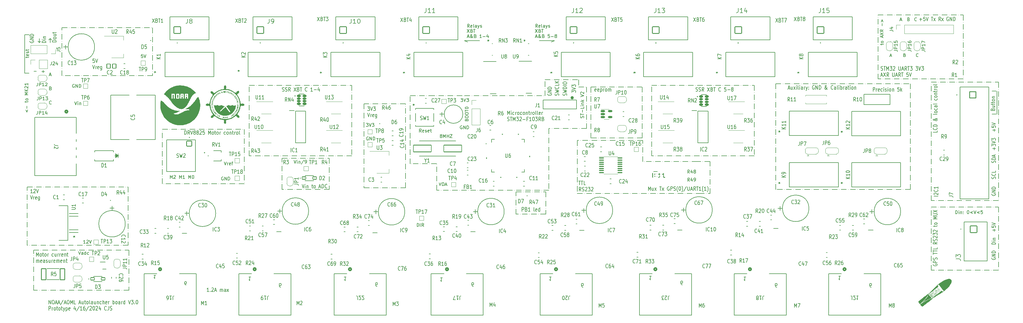
<source format=gto>
G04 #@! TF.GenerationSoftware,KiCad,Pcbnew,7.0.7*
G04 #@! TF.CreationDate,2024-04-19T12:39:07-04:00*
G04 #@! TF.ProjectId,AOML_AB_3.0_reorganized-v2,414f4d4c-5f41-4425-9f33-2e305f72656f,1*
G04 #@! TF.SameCoordinates,Original*
G04 #@! TF.FileFunction,Legend,Top*
G04 #@! TF.FilePolarity,Positive*
%FSLAX46Y46*%
G04 Gerber Fmt 4.6, Leading zero omitted, Abs format (unit mm)*
G04 Created by KiCad (PCBNEW 7.0.7) date 2024-04-19 12:39:07*
%MOMM*%
%LPD*%
G01*
G04 APERTURE LIST*
G04 Aperture macros list*
%AMRoundRect*
0 Rectangle with rounded corners*
0 $1 Rounding radius*
0 $2 $3 $4 $5 $6 $7 $8 $9 X,Y pos of 4 corners*
0 Add a 4 corners polygon primitive as box body*
4,1,4,$2,$3,$4,$5,$6,$7,$8,$9,$2,$3,0*
0 Add four circle primitives for the rounded corners*
1,1,$1+$1,$2,$3*
1,1,$1+$1,$4,$5*
1,1,$1+$1,$6,$7*
1,1,$1+$1,$8,$9*
0 Add four rect primitives between the rounded corners*
20,1,$1+$1,$2,$3,$4,$5,0*
20,1,$1+$1,$4,$5,$6,$7,0*
20,1,$1+$1,$6,$7,$8,$9,0*
20,1,$1+$1,$8,$9,$2,$3,0*%
%AMFreePoly0*
4,1,19,0.550000,-0.750000,0.000000,-0.750000,0.000000,-0.744911,-0.071157,-0.744911,-0.207708,-0.704816,-0.327430,-0.627875,-0.420627,-0.520320,-0.479746,-0.390866,-0.500000,-0.250000,-0.500000,0.250000,-0.479746,0.390866,-0.420627,0.520320,-0.327430,0.627875,-0.207708,0.704816,-0.071157,0.744911,0.000000,0.744911,0.000000,0.750000,0.550000,0.750000,0.550000,-0.750000,0.550000,-0.750000,
$1*%
%AMFreePoly1*
4,1,19,0.000000,0.744911,0.071157,0.744911,0.207708,0.704816,0.327430,0.627875,0.420627,0.520320,0.479746,0.390866,0.500000,0.250000,0.500000,-0.250000,0.479746,-0.390866,0.420627,-0.520320,0.327430,-0.627875,0.207708,-0.704816,0.071157,-0.744911,0.000000,-0.744911,0.000000,-0.750000,-0.550000,-0.750000,-0.550000,0.750000,0.000000,0.750000,0.000000,0.744911,0.000000,0.744911,
$1*%
%AMFreePoly2*
4,1,19,0.500000,-0.750000,0.000000,-0.750000,0.000000,-0.744911,-0.071157,-0.744911,-0.207708,-0.704816,-0.327430,-0.627875,-0.420627,-0.520320,-0.479746,-0.390866,-0.500000,-0.250000,-0.500000,0.250000,-0.479746,0.390866,-0.420627,0.520320,-0.327430,0.627875,-0.207708,0.704816,-0.071157,0.744911,0.000000,0.744911,0.000000,0.750000,0.500000,0.750000,0.500000,-0.750000,0.500000,-0.750000,
$1*%
%AMFreePoly3*
4,1,19,0.000000,0.744911,0.071157,0.744911,0.207708,0.704816,0.327430,0.627875,0.420627,0.520320,0.479746,0.390866,0.500000,0.250000,0.500000,-0.250000,0.479746,-0.390866,0.420627,-0.520320,0.327430,-0.627875,0.207708,-0.704816,0.071157,-0.744911,0.000000,-0.744911,0.000000,-0.750000,-0.500000,-0.750000,-0.500000,0.750000,0.000000,0.750000,0.000000,0.744911,0.000000,0.744911,
$1*%
G04 Aperture macros list end*
%ADD10C,0.150000*%
%ADD11C,0.200000*%
%ADD12C,0.254000*%
%ADD13C,0.508000*%
%ADD14C,0.152400*%
%ADD15C,0.127000*%
%ADD16C,0.120000*%
%ADD17C,1.500000*%
%ADD18R,1.200000X0.400000*%
%ADD19C,1.524000*%
%ADD20C,3.327400*%
%ADD21RoundRect,0.102000X-1.050000X-1.050000X1.050000X-1.050000X1.050000X1.050000X-1.050000X1.050000X0*%
%ADD22C,2.304000*%
%ADD23RoundRect,0.102000X-0.975000X0.975000X-0.975000X-0.975000X0.975000X-0.975000X0.975000X0.975000X0*%
%ADD24C,2.154000*%
%ADD25R,0.855600X1.250000*%
%ADD26R,1.016000X1.219200*%
%ADD27R,1.200000X0.800000*%
%ADD28C,5.000000*%
%ADD29R,0.650001X0.399999*%
%ADD30FreePoly0,0.000000*%
%ADD31R,1.000000X1.500000*%
%ADD32FreePoly1,0.000000*%
%ADD33R,1.305598X1.449997*%
%ADD34R,1.000000X1.000000*%
%ADD35RoundRect,0.150000X-0.512500X-0.150000X0.512500X-0.150000X0.512500X0.150000X-0.512500X0.150000X0*%
%ADD36R,1.066800X1.346200*%
%ADD37R,1.524000X1.524000*%
%ADD38FreePoly2,0.000000*%
%ADD39FreePoly3,0.000000*%
%ADD40R,2.000000X1.500000*%
%ADD41R,2.000000X3.800000*%
%ADD42FreePoly2,270.000000*%
%ADD43FreePoly3,270.000000*%
%ADD44R,1.700000X1.700000*%
%ADD45O,1.700000X1.700000*%
%ADD46RoundRect,0.102000X-0.550000X-0.690000X0.550000X-0.690000X0.550000X0.690000X-0.550000X0.690000X0*%
%ADD47R,1.651000X1.651000*%
%ADD48C,1.651000*%
%ADD49O,1.250000X0.549999*%
%ADD50R,1.525000X0.650000*%
%ADD51RoundRect,0.102000X0.730000X1.720000X-0.730000X1.720000X-0.730000X-1.720000X0.730000X-1.720000X0*%
%ADD52RoundRect,0.102000X-0.605000X-0.365000X0.605000X-0.365000X0.605000X0.365000X-0.605000X0.365000X0*%
%ADD53R,1.193800X0.304800*%
%ADD54R,0.304800X1.193800*%
%ADD55RoundRect,0.102000X2.800000X1.050000X-2.800000X1.050000X-2.800000X-1.050000X2.800000X-1.050000X0*%
%ADD56R,0.457200X0.812800*%
%ADD57R,1.475000X0.450000*%
%ADD58R,3.100000X5.180000*%
%ADD59C,1.600000*%
%ADD60O,1.600000X1.600000*%
%ADD61R,0.889000X0.914400*%
%ADD62R,0.889000X0.406400*%
%ADD63R,1.600200X5.105400*%
%ADD64R,2.184400X1.625600*%
%ADD65C,1.784000*%
%ADD66RoundRect,0.102000X0.790000X0.790000X-0.790000X0.790000X-0.790000X-0.790000X0.790000X-0.790000X0*%
%ADD67R,3.200400X0.939800*%
%ADD68R,8.204200X10.591800*%
%ADD69RoundRect,0.193500X-0.358500X-0.213500X0.358500X-0.213500X0.358500X0.213500X-0.358500X0.213500X0*%
%ADD70RoundRect,0.170900X-0.381100X-0.196100X0.381100X-0.196100X0.381100X0.196100X-0.381100X0.196100X0*%
%ADD71RoundRect,0.102000X-1.050000X1.050000X-1.050000X-1.050000X1.050000X-1.050000X1.050000X1.050000X0*%
%ADD72R,1.397000X1.397000*%
%ADD73C,1.397000*%
%ADD74R,1.549400X0.939800*%
%ADD75R,2.133600X1.498600*%
%ADD76R,0.952500X0.558800*%
%ADD77R,1.168400X1.447800*%
%ADD78R,1.250000X0.855600*%
%ADD79RoundRect,0.100000X-0.637500X-0.100000X0.637500X-0.100000X0.637500X0.100000X-0.637500X0.100000X0*%
%ADD80R,1.320800X1.320800*%
%ADD81C,1.320800*%
%ADD82C,3.860800*%
G04 APERTURE END LIST*
D10*
X56600000Y-107200000D02*
X55200000Y-107200000D01*
X63600000Y-96800000D02*
X63200000Y-96400000D01*
X125288000Y-111000000D02*
X126938000Y-111000000D01*
X127538000Y-111000000D02*
X127538000Y-111000000D01*
X128138000Y-111000000D02*
X129788000Y-111000000D01*
X130388000Y-111000000D02*
X130388000Y-111000000D01*
X130988000Y-111000000D02*
X132638000Y-111000000D01*
X133238000Y-111000000D02*
X133238000Y-111000000D01*
X133838000Y-111000000D02*
X135488000Y-111000000D01*
X136088000Y-111000000D02*
X136088000Y-111000000D01*
X136688000Y-111000000D02*
X138338000Y-111000000D01*
X138938000Y-111000000D02*
X138938000Y-111000000D01*
X139538000Y-111000000D02*
X141188000Y-111000000D01*
X141788000Y-111000000D02*
X141788000Y-111000000D01*
X142388000Y-111000000D02*
X144038000Y-111000000D01*
X144638000Y-111000000D02*
X144638000Y-111000000D01*
X145238000Y-111000000D02*
X146888000Y-111000000D01*
X147488000Y-111000000D02*
X147488000Y-111000000D01*
X148088000Y-111000000D02*
X149738000Y-111000000D01*
X150338000Y-111000000D02*
X150338000Y-111000000D01*
X150938000Y-111000000D02*
X152588000Y-111000000D01*
X153188000Y-111000000D02*
X153188000Y-111000000D01*
X153788000Y-111000000D02*
X155438000Y-111000000D01*
X156038000Y-111000000D02*
X156038000Y-111000000D01*
X156638000Y-111000000D02*
X157288000Y-111000000D01*
X157288000Y-111000000D02*
X157288000Y-112650000D01*
X157288000Y-113250000D02*
X157288000Y-113250000D01*
X157288000Y-113850000D02*
X157288000Y-115500000D01*
X157288000Y-116100000D02*
X157288000Y-116100000D01*
X157288000Y-116700000D02*
X157288000Y-118350000D01*
X157288000Y-118950000D02*
X157288000Y-118950000D01*
X157288000Y-119550000D02*
X157288000Y-121200000D01*
X157288000Y-121800000D02*
X157288000Y-121800000D01*
X157288000Y-122400000D02*
X157288000Y-124050000D01*
X157288000Y-124650000D02*
X157288000Y-124650000D01*
X157288000Y-125250000D02*
X157288000Y-126900000D01*
X157288000Y-127500000D02*
X157288000Y-127500000D01*
X157288000Y-128100000D02*
X157288000Y-129750000D01*
X157288000Y-130350000D02*
X157288000Y-130350000D01*
X157288000Y-130950000D02*
X157288000Y-132600000D01*
X157288000Y-133000000D02*
X155638000Y-133000000D01*
X155038000Y-133000000D02*
X155038000Y-133000000D01*
X154438000Y-133000000D02*
X152788000Y-133000000D01*
X152188000Y-133000000D02*
X152188000Y-133000000D01*
X151588000Y-133000000D02*
X149938000Y-133000000D01*
X149338000Y-133000000D02*
X149338000Y-133000000D01*
X148738000Y-133000000D02*
X147088000Y-133000000D01*
X146488000Y-133000000D02*
X146488000Y-133000000D01*
X145888000Y-133000000D02*
X144238000Y-133000000D01*
X143638000Y-133000000D02*
X143638000Y-133000000D01*
X143038000Y-133000000D02*
X141388000Y-133000000D01*
X140788000Y-133000000D02*
X140788000Y-133000000D01*
X140188000Y-133000000D02*
X138538000Y-133000000D01*
X137938000Y-133000000D02*
X137938000Y-133000000D01*
X137338000Y-133000000D02*
X135688000Y-133000000D01*
X135088000Y-133000000D02*
X135088000Y-133000000D01*
X134488000Y-133000000D02*
X132838000Y-133000000D01*
X132238000Y-133000000D02*
X132238000Y-133000000D01*
X131638000Y-133000000D02*
X129988000Y-133000000D01*
X129388000Y-133000000D02*
X129388000Y-133000000D01*
X128788000Y-133000000D02*
X127138000Y-133000000D01*
X126538000Y-133000000D02*
X126538000Y-133000000D01*
X125938000Y-133000000D02*
X125288000Y-133000000D01*
X125288000Y-133000000D02*
X125288000Y-131350000D01*
X125288000Y-130750000D02*
X125288000Y-130750000D01*
X125288000Y-130150000D02*
X125288000Y-128500000D01*
X125288000Y-127900000D02*
X125288000Y-127900000D01*
X125288000Y-127300000D02*
X125288000Y-125650000D01*
X125288000Y-125050000D02*
X125288000Y-125050000D01*
X125288000Y-124450000D02*
X125288000Y-122800000D01*
X125288000Y-122200000D02*
X125288000Y-122200000D01*
X125288000Y-121600000D02*
X125288000Y-119950000D01*
X125288000Y-119350000D02*
X125288000Y-119350000D01*
X125288000Y-118750000D02*
X125288000Y-117100000D01*
X125288000Y-116500000D02*
X125288000Y-116500000D01*
X125288000Y-115900000D02*
X125288000Y-114250000D01*
X125288000Y-113650000D02*
X125288000Y-113650000D01*
X125288000Y-113050000D02*
X125288000Y-111400000D01*
X357000000Y-120000000D02*
X358250000Y-120000000D01*
X66850000Y-93000000D02*
X68500000Y-93000000D01*
X69100000Y-93000000D02*
X69100000Y-93000000D01*
X69700000Y-93000000D02*
X71350000Y-93000000D01*
X71950000Y-93000000D02*
X71950000Y-93000000D01*
X72550000Y-93000000D02*
X74200000Y-93000000D01*
X74800000Y-93000000D02*
X74800000Y-93000000D01*
X75400000Y-93000000D02*
X77050000Y-93000000D01*
X77650000Y-93000000D02*
X77650000Y-93000000D01*
X78250000Y-93000000D02*
X79900000Y-93000000D01*
X80500000Y-93000000D02*
X80500000Y-93000000D01*
X81100000Y-93000000D02*
X82750000Y-93000000D01*
X83350000Y-93000000D02*
X83350000Y-93000000D01*
X83950000Y-93000000D02*
X85600000Y-93000000D01*
X86200000Y-93000000D02*
X86200000Y-93000000D01*
X86800000Y-93000000D02*
X88450000Y-93000000D01*
X89050000Y-93000000D02*
X89050000Y-93000000D01*
X89650000Y-93000000D02*
X91300000Y-93000000D01*
X91900000Y-93000000D02*
X91900000Y-93000000D01*
X92500000Y-93000000D02*
X94150000Y-93000000D01*
X94750000Y-93000000D02*
X94750000Y-93000000D01*
X95150000Y-93000000D02*
X95150000Y-94650000D01*
X95150000Y-95250000D02*
X95150000Y-95250000D01*
X95150000Y-95850000D02*
X95150000Y-97500000D01*
X95150000Y-98100000D02*
X95150000Y-98100000D01*
X95150000Y-98700000D02*
X95150000Y-100350000D01*
X95150000Y-100950000D02*
X95150000Y-100950000D01*
X95150000Y-101550000D02*
X95150000Y-103200000D01*
X95150000Y-103800000D02*
X95150000Y-103800000D01*
X95150000Y-104400000D02*
X95150000Y-106050000D01*
X95150000Y-106650000D02*
X95150000Y-106650000D01*
X95150000Y-107250000D02*
X95150000Y-108000000D01*
X95150000Y-108000000D02*
X93500000Y-108000000D01*
X92900000Y-108000000D02*
X92900000Y-108000000D01*
X92300000Y-108000000D02*
X90650000Y-108000000D01*
X90050000Y-108000000D02*
X90050000Y-108000000D01*
X89450000Y-108000000D02*
X87800000Y-108000000D01*
X87200000Y-108000000D02*
X87200000Y-108000000D01*
X86600000Y-108000000D02*
X84950000Y-108000000D01*
X84350000Y-108000000D02*
X84350000Y-108000000D01*
X83750000Y-108000000D02*
X82100000Y-108000000D01*
X81500000Y-108000000D02*
X81500000Y-108000000D01*
X80900000Y-108000000D02*
X79250000Y-108000000D01*
X78650000Y-108000000D02*
X78650000Y-108000000D01*
X78050000Y-108000000D02*
X76400000Y-108000000D01*
X75800000Y-108000000D02*
X75800000Y-108000000D01*
X75200000Y-108000000D02*
X73550000Y-108000000D01*
X72950000Y-108000000D02*
X72950000Y-108000000D01*
X72350000Y-108000000D02*
X70700000Y-108000000D01*
X70100000Y-108000000D02*
X70100000Y-108000000D01*
X69500000Y-108000000D02*
X67850000Y-108000000D01*
X67250000Y-108000000D02*
X67250000Y-108000000D01*
X66850000Y-108000000D02*
X66850000Y-106350000D01*
X66850000Y-105750000D02*
X66850000Y-105750000D01*
X66850000Y-105150000D02*
X66850000Y-103500000D01*
X66850000Y-102900000D02*
X66850000Y-102900000D01*
X66850000Y-102300000D02*
X66850000Y-100650000D01*
X66850000Y-100050000D02*
X66850000Y-100050000D01*
X66850000Y-99450000D02*
X66850000Y-97800000D01*
X66850000Y-97200000D02*
X66850000Y-97200000D01*
X66850000Y-96600000D02*
X66850000Y-94950000D01*
X66850000Y-94350000D02*
X66850000Y-94350000D01*
X66850000Y-93750000D02*
X66850000Y-93000000D01*
X248000000Y-128200000D02*
X246350000Y-128200000D01*
X245750000Y-128200000D02*
X245750000Y-128200000D01*
X245150000Y-128200000D02*
X243500000Y-128200000D01*
X242900000Y-128200000D02*
X242900000Y-128200000D01*
X242300000Y-128200000D02*
X240650000Y-128200000D01*
X240050000Y-128200000D02*
X240050000Y-128200000D01*
X239450000Y-128200000D02*
X237800000Y-128200000D01*
X237200000Y-128200000D02*
X237200000Y-128200000D01*
X236600000Y-128200000D02*
X234950000Y-128200000D01*
X234350000Y-128200000D02*
X234350000Y-128200000D01*
X233750000Y-128200000D02*
X232100000Y-128200000D01*
X231500000Y-128200000D02*
X231500000Y-128200000D01*
X230900000Y-128200000D02*
X229250000Y-128200000D01*
X228650000Y-128200000D02*
X228650000Y-128200000D01*
X228050000Y-128200000D02*
X227600000Y-128200000D01*
X227600000Y-128200000D02*
X227600000Y-129850000D01*
X227600000Y-130450000D02*
X227600000Y-130450000D01*
X227600000Y-131050000D02*
X227600000Y-132700000D01*
X227600000Y-133300000D02*
X227600000Y-133300000D01*
X227600000Y-133900000D02*
X227600000Y-135550000D01*
X227600000Y-136150000D02*
X227600000Y-136150000D01*
X227600000Y-136750000D02*
X227600000Y-138400000D01*
X227600000Y-139000000D02*
X227600000Y-139000000D01*
X227600000Y-139600000D02*
X227600000Y-141250000D01*
X227600000Y-141850000D02*
X227600000Y-141850000D01*
X227600000Y-142450000D02*
X227600000Y-144100000D01*
X227600000Y-144700000D02*
X227600000Y-144700000D01*
X227600000Y-144800000D02*
X229250000Y-144800000D01*
X229850000Y-144800000D02*
X229850000Y-144800000D01*
X230450000Y-144800000D02*
X232100000Y-144800000D01*
X232700000Y-144800000D02*
X232700000Y-144800000D01*
X233300000Y-144800000D02*
X234950000Y-144800000D01*
X235550000Y-144800000D02*
X235550000Y-144800000D01*
X236150000Y-144800000D02*
X237800000Y-144800000D01*
X238400000Y-144800000D02*
X238400000Y-144800000D01*
X239000000Y-144800000D02*
X240650000Y-144800000D01*
X241250000Y-144800000D02*
X241250000Y-144800000D01*
X241850000Y-144800000D02*
X243500000Y-144800000D01*
X244100000Y-144800000D02*
X244100000Y-144800000D01*
X244700000Y-144800000D02*
X246350000Y-144800000D01*
X246950000Y-144800000D02*
X246950000Y-144800000D01*
X247550000Y-144800000D02*
X249200000Y-144800000D01*
X249800000Y-144800000D02*
X249800000Y-144800000D01*
X250400000Y-144800000D02*
X252050000Y-144800000D01*
X252650000Y-144800000D02*
X252650000Y-144800000D01*
X253250000Y-144800000D02*
X254900000Y-144800000D01*
X255500000Y-144800000D02*
X255500000Y-144800000D01*
X256100000Y-144800000D02*
X257750000Y-144800000D01*
X258350000Y-144800000D02*
X258350000Y-144800000D01*
X258950000Y-144800000D02*
X260600000Y-144800000D01*
X261200000Y-144800000D02*
X261200000Y-144800000D01*
X261800000Y-144800000D02*
X263450000Y-144800000D01*
X264050000Y-144800000D02*
X264050000Y-144800000D01*
X264650000Y-144800000D02*
X265600000Y-144800000D01*
X265600000Y-144800000D02*
X267250000Y-144800000D01*
X267850000Y-144800000D02*
X267850000Y-144800000D01*
X268450000Y-144800000D02*
X269000000Y-144800000D01*
X269000000Y-144800000D02*
X269000000Y-143150000D01*
X269000000Y-142550000D02*
X269000000Y-142550000D01*
X269000000Y-141950000D02*
X269000000Y-140300000D01*
X269000000Y-139700000D02*
X269000000Y-139700000D01*
X269000000Y-139100000D02*
X269000000Y-137450000D01*
X269000000Y-136850000D02*
X269000000Y-136850000D01*
X269000000Y-136250000D02*
X269000000Y-134800000D01*
X269000000Y-134800000D02*
X267350000Y-134800000D01*
X266750000Y-134800000D02*
X266750000Y-134800000D01*
X266150000Y-134800000D02*
X265000000Y-134800000D01*
X265000000Y-134800000D02*
X263350000Y-134800000D01*
X262750000Y-134800000D02*
X262750000Y-134800000D01*
X262150000Y-134800000D02*
X260500000Y-134800000D01*
X259900000Y-134800000D02*
X259900000Y-134800000D01*
X259300000Y-134800000D02*
X257650000Y-134800000D01*
X257050000Y-134800000D02*
X257050000Y-134800000D01*
X256450000Y-134800000D02*
X254800000Y-134800000D01*
X254200000Y-134800000D02*
X254200000Y-134800000D01*
X253600000Y-134800000D02*
X251950000Y-134800000D01*
X251350000Y-134800000D02*
X251350000Y-134800000D01*
X250750000Y-134800000D02*
X249100000Y-134800000D01*
X248500000Y-134800000D02*
X248500000Y-134800000D01*
X248000000Y-134800000D02*
X248000000Y-133150000D01*
X248000000Y-132550000D02*
X248000000Y-132550000D01*
X248000000Y-131950000D02*
X248000000Y-130300000D01*
X248000000Y-129700000D02*
X248000000Y-129700000D01*
X248000000Y-129100000D02*
X248000000Y-128200000D01*
X60200000Y-97200000D02*
X59800000Y-97600000D01*
X208500000Y-144250000D02*
X210150000Y-144250000D01*
X210750000Y-144250000D02*
X210750000Y-144250000D01*
X211350000Y-144250000D02*
X213000000Y-144250000D01*
X213600000Y-144250000D02*
X213600000Y-144250000D01*
X214200000Y-144250000D02*
X215850000Y-144250000D01*
X216450000Y-144250000D02*
X216450000Y-144250000D01*
X217050000Y-144250000D02*
X217750000Y-144250000D01*
X217750000Y-144250000D02*
X217750000Y-145900000D01*
X217750000Y-146500000D02*
X217750000Y-146500000D01*
X217750000Y-147100000D02*
X217750000Y-148750000D01*
X217750000Y-149350000D02*
X217750000Y-149350000D01*
X217750000Y-149950000D02*
X217750000Y-151250000D01*
X217750000Y-151250000D02*
X216100000Y-151250000D01*
X215500000Y-151250000D02*
X215500000Y-151250000D01*
X214900000Y-151250000D02*
X213250000Y-151250000D01*
X212650000Y-151250000D02*
X212650000Y-151250000D01*
X212050000Y-151250000D02*
X210400000Y-151250000D01*
X209800000Y-151250000D02*
X209800000Y-151250000D01*
X209200000Y-151250000D02*
X208500000Y-151250000D01*
X208500000Y-151250000D02*
X208500000Y-149600000D01*
X208500000Y-149000000D02*
X208500000Y-149000000D01*
X208500000Y-148400000D02*
X208500000Y-146750000D01*
X208500000Y-146150000D02*
X208500000Y-146150000D01*
X208500000Y-145550000D02*
X208500000Y-144250000D01*
X250795000Y-111000000D02*
X252445000Y-111000000D01*
X253045000Y-111000000D02*
X253045000Y-111000000D01*
X253645000Y-111000000D02*
X255295000Y-111000000D01*
X255895000Y-111000000D02*
X255895000Y-111000000D01*
X256495000Y-111000000D02*
X258145000Y-111000000D01*
X258745000Y-111000000D02*
X258745000Y-111000000D01*
X259345000Y-111000000D02*
X260995000Y-111000000D01*
X261595000Y-111000000D02*
X261595000Y-111000000D01*
X262195000Y-111000000D02*
X263845000Y-111000000D01*
X264445000Y-111000000D02*
X264445000Y-111000000D01*
X265045000Y-111000000D02*
X266695000Y-111000000D01*
X267295000Y-111000000D02*
X267295000Y-111000000D01*
X267895000Y-111000000D02*
X269545000Y-111000000D01*
X270145000Y-111000000D02*
X270145000Y-111000000D01*
X270745000Y-111000000D02*
X272395000Y-111000000D01*
X272995000Y-111000000D02*
X272995000Y-111000000D01*
X273595000Y-111000000D02*
X275245000Y-111000000D01*
X275845000Y-111000000D02*
X275845000Y-111000000D01*
X276445000Y-111000000D02*
X278095000Y-111000000D01*
X278695000Y-111000000D02*
X278695000Y-111000000D01*
X279295000Y-111000000D02*
X280945000Y-111000000D01*
X281545000Y-111000000D02*
X281545000Y-111000000D01*
X282145000Y-111000000D02*
X282795000Y-111000000D01*
X282795000Y-111000000D02*
X282795000Y-112650000D01*
X282795000Y-113250000D02*
X282795000Y-113250000D01*
X282795000Y-113850000D02*
X282795000Y-115500000D01*
X282795000Y-116100000D02*
X282795000Y-116100000D01*
X282795000Y-116700000D02*
X282795000Y-118350000D01*
X282795000Y-118950000D02*
X282795000Y-118950000D01*
X282795000Y-119550000D02*
X282795000Y-121200000D01*
X282795000Y-121800000D02*
X282795000Y-121800000D01*
X282795000Y-122400000D02*
X282795000Y-124050000D01*
X282795000Y-124650000D02*
X282795000Y-124650000D01*
X282795000Y-125250000D02*
X282795000Y-126900000D01*
X282795000Y-127500000D02*
X282795000Y-127500000D01*
X282795000Y-128100000D02*
X282795000Y-129750000D01*
X282795000Y-130350000D02*
X282795000Y-130350000D01*
X282795000Y-130950000D02*
X282795000Y-132600000D01*
X282795000Y-133000000D02*
X281145000Y-133000000D01*
X280545000Y-133000000D02*
X280545000Y-133000000D01*
X279945000Y-133000000D02*
X278295000Y-133000000D01*
X277695000Y-133000000D02*
X277695000Y-133000000D01*
X277095000Y-133000000D02*
X275445000Y-133000000D01*
X274845000Y-133000000D02*
X274845000Y-133000000D01*
X274245000Y-133000000D02*
X272595000Y-133000000D01*
X271995000Y-133000000D02*
X271995000Y-133000000D01*
X271395000Y-133000000D02*
X269745000Y-133000000D01*
X269145000Y-133000000D02*
X269145000Y-133000000D01*
X268545000Y-133000000D02*
X266895000Y-133000000D01*
X266295000Y-133000000D02*
X266295000Y-133000000D01*
X265695000Y-133000000D02*
X264045000Y-133000000D01*
X263445000Y-133000000D02*
X263445000Y-133000000D01*
X262845000Y-133000000D02*
X261195000Y-133000000D01*
X260595000Y-133000000D02*
X260595000Y-133000000D01*
X259995000Y-133000000D02*
X258345000Y-133000000D01*
X257745000Y-133000000D02*
X257745000Y-133000000D01*
X257145000Y-133000000D02*
X255495000Y-133000000D01*
X254895000Y-133000000D02*
X254895000Y-133000000D01*
X254295000Y-133000000D02*
X252645000Y-133000000D01*
X252045000Y-133000000D02*
X252045000Y-133000000D01*
X251445000Y-133000000D02*
X250795000Y-133000000D01*
X250795000Y-133000000D02*
X250795000Y-131350000D01*
X250795000Y-130750000D02*
X250795000Y-130750000D01*
X250795000Y-130150000D02*
X250795000Y-128500000D01*
X250795000Y-127900000D02*
X250795000Y-127900000D01*
X250795000Y-127300000D02*
X250795000Y-125650000D01*
X250795000Y-125050000D02*
X250795000Y-125050000D01*
X250795000Y-124450000D02*
X250795000Y-122800000D01*
X250795000Y-122200000D02*
X250795000Y-122200000D01*
X250795000Y-121600000D02*
X250795000Y-119950000D01*
X250795000Y-119350000D02*
X250795000Y-119350000D01*
X250795000Y-118750000D02*
X250795000Y-117100000D01*
X250795000Y-116500000D02*
X250795000Y-116500000D01*
X250795000Y-115900000D02*
X250795000Y-114250000D01*
X250795000Y-113650000D02*
X250795000Y-113650000D01*
X250795000Y-113050000D02*
X250795000Y-111400000D01*
X59800000Y-96400000D02*
X59800000Y-97600000D01*
X338000000Y-110000000D02*
X339650000Y-110000000D01*
X340250000Y-110000000D02*
X340250000Y-110000000D01*
X340850000Y-110000000D02*
X342500000Y-110000000D01*
X343100000Y-110000000D02*
X343100000Y-110000000D01*
X343700000Y-110000000D02*
X345350000Y-110000000D01*
X345950000Y-110000000D02*
X345950000Y-110000000D01*
X346550000Y-110000000D02*
X348200000Y-110000000D01*
X348800000Y-110000000D02*
X348800000Y-110000000D01*
X349400000Y-110000000D02*
X351050000Y-110000000D01*
X351650000Y-110000000D02*
X351650000Y-110000000D01*
X352250000Y-110000000D02*
X353900000Y-110000000D01*
X354500000Y-110000000D02*
X354500000Y-110000000D01*
X355100000Y-110000000D02*
X356750000Y-110000000D01*
X357350000Y-110000000D02*
X357350000Y-110000000D01*
X357950000Y-110000000D02*
X359000000Y-110000000D01*
X359000000Y-110000000D02*
X359000000Y-111650000D01*
X359000000Y-112250000D02*
X359000000Y-112250000D01*
X359000000Y-112850000D02*
X359000000Y-114500000D01*
X359000000Y-115100000D02*
X359000000Y-115100000D01*
X359000000Y-115700000D02*
X359000000Y-117350000D01*
X359000000Y-117950000D02*
X359000000Y-117950000D01*
X359000000Y-118550000D02*
X359000000Y-120200000D01*
X359000000Y-120800000D02*
X359000000Y-120800000D01*
X359000000Y-121400000D02*
X359000000Y-123050000D01*
X359000000Y-123650000D02*
X359000000Y-123650000D01*
X359000000Y-124250000D02*
X359000000Y-125900000D01*
X359000000Y-126500000D02*
X359000000Y-126500000D01*
X359000000Y-127100000D02*
X359000000Y-128750000D01*
X359000000Y-129350000D02*
X359000000Y-129350000D01*
X359000000Y-129950000D02*
X359000000Y-131600000D01*
X359000000Y-132200000D02*
X359000000Y-132200000D01*
X359000000Y-132800000D02*
X359000000Y-134450000D01*
X359000000Y-135050000D02*
X359000000Y-135050000D01*
X359000000Y-135650000D02*
X359000000Y-137300000D01*
X359000000Y-137900000D02*
X359000000Y-137900000D01*
X359000000Y-138500000D02*
X359000000Y-140150000D01*
X359000000Y-140750000D02*
X359000000Y-140750000D01*
X359000000Y-141350000D02*
X359000000Y-143000000D01*
X359000000Y-143600000D02*
X359000000Y-143600000D01*
X359000000Y-144200000D02*
X359000000Y-145850000D01*
X359000000Y-146450000D02*
X359000000Y-146450000D01*
X359000000Y-147000000D02*
X357350000Y-147000000D01*
X356750000Y-147000000D02*
X356750000Y-147000000D01*
X356150000Y-147000000D02*
X354500000Y-147000000D01*
X353900000Y-147000000D02*
X353900000Y-147000000D01*
X353300000Y-147000000D02*
X351650000Y-147000000D01*
X351050000Y-147000000D02*
X351050000Y-147000000D01*
X350450000Y-147000000D02*
X348800000Y-147000000D01*
X348200000Y-147000000D02*
X348200000Y-147000000D01*
X347600000Y-147000000D02*
X345950000Y-147000000D01*
X345350000Y-147000000D02*
X345350000Y-147000000D01*
X344750000Y-147000000D02*
X343100000Y-147000000D01*
X342500000Y-147000000D02*
X342500000Y-147000000D01*
X341900000Y-147000000D02*
X340250000Y-147000000D01*
X339650000Y-147000000D02*
X339650000Y-147000000D01*
X339050000Y-147000000D02*
X338000000Y-147000000D01*
X338000000Y-147000000D02*
X338000000Y-145350000D01*
X338000000Y-144750000D02*
X338000000Y-144750000D01*
X338000000Y-144150000D02*
X338000000Y-142500000D01*
X338000000Y-141900000D02*
X338000000Y-141900000D01*
X338000000Y-141300000D02*
X338000000Y-139650000D01*
X338000000Y-139050000D02*
X338000000Y-139050000D01*
X338000000Y-138450000D02*
X338000000Y-136800000D01*
X338000000Y-136200000D02*
X338000000Y-136200000D01*
X338000000Y-135600000D02*
X338000000Y-133950000D01*
X338000000Y-133350000D02*
X338000000Y-133350000D01*
X338000000Y-132750000D02*
X338000000Y-131100000D01*
X338000000Y-130500000D02*
X338000000Y-130500000D01*
X338000000Y-129900000D02*
X338000000Y-128250000D01*
X338000000Y-127650000D02*
X338000000Y-127650000D01*
X338000000Y-127050000D02*
X338000000Y-125400000D01*
X338000000Y-124800000D02*
X338000000Y-124800000D01*
X338000000Y-124200000D02*
X338000000Y-122550000D01*
X338000000Y-121950000D02*
X338000000Y-121950000D01*
X338000000Y-121350000D02*
X338000000Y-119700000D01*
X338000000Y-119100000D02*
X338000000Y-119100000D01*
X338000000Y-118500000D02*
X338000000Y-116850000D01*
X338000000Y-116250000D02*
X338000000Y-116250000D01*
X338000000Y-115650000D02*
X338000000Y-114000000D01*
X338000000Y-113400000D02*
X338000000Y-113400000D01*
X338000000Y-112800000D02*
X338000000Y-111150000D01*
X338000000Y-110550000D02*
X338000000Y-110550000D01*
X55200000Y-95200000D02*
X56600000Y-95200000D01*
X220500000Y-97000000D02*
X219500000Y-97500000D01*
X63200000Y-97600000D02*
X63200000Y-96400000D01*
X289501400Y-110480000D02*
X291151400Y-110480000D01*
X291751400Y-110480000D02*
X291751400Y-110480000D01*
X292351400Y-110480000D02*
X294001400Y-110480000D01*
X294601400Y-110480000D02*
X294601400Y-110480000D01*
X295201400Y-110480000D02*
X296851400Y-110480000D01*
X297451400Y-110480000D02*
X297451400Y-110480000D01*
X298051400Y-110480000D02*
X299701400Y-110480000D01*
X300301400Y-110480000D02*
X300301400Y-110480000D01*
X300901400Y-110480000D02*
X302551400Y-110480000D01*
X303151400Y-110480000D02*
X303151400Y-110480000D01*
X303751400Y-110480000D02*
X305401400Y-110480000D01*
X306001400Y-110480000D02*
X306001400Y-110480000D01*
X306601400Y-110480000D02*
X308251400Y-110480000D01*
X308851400Y-110480000D02*
X308851400Y-110480000D01*
X309451400Y-110480000D02*
X311101400Y-110480000D01*
X311701400Y-110480000D02*
X311701400Y-110480000D01*
X312301400Y-110480000D02*
X313951400Y-110480000D01*
X314551400Y-110480000D02*
X314551400Y-110480000D01*
X315151400Y-110480000D02*
X316801400Y-110480000D01*
X317401400Y-110480000D02*
X317401400Y-110480000D01*
X318001400Y-110480000D02*
X319651400Y-110480000D01*
X320251400Y-110480000D02*
X320251400Y-110480000D01*
X320851400Y-110480000D02*
X322501400Y-110480000D01*
X323101400Y-110480000D02*
X323101400Y-110480000D01*
X323701400Y-110480000D02*
X325351400Y-110480000D01*
X325951400Y-110480000D02*
X325951400Y-110480000D01*
X326551400Y-110480000D02*
X328201400Y-110480000D01*
X328801400Y-110480000D02*
X328801400Y-110480000D01*
X329401400Y-110480000D02*
X331051400Y-110480000D01*
X331501400Y-110480000D02*
X331501400Y-112130000D01*
X331501400Y-112730000D02*
X331501400Y-112730000D01*
X331501400Y-113330000D02*
X331501400Y-114980000D01*
X331501400Y-115580000D02*
X331501400Y-115580000D01*
X331501400Y-116180000D02*
X331501400Y-117830000D01*
X331501400Y-118430000D02*
X331501400Y-118430000D01*
X331501400Y-119030000D02*
X331501400Y-120680000D01*
X331501400Y-121280000D02*
X331501400Y-121280000D01*
X331501400Y-121880000D02*
X331501400Y-123530000D01*
X331501400Y-124130000D02*
X331501400Y-124130000D01*
X331501400Y-124730000D02*
X331501400Y-126380000D01*
X331501400Y-126980000D02*
X331501400Y-126980000D01*
X331501400Y-127580000D02*
X331501400Y-129230000D01*
X331501400Y-129830000D02*
X331501400Y-129830000D01*
X331501400Y-130430000D02*
X331501400Y-132080000D01*
X331501400Y-132680000D02*
X331501400Y-132680000D01*
X331501400Y-133280000D02*
X331501400Y-134930000D01*
X331501400Y-135530000D02*
X331501400Y-135530000D01*
X331501400Y-136130000D02*
X331501400Y-137780000D01*
X331501400Y-138380000D02*
X331501400Y-138380000D01*
X331501400Y-138980000D02*
X331501400Y-140630000D01*
X331501400Y-141230000D02*
X331501400Y-141230000D01*
X331501400Y-141830000D02*
X331501400Y-143480000D01*
X331501400Y-143480000D02*
X329851400Y-143480000D01*
X329251400Y-143480000D02*
X329251400Y-143480000D01*
X328651400Y-143480000D02*
X327001400Y-143480000D01*
X326401400Y-143480000D02*
X326401400Y-143480000D01*
X325801400Y-143480000D02*
X324151400Y-143480000D01*
X323551400Y-143480000D02*
X323551400Y-143480000D01*
X322951400Y-143480000D02*
X321301400Y-143480000D01*
X320701400Y-143480000D02*
X320701400Y-143480000D01*
X320101400Y-143480000D02*
X318451400Y-143480000D01*
X317851400Y-143480000D02*
X317851400Y-143480000D01*
X317251400Y-143480000D02*
X315601400Y-143480000D01*
X315001400Y-143480000D02*
X315001400Y-143480000D01*
X314401400Y-143480000D02*
X312751400Y-143480000D01*
X312151400Y-143480000D02*
X312151400Y-143480000D01*
X311551400Y-143480000D02*
X309901400Y-143480000D01*
X309301400Y-143480000D02*
X309301400Y-143480000D01*
X308701400Y-143480000D02*
X307051400Y-143480000D01*
X306451400Y-143480000D02*
X306451400Y-143480000D01*
X305851400Y-143480000D02*
X304201400Y-143480000D01*
X303601400Y-143480000D02*
X303601400Y-143480000D01*
X303001400Y-143480000D02*
X301351400Y-143480000D01*
X300751400Y-143480000D02*
X300751400Y-143480000D01*
X300151400Y-143480000D02*
X298501400Y-143480000D01*
X297901400Y-143480000D02*
X297901400Y-143480000D01*
X297301400Y-143480000D02*
X295651400Y-143480000D01*
X295051400Y-143480000D02*
X295051400Y-143480000D01*
X294451400Y-143480000D02*
X292801400Y-143480000D01*
X292201400Y-143480000D02*
X292201400Y-143480000D01*
X291601400Y-143480000D02*
X289951400Y-143480000D01*
X289501400Y-143480000D02*
X289501400Y-141830000D01*
X289501400Y-141230000D02*
X289501400Y-141230000D01*
X289501400Y-140630000D02*
X289501400Y-138980000D01*
X289501400Y-138380000D02*
X289501400Y-138380000D01*
X289501400Y-137780000D02*
X289501400Y-136130000D01*
X289501400Y-135530000D02*
X289501400Y-135530000D01*
X289501400Y-134930000D02*
X289501400Y-133280000D01*
X289501400Y-132680000D02*
X289501400Y-132680000D01*
X289501400Y-132080000D02*
X289501400Y-130430000D01*
X289501400Y-129830000D02*
X289501400Y-129830000D01*
X289501400Y-129230000D02*
X289501400Y-127580000D01*
X289501400Y-126980000D02*
X289501400Y-126980000D01*
X289501400Y-126380000D02*
X289501400Y-124730000D01*
X289501400Y-124130000D02*
X289501400Y-124130000D01*
X289501400Y-123530000D02*
X289501400Y-121880000D01*
X289501400Y-121280000D02*
X289501400Y-121280000D01*
X289501400Y-120680000D02*
X289501400Y-119030000D01*
X289501400Y-118430000D02*
X289501400Y-118430000D01*
X289501400Y-117830000D02*
X289501400Y-116180000D01*
X289501400Y-115580000D02*
X289501400Y-115580000D01*
X289501400Y-114980000D02*
X289501400Y-113330000D01*
X289501400Y-112730000D02*
X289501400Y-112730000D01*
X289501400Y-112130000D02*
X289501400Y-110480000D01*
X55200000Y-107200000D02*
X55200000Y-95200000D01*
X98190000Y-124711200D02*
X99840000Y-124711200D01*
X100440000Y-124711200D02*
X100440000Y-124711200D01*
X101040000Y-124711200D02*
X102690000Y-124711200D01*
X103290000Y-124711200D02*
X103290000Y-124711200D01*
X103890000Y-124711200D02*
X105540000Y-124711200D01*
X106140000Y-124711200D02*
X106140000Y-124711200D01*
X106740000Y-124711200D02*
X108390000Y-124711200D01*
X108990000Y-124711200D02*
X108990000Y-124711200D01*
X109590000Y-124711200D02*
X111240000Y-124711200D01*
X111840000Y-124711200D02*
X111840000Y-124711200D01*
X112440000Y-124711200D02*
X114090000Y-124711200D01*
X114690000Y-124711200D02*
X114690000Y-124711200D01*
X115290000Y-124711200D02*
X116940000Y-124711200D01*
X117540000Y-124711200D02*
X117540000Y-124711200D01*
X118140000Y-124711200D02*
X119790000Y-124711200D01*
X120390000Y-124711200D02*
X120390000Y-124711200D01*
X120990000Y-124711200D02*
X122640000Y-124711200D01*
X123240000Y-124711200D02*
X123240000Y-124711200D01*
X123690000Y-124711200D02*
X123690000Y-126361200D01*
X123690000Y-126961200D02*
X123690000Y-126961200D01*
X123690000Y-127561200D02*
X123690000Y-129211200D01*
X123690000Y-129811200D02*
X123690000Y-129811200D01*
X123690000Y-130411200D02*
X123690000Y-132061200D01*
X123690000Y-132661200D02*
X123690000Y-132661200D01*
X123690000Y-133261200D02*
X123690000Y-134911200D01*
X123690000Y-135511200D02*
X123690000Y-135511200D01*
X123690000Y-136111200D02*
X123690000Y-137761200D01*
X123690000Y-138361200D02*
X123690000Y-138361200D01*
X123690000Y-138961200D02*
X123690000Y-140611200D01*
X123690000Y-141211200D02*
X123690000Y-141211200D01*
X123690000Y-141711200D02*
X122040000Y-141711200D01*
X121440000Y-141711200D02*
X121440000Y-141711200D01*
X120840000Y-141711200D02*
X119190000Y-141711200D01*
X118590000Y-141711200D02*
X118590000Y-141711200D01*
X117990000Y-141711200D02*
X116340000Y-141711200D01*
X115740000Y-141711200D02*
X115740000Y-141711200D01*
X115140000Y-141711200D02*
X113490000Y-141711200D01*
X112890000Y-141711200D02*
X112890000Y-141711200D01*
X112290000Y-141711200D02*
X110640000Y-141711200D01*
X110040000Y-141711200D02*
X110040000Y-141711200D01*
X109440000Y-141711200D02*
X107790000Y-141711200D01*
X107190000Y-141711200D02*
X107190000Y-141711200D01*
X106590000Y-141711200D02*
X104940000Y-141711200D01*
X104340000Y-141711200D02*
X104340000Y-141711200D01*
X103740000Y-141711200D02*
X102090000Y-141711200D01*
X101490000Y-141711200D02*
X101490000Y-141711200D01*
X100890000Y-141711200D02*
X99240000Y-141711200D01*
X98640000Y-141711200D02*
X98640000Y-141711200D01*
X98190000Y-141711200D02*
X98190000Y-140061200D01*
X98190000Y-139461200D02*
X98190000Y-139461200D01*
X98190000Y-138861200D02*
X98190000Y-137211200D01*
X98190000Y-136611200D02*
X98190000Y-136611200D01*
X98190000Y-136011200D02*
X98190000Y-134361200D01*
X98190000Y-133761200D02*
X98190000Y-133761200D01*
X98190000Y-133161200D02*
X98190000Y-131511200D01*
X98190000Y-130911200D02*
X98190000Y-130911200D01*
X98190000Y-130311200D02*
X98190000Y-128661200D01*
X98190000Y-128061200D02*
X98190000Y-128061200D01*
X98190000Y-127461200D02*
X98190000Y-125811200D01*
X98190000Y-125211200D02*
X98190000Y-125211200D01*
X215750000Y-97000000D02*
X220500000Y-97000000D01*
X56000000Y-142750000D02*
X57650000Y-142750000D01*
X58250000Y-142750000D02*
X58250000Y-142750000D01*
X58850000Y-142750000D02*
X60500000Y-142750000D01*
X61100000Y-142750000D02*
X61100000Y-142750000D01*
X61700000Y-142750000D02*
X63350000Y-142750000D01*
X63950000Y-142750000D02*
X63950000Y-142750000D01*
X64550000Y-142750000D02*
X66200000Y-142750000D01*
X66800000Y-142750000D02*
X66800000Y-142750000D01*
X67400000Y-142750000D02*
X69050000Y-142750000D01*
X69650000Y-142750000D02*
X69650000Y-142750000D01*
X70250000Y-142750000D02*
X71900000Y-142750000D01*
X72500000Y-142750000D02*
X72500000Y-142750000D01*
X73100000Y-142750000D02*
X74750000Y-142750000D01*
X75350000Y-142750000D02*
X75350000Y-142750000D01*
X75950000Y-142750000D02*
X77600000Y-142750000D01*
X78200000Y-142750000D02*
X78200000Y-142750000D01*
X78800000Y-142750000D02*
X80450000Y-142750000D01*
X81050000Y-142750000D02*
X81050000Y-142750000D01*
X81650000Y-142750000D02*
X83300000Y-142750000D01*
X83900000Y-142750000D02*
X83900000Y-142750000D01*
X84500000Y-142750000D02*
X86150000Y-142750000D01*
X86750000Y-142750000D02*
X86750000Y-142750000D01*
X87350000Y-142750000D02*
X87500000Y-142750000D01*
X87500000Y-142750000D02*
X87500000Y-144400000D01*
X87500000Y-145000000D02*
X87500000Y-145000000D01*
X87500000Y-145600000D02*
X87500000Y-147250000D01*
X87500000Y-147850000D02*
X87500000Y-147850000D01*
X87500000Y-148450000D02*
X87500000Y-150100000D01*
X87500000Y-150700000D02*
X87500000Y-150700000D01*
X87500000Y-151300000D02*
X87500000Y-152950000D01*
X87500000Y-153550000D02*
X87500000Y-153550000D01*
X87500000Y-154150000D02*
X87500000Y-155800000D01*
X87500000Y-156400000D02*
X87500000Y-156400000D01*
X87500000Y-157000000D02*
X87500000Y-158650000D01*
X87500000Y-159250000D02*
X87500000Y-159250000D01*
X87500000Y-159850000D02*
X87500000Y-161000000D01*
X87500000Y-161000000D02*
X85850000Y-161000000D01*
X85250000Y-161000000D02*
X85250000Y-161000000D01*
X84650000Y-161000000D02*
X83000000Y-161000000D01*
X82400000Y-161000000D02*
X82400000Y-161000000D01*
X81800000Y-161000000D02*
X80150000Y-161000000D01*
X79550000Y-161000000D02*
X79550000Y-161000000D01*
X78950000Y-161000000D02*
X77300000Y-161000000D01*
X76700000Y-161000000D02*
X76700000Y-161000000D01*
X76100000Y-161000000D02*
X74450000Y-161000000D01*
X73850000Y-161000000D02*
X73850000Y-161000000D01*
X73250000Y-161000000D02*
X71600000Y-161000000D01*
X71000000Y-161000000D02*
X71000000Y-161000000D01*
X70400000Y-161000000D02*
X68750000Y-161000000D01*
X68150000Y-161000000D02*
X68150000Y-161000000D01*
X67550000Y-161000000D02*
X65900000Y-161000000D01*
X65300000Y-161000000D02*
X65300000Y-161000000D01*
X64700000Y-161000000D02*
X63050000Y-161000000D01*
X62450000Y-161000000D02*
X62450000Y-161000000D01*
X61850000Y-161000000D02*
X60200000Y-161000000D01*
X59600000Y-161000000D02*
X59600000Y-161000000D01*
X59000000Y-161000000D02*
X57350000Y-161000000D01*
X56750000Y-161000000D02*
X56750000Y-161000000D01*
X56150000Y-161000000D02*
X56000000Y-161000000D01*
X56000000Y-161000000D02*
X56000000Y-159350000D01*
X56000000Y-158750000D02*
X56000000Y-158750000D01*
X56000000Y-158150000D02*
X56000000Y-156500000D01*
X56000000Y-155900000D02*
X56000000Y-155900000D01*
X56000000Y-155300000D02*
X56000000Y-153650000D01*
X56000000Y-153050000D02*
X56000000Y-153050000D01*
X56000000Y-152450000D02*
X56000000Y-150800000D01*
X56000000Y-150200000D02*
X56000000Y-150200000D01*
X56000000Y-149600000D02*
X56000000Y-147950000D01*
X56000000Y-147350000D02*
X56000000Y-147350000D01*
X56000000Y-146750000D02*
X56000000Y-145100000D01*
X56000000Y-144500000D02*
X56000000Y-144500000D01*
X56000000Y-143900000D02*
X56000000Y-142750000D01*
X231881800Y-111499999D02*
X233531800Y-111499999D01*
X234131800Y-111499999D02*
X234131800Y-111499999D01*
X234731800Y-111499999D02*
X236381800Y-111499999D01*
X236981800Y-111499999D02*
X236981800Y-111499999D01*
X237581800Y-111499999D02*
X239231800Y-111499999D01*
X239831800Y-111499999D02*
X239831800Y-111499999D01*
X240431800Y-111499999D02*
X242081800Y-111499999D01*
X242681800Y-111499999D02*
X242681800Y-111499999D01*
X243281800Y-111499999D02*
X244931800Y-111499999D01*
X245531800Y-111499999D02*
X245531800Y-111499999D01*
X246131800Y-111499999D02*
X247781800Y-111499999D01*
X247881800Y-111499999D02*
X247881800Y-113149999D01*
X247881800Y-113749999D02*
X247881800Y-113749999D01*
X247881800Y-114349999D02*
X247881800Y-115999999D01*
X247881800Y-116599999D02*
X247881800Y-116599999D01*
X247881800Y-117199999D02*
X247881800Y-118849999D01*
X247881800Y-119449999D02*
X247881800Y-119449999D01*
X247881800Y-120049999D02*
X247881800Y-121699999D01*
X247881800Y-122299999D02*
X247881800Y-122299999D01*
X247881800Y-122899999D02*
X247881800Y-124549999D01*
X247881800Y-125149999D02*
X247881800Y-125149999D01*
X247881800Y-125749999D02*
X247881800Y-127399999D01*
X247881800Y-127449999D02*
X246231800Y-127449999D01*
X245631800Y-127449999D02*
X245631800Y-127449999D01*
X245031800Y-127449999D02*
X243381800Y-127449999D01*
X242781800Y-127449999D02*
X242781800Y-127449999D01*
X242181800Y-127449999D02*
X240531800Y-127449999D01*
X239931800Y-127449999D02*
X239931800Y-127449999D01*
X239331800Y-127449999D02*
X237681800Y-127449999D01*
X237081800Y-127449999D02*
X237081800Y-127449999D01*
X236481800Y-127449999D02*
X234831800Y-127449999D01*
X234231800Y-127449999D02*
X234231800Y-127449999D01*
X233631800Y-127449999D02*
X231981800Y-127449999D01*
X231881800Y-127449999D02*
X231881800Y-125799999D01*
X231881800Y-125199999D02*
X231881800Y-125199999D01*
X231881800Y-124599999D02*
X231881800Y-122949999D01*
X231881800Y-122349999D02*
X231881800Y-122349999D01*
X231881800Y-121749999D02*
X231881800Y-120099999D01*
X231881800Y-119499999D02*
X231881800Y-119499999D01*
X231881800Y-118899999D02*
X231881800Y-117249999D01*
X231881800Y-116649999D02*
X231881800Y-116649999D01*
X231881800Y-116049999D02*
X231881800Y-114399999D01*
X231881800Y-113799999D02*
X231881800Y-113799999D01*
X231881800Y-113199999D02*
X231881800Y-111549999D01*
X174000000Y-116749999D02*
X172350000Y-116749999D01*
X171750000Y-116749999D02*
X171750000Y-116749999D01*
X171150000Y-116749999D02*
X169500000Y-116749999D01*
X168900000Y-116749999D02*
X168900000Y-116749999D01*
X168300000Y-116749999D02*
X166650000Y-116749999D01*
X166050000Y-116749999D02*
X166050000Y-116749999D01*
X165450000Y-116749999D02*
X163800000Y-116749999D01*
X163200000Y-116749999D02*
X163200000Y-116749999D01*
X162600000Y-116749999D02*
X161077800Y-116749999D01*
X161077800Y-116749999D02*
X161077800Y-118399999D01*
X161077800Y-118999999D02*
X161077800Y-118999999D01*
X161077800Y-119599999D02*
X161077800Y-121249999D01*
X161077800Y-121849999D02*
X161077800Y-121849999D01*
X161077800Y-122449999D02*
X161077800Y-124099999D01*
X161077800Y-124699999D02*
X161077800Y-124699999D01*
X161077800Y-125299999D02*
X161077800Y-126949999D01*
X161077800Y-127549999D02*
X161077800Y-127549999D01*
X161077800Y-128149999D02*
X161077800Y-129799999D01*
X161077800Y-130399999D02*
X161077800Y-130399999D01*
X161077800Y-130999999D02*
X161077800Y-132649999D01*
X161077800Y-133249999D02*
X161077800Y-133249999D01*
X161077800Y-133849999D02*
X161077800Y-135499999D01*
X161077800Y-136099999D02*
X161077800Y-136099999D01*
X161077800Y-136699999D02*
X161077800Y-138349999D01*
X161077800Y-138949999D02*
X161077800Y-138949999D01*
X161077800Y-139549999D02*
X161077800Y-141199999D01*
X161077800Y-141799999D02*
X161077800Y-141799999D01*
X161077800Y-142399999D02*
X161077800Y-142999999D01*
X161077800Y-142999999D02*
X162727800Y-142999999D01*
X163327800Y-142999999D02*
X163327800Y-142999999D01*
X163927800Y-142999999D02*
X165577800Y-142999999D01*
X166177800Y-142999999D02*
X166177800Y-142999999D01*
X166777800Y-142999999D02*
X168427800Y-142999999D01*
X169027800Y-142999999D02*
X169027800Y-142999999D01*
X169627800Y-142999999D02*
X171277800Y-142999999D01*
X171877800Y-142999999D02*
X171877800Y-142999999D01*
X172477800Y-142999999D02*
X174000000Y-142999999D01*
X174000000Y-142999999D02*
X174000000Y-141349999D01*
X174000000Y-140749999D02*
X174000000Y-140749999D01*
X174000000Y-140149999D02*
X174000000Y-139999999D01*
X174000000Y-139999999D02*
X174000000Y-138349999D01*
X174000000Y-137749999D02*
X174000000Y-137749999D01*
X174000000Y-137149999D02*
X174000000Y-135499999D01*
X174000000Y-134899999D02*
X174000000Y-134899999D01*
X174000000Y-134299999D02*
X174000000Y-134000000D01*
X174000000Y-134000000D02*
X174000000Y-132350000D01*
X174000000Y-131750000D02*
X174000000Y-131750000D01*
X174000000Y-131150000D02*
X174000000Y-129500000D01*
X174000000Y-128900000D02*
X174000000Y-128900000D01*
X174000000Y-128300000D02*
X174000000Y-126650000D01*
X174000000Y-126050000D02*
X174000000Y-126050000D01*
X174000000Y-125450000D02*
X174000000Y-123800000D01*
X174000000Y-123200000D02*
X174000000Y-123200000D01*
X174000000Y-122600000D02*
X174000000Y-120950000D01*
X174000000Y-120350000D02*
X174000000Y-120350000D01*
X174000000Y-119750000D02*
X174000000Y-118100000D01*
X174000000Y-117500000D02*
X174000000Y-117500000D01*
X174000000Y-116900000D02*
X174000000Y-116749999D01*
X135500000Y-133749999D02*
X137150000Y-133749999D01*
X137750000Y-133749999D02*
X137750000Y-133749999D01*
X138350000Y-133749999D02*
X140000000Y-133749999D01*
X140600000Y-133749999D02*
X140600000Y-133749999D01*
X141200000Y-133749999D02*
X142850000Y-133749999D01*
X143450000Y-133749999D02*
X143450000Y-133749999D01*
X144050000Y-133749999D02*
X145700000Y-133749999D01*
X146300000Y-133749999D02*
X146300000Y-133749999D01*
X146900000Y-133749999D02*
X148550000Y-133749999D01*
X149150000Y-133749999D02*
X149150000Y-133749999D01*
X149750000Y-133749999D02*
X150250000Y-133749999D01*
X150250000Y-133749999D02*
X150250000Y-135399999D01*
X150250000Y-135999999D02*
X150250000Y-135999999D01*
X150250000Y-136599999D02*
X150250000Y-138249999D01*
X150250000Y-138849999D02*
X150250000Y-138849999D01*
X150250000Y-139449999D02*
X150250000Y-141099999D01*
X150250000Y-141699999D02*
X150250000Y-141699999D01*
X150250000Y-142299999D02*
X150250000Y-143499999D01*
X150250000Y-143499999D02*
X148600000Y-143499999D01*
X148000000Y-143499999D02*
X148000000Y-143499999D01*
X147400000Y-143499999D02*
X145750000Y-143499999D01*
X145150000Y-143499999D02*
X145150000Y-143499999D01*
X144550000Y-143499999D02*
X142900000Y-143499999D01*
X142300000Y-143499999D02*
X142300000Y-143499999D01*
X141700000Y-143499999D02*
X140050000Y-143499999D01*
X139450000Y-143499999D02*
X139450000Y-143499999D01*
X138850000Y-143499999D02*
X137200000Y-143499999D01*
X136600000Y-143499999D02*
X136600000Y-143499999D01*
X136000000Y-143499999D02*
X135500000Y-143499999D01*
X135500000Y-143499999D02*
X135500000Y-141849999D01*
X135500000Y-141249999D02*
X135500000Y-141249999D01*
X135500000Y-140649999D02*
X135500000Y-138999999D01*
X135500000Y-138399999D02*
X135500000Y-138399999D01*
X135500000Y-137799999D02*
X135500000Y-136149999D01*
X135500000Y-135549999D02*
X135500000Y-135549999D01*
X135500000Y-134949999D02*
X135500000Y-133749999D01*
X58000000Y-162500000D02*
X59650000Y-162500000D01*
X60250000Y-162500000D02*
X60250000Y-162500000D01*
X60850000Y-162500000D02*
X62500000Y-162500000D01*
X63100000Y-162500000D02*
X63100000Y-162500000D01*
X63700000Y-162500000D02*
X65350000Y-162500000D01*
X65950000Y-162500000D02*
X65950000Y-162500000D01*
X66550000Y-162500000D02*
X68200000Y-162500000D01*
X68800000Y-162500000D02*
X68800000Y-162500000D01*
X69400000Y-162500000D02*
X71050000Y-162500000D01*
X71650000Y-162500000D02*
X71650000Y-162500000D01*
X72250000Y-162500000D02*
X73900000Y-162500000D01*
X74500000Y-162500000D02*
X74500000Y-162500000D01*
X75100000Y-162500000D02*
X76750000Y-162500000D01*
X77350000Y-162500000D02*
X77350000Y-162500000D01*
X77950000Y-162500000D02*
X79600000Y-162500000D01*
X80200000Y-162500000D02*
X80200000Y-162500000D01*
X80800000Y-162500000D02*
X82450000Y-162500000D01*
X83050000Y-162500000D02*
X83050000Y-162500000D01*
X83650000Y-162500000D02*
X85300000Y-162500000D01*
X85900000Y-162500000D02*
X85900000Y-162500000D01*
X86500000Y-162500000D02*
X87750000Y-162500000D01*
X87750000Y-162500000D02*
X87750000Y-164150000D01*
X87750000Y-164750000D02*
X87750000Y-164750000D01*
X87750000Y-165350000D02*
X87750000Y-167000000D01*
X87750000Y-167600000D02*
X87750000Y-167600000D01*
X87750000Y-168200000D02*
X87750000Y-169850000D01*
X87750000Y-170450000D02*
X87750000Y-170450000D01*
X87750000Y-171050000D02*
X87750000Y-172700000D01*
X87750000Y-173300000D02*
X87750000Y-173300000D01*
X87750000Y-173900000D02*
X87750000Y-175000000D01*
X87750000Y-175000000D02*
X86100000Y-175000000D01*
X85500000Y-175000000D02*
X85500000Y-175000000D01*
X84900000Y-175000000D02*
X83250000Y-175000000D01*
X82650000Y-175000000D02*
X82650000Y-175000000D01*
X82050000Y-175000000D02*
X80400000Y-175000000D01*
X79800000Y-175000000D02*
X79800000Y-175000000D01*
X79200000Y-175000000D02*
X77550000Y-175000000D01*
X76950000Y-175000000D02*
X76950000Y-175000000D01*
X76350000Y-175000000D02*
X74700000Y-175000000D01*
X74100000Y-175000000D02*
X74100000Y-175000000D01*
X73500000Y-175000000D02*
X71850000Y-175000000D01*
X71250000Y-175000000D02*
X71250000Y-175000000D01*
X70650000Y-175000000D02*
X69000000Y-175000000D01*
X68400000Y-175000000D02*
X68400000Y-175000000D01*
X67800000Y-175000000D02*
X66150000Y-175000000D01*
X65550000Y-175000000D02*
X65550000Y-175000000D01*
X64950000Y-175000000D02*
X63300000Y-175000000D01*
X62700000Y-175000000D02*
X62700000Y-175000000D01*
X62100000Y-175000000D02*
X60450000Y-175000000D01*
X59850000Y-175000000D02*
X59850000Y-175000000D01*
X59250000Y-175000000D02*
X58000000Y-175000000D01*
X58000000Y-175000000D02*
X58000000Y-173350000D01*
X58000000Y-172750000D02*
X58000000Y-172750000D01*
X58000000Y-172150000D02*
X58000000Y-170500000D01*
X58000000Y-169900000D02*
X58000000Y-169900000D01*
X58000000Y-169300000D02*
X58000000Y-167650000D01*
X58000000Y-167050000D02*
X58000000Y-167050000D01*
X58000000Y-166450000D02*
X58000000Y-164800000D01*
X58000000Y-164200000D02*
X58000000Y-164200000D01*
X58000000Y-163600000D02*
X58000000Y-162500000D01*
X358500000Y-120000000D02*
X358500000Y-112750000D01*
X321400000Y-89000000D02*
X323050000Y-89000000D01*
X323650000Y-89000000D02*
X323650000Y-89000000D01*
X324250000Y-89000000D02*
X325900000Y-89000000D01*
X326500000Y-89000000D02*
X326500000Y-89000000D01*
X327100000Y-89000000D02*
X328750000Y-89000000D01*
X329350000Y-89000000D02*
X329350000Y-89000000D01*
X329950000Y-89000000D02*
X331600000Y-89000000D01*
X332200000Y-89000000D02*
X332200000Y-89000000D01*
X332800000Y-89000000D02*
X334450000Y-89000000D01*
X335050000Y-89000000D02*
X335050000Y-89000000D01*
X335650000Y-89000000D02*
X337300000Y-89000000D01*
X337900000Y-89000000D02*
X337900000Y-89000000D01*
X338500000Y-89000000D02*
X340150000Y-89000000D01*
X340750000Y-89000000D02*
X340750000Y-89000000D01*
X341350000Y-89000000D02*
X343000000Y-89000000D01*
X343600000Y-89000000D02*
X343600000Y-89000000D01*
X344200000Y-89000000D02*
X345850000Y-89000000D01*
X346450000Y-89000000D02*
X346450000Y-89000000D01*
X347050000Y-89000000D02*
X348000000Y-89000000D01*
X348000000Y-89000000D02*
X348000000Y-90650000D01*
X348000000Y-91250000D02*
X348000000Y-91250000D01*
X348000000Y-91850000D02*
X348000000Y-93500000D01*
X348000000Y-94100000D02*
X348000000Y-94100000D01*
X348000000Y-94700000D02*
X348000000Y-96350000D01*
X348000000Y-96950000D02*
X348000000Y-96950000D01*
X348000000Y-97550000D02*
X348000000Y-99200000D01*
X348000000Y-99800000D02*
X348000000Y-99800000D01*
X348000000Y-100400000D02*
X348000000Y-102050000D01*
X348000000Y-102650000D02*
X348000000Y-102650000D01*
X348000000Y-103250000D02*
X348000000Y-104900000D01*
X348000000Y-105500000D02*
X348000000Y-105500000D01*
X348000000Y-106100000D02*
X348000000Y-107750000D01*
X348000000Y-108350000D02*
X348000000Y-108350000D01*
X348000000Y-108950000D02*
X348000000Y-109000000D01*
X348000000Y-109000000D02*
X346350000Y-109000000D01*
X345750000Y-109000000D02*
X345750000Y-109000000D01*
X345150000Y-109000000D02*
X343500000Y-109000000D01*
X342900000Y-109000000D02*
X342900000Y-109000000D01*
X342300000Y-109000000D02*
X340650000Y-109000000D01*
X340050000Y-109000000D02*
X340050000Y-109000000D01*
X339450000Y-109000000D02*
X337800000Y-109000000D01*
X337200000Y-109000000D02*
X337200000Y-109000000D01*
X336600000Y-109000000D02*
X334950000Y-109000000D01*
X334350000Y-109000000D02*
X334350000Y-109000000D01*
X333750000Y-109000000D02*
X332100000Y-109000000D01*
X331500000Y-109000000D02*
X331500000Y-109000000D01*
X330900000Y-109000000D02*
X329250000Y-109000000D01*
X328650000Y-109000000D02*
X328650000Y-109000000D01*
X328050000Y-109000000D02*
X326400000Y-109000000D01*
X325800000Y-109000000D02*
X325800000Y-109000000D01*
X325200000Y-109000000D02*
X323550000Y-109000000D01*
X322950000Y-109000000D02*
X322950000Y-109000000D01*
X322350000Y-109000000D02*
X321400000Y-109000000D01*
X321400000Y-109000000D02*
X321400000Y-107350000D01*
X321400000Y-106750000D02*
X321400000Y-106750000D01*
X321400000Y-106150000D02*
X321400000Y-104500000D01*
X321400000Y-103900000D02*
X321400000Y-103900000D01*
X321400000Y-103300000D02*
X321400000Y-101650000D01*
X321400000Y-101050000D02*
X321400000Y-101050000D01*
X321400000Y-100450000D02*
X321400000Y-98800000D01*
X321400000Y-98200000D02*
X321400000Y-98200000D01*
X321400000Y-97600000D02*
X321400000Y-95950000D01*
X321400000Y-95350000D02*
X321400000Y-95350000D01*
X321400000Y-94750000D02*
X321400000Y-93100000D01*
X321400000Y-92500000D02*
X321400000Y-92500000D01*
X321400000Y-91900000D02*
X321400000Y-90250000D01*
X321400000Y-89650000D02*
X321400000Y-89650000D01*
X321400000Y-89050000D02*
X321400000Y-89000000D01*
X62800000Y-96800000D02*
X63200000Y-96400000D01*
X358250000Y-112750000D02*
X357000000Y-112750000D01*
X197125000Y-97000000D02*
X192375000Y-97000000D01*
X203475001Y-114250000D02*
X205125001Y-114250000D01*
X205725001Y-114250000D02*
X205725001Y-114250000D01*
X206325001Y-114250000D02*
X207975001Y-114250000D01*
X208575001Y-114250000D02*
X208575001Y-114250000D01*
X209175001Y-114250000D02*
X210825001Y-114250000D01*
X211425001Y-114250000D02*
X211425001Y-114250000D01*
X212025001Y-114250000D02*
X213675001Y-114250000D01*
X214275001Y-114250000D02*
X214275001Y-114250000D01*
X214875001Y-114250000D02*
X216525001Y-114250000D01*
X217125001Y-114250000D02*
X217125001Y-114250000D01*
X217500000Y-114250000D02*
X217500000Y-112600000D01*
X217500000Y-112000000D02*
X217500000Y-112000000D01*
X217500000Y-111400000D02*
X217500000Y-109750000D01*
X217500000Y-109250000D02*
X219150000Y-109250000D01*
X219750000Y-109250000D02*
X219750000Y-109250000D01*
X220350000Y-109250000D02*
X222000000Y-109250000D01*
X222600000Y-109250000D02*
X222600000Y-109250000D01*
X223200000Y-109250000D02*
X224850000Y-109250000D01*
X225450000Y-109250000D02*
X225450000Y-109250000D01*
X226050000Y-109250000D02*
X227700000Y-109250000D01*
X228000000Y-109250000D02*
X228000000Y-110900000D01*
X228000000Y-111500000D02*
X228000000Y-111500000D01*
X228000000Y-111500000D02*
X229650000Y-111500000D01*
X230250000Y-111500000D02*
X230250000Y-111500000D01*
X230500000Y-111500000D02*
X230500000Y-113150000D01*
X230500000Y-113750000D02*
X230500000Y-113750000D01*
X230500000Y-114350000D02*
X230500000Y-116000000D01*
X230500000Y-116600000D02*
X230500000Y-116600000D01*
X230500000Y-117200000D02*
X230500000Y-118850000D01*
X230500000Y-119450000D02*
X230500000Y-119450000D01*
X230500000Y-120050000D02*
X230500000Y-121700000D01*
X230500000Y-122300000D02*
X230500000Y-122300000D01*
X230500000Y-122900000D02*
X230500000Y-124500000D01*
X230500000Y-124500000D02*
X228850000Y-124500000D01*
X228250000Y-124500000D02*
X228250000Y-124500000D01*
X227650000Y-124500000D02*
X226000000Y-124500000D01*
X225400000Y-124500000D02*
X225400000Y-124500000D01*
X224800000Y-124500000D02*
X223150000Y-124500000D01*
X222550000Y-124500000D02*
X222550000Y-124500000D01*
X221950000Y-124500000D02*
X220300000Y-124500000D01*
X219700000Y-124500000D02*
X219700000Y-124500000D01*
X219100000Y-124500000D02*
X218749999Y-124500000D01*
X218749999Y-124500000D02*
X218749999Y-126150000D01*
X218749999Y-126750000D02*
X218749999Y-126750000D01*
X218749999Y-127350000D02*
X218749999Y-129000000D01*
X218749999Y-129600000D02*
X218749999Y-129600000D01*
X218749999Y-130200000D02*
X218749999Y-131850000D01*
X218749999Y-132450000D02*
X218749999Y-132450000D01*
X218749999Y-133050000D02*
X218749999Y-134700000D01*
X218749999Y-135300000D02*
X218749999Y-135300000D01*
X218749999Y-135900000D02*
X218749999Y-137550000D01*
X218749999Y-138150000D02*
X218749999Y-138150000D01*
X218749999Y-138750000D02*
X218749999Y-140400000D01*
X218749999Y-141000000D02*
X218749999Y-141000000D01*
X218749999Y-141600000D02*
X218749999Y-143250000D01*
X218749999Y-143750000D02*
X217099999Y-143750000D01*
X216499999Y-143750000D02*
X216499999Y-143750000D01*
X215899999Y-143750000D02*
X214249999Y-143750000D01*
X213649999Y-143750000D02*
X213649999Y-143750000D01*
X213049999Y-143750000D02*
X211399999Y-143750000D01*
X210799999Y-143750000D02*
X210799999Y-143750000D01*
X210199999Y-143750000D02*
X208549999Y-143750000D01*
X207949999Y-143750000D02*
X207949999Y-143750000D01*
X207349999Y-143750000D02*
X205699999Y-143750000D01*
X205099999Y-143750000D02*
X205099999Y-143750000D01*
X204499999Y-143750000D02*
X202849999Y-143750000D01*
X202249999Y-143750000D02*
X202249999Y-143750000D01*
X201649999Y-143750000D02*
X199999999Y-143750000D01*
X199399999Y-143750000D02*
X199399999Y-143750000D01*
X198799999Y-143750000D02*
X197149999Y-143750000D01*
X196549999Y-143750000D02*
X196549999Y-143750000D01*
X195949999Y-143750000D02*
X194299999Y-143750000D01*
X193699999Y-143750000D02*
X193699999Y-143750000D01*
X193099999Y-143750000D02*
X191449999Y-143750000D01*
X190849999Y-143750000D02*
X190849999Y-143750000D01*
X190249999Y-143750000D02*
X188599999Y-143750000D01*
X187999999Y-143750000D02*
X187999999Y-143750000D01*
X187399999Y-143750000D02*
X185749999Y-143750000D01*
X185149999Y-143750000D02*
X185149999Y-143750000D01*
X184549999Y-143750000D02*
X183725001Y-143750000D01*
X183725001Y-143750000D02*
X183725001Y-142100000D01*
X183725001Y-141500000D02*
X183725001Y-141500000D01*
X183725001Y-140900000D02*
X183725001Y-139250000D01*
X183725001Y-138650000D02*
X183725001Y-138650000D01*
X183725001Y-138050000D02*
X183725001Y-136400000D01*
X183725001Y-135800000D02*
X183725001Y-135800000D01*
X183725001Y-135500000D02*
X182075001Y-135500000D01*
X181475001Y-135500000D02*
X181475001Y-135500000D01*
X180875001Y-135500000D02*
X179225001Y-135500000D01*
X178625001Y-135500000D02*
X178625001Y-135500000D01*
X178025001Y-135500000D02*
X176375001Y-135500000D01*
X175775001Y-135500000D02*
X175775001Y-135500000D01*
X175475001Y-135500000D02*
X175475001Y-133850000D01*
X175475001Y-133250000D02*
X175475001Y-133250000D01*
X175475001Y-132650000D02*
X175475001Y-131000000D01*
X175475001Y-130400000D02*
X175475001Y-130400000D01*
X175475001Y-129800000D02*
X175475001Y-128150000D01*
X175475001Y-127550000D02*
X175475001Y-127550000D01*
X175475001Y-127500000D02*
X175475001Y-125850000D01*
X175475001Y-125250000D02*
X175475001Y-125250000D01*
X175475001Y-124650000D02*
X175475001Y-123000000D01*
X175475001Y-122400000D02*
X175475001Y-122400000D01*
X175475001Y-121800000D02*
X175475001Y-120150000D01*
X175475001Y-119550000D02*
X175475001Y-119550000D01*
X175475001Y-118950000D02*
X175475001Y-117300000D01*
X175475001Y-116700000D02*
X175475001Y-116700000D01*
X175475001Y-116100000D02*
X175475001Y-114450000D01*
X175475001Y-114250000D02*
X177125001Y-114250000D01*
X177725001Y-114250000D02*
X177725001Y-114250000D01*
X178325001Y-114250000D02*
X179975001Y-114250000D01*
X180575001Y-114250000D02*
X180575001Y-114250000D01*
X181175001Y-114250000D02*
X181475001Y-114250000D01*
X181475001Y-114250000D02*
X183125001Y-114250000D01*
X183725001Y-114250000D02*
X183725001Y-114250000D01*
X184325001Y-114250000D02*
X185975001Y-114250000D01*
X186575001Y-114250000D02*
X186575001Y-114250000D01*
X187175001Y-114250000D02*
X188825001Y-114250000D01*
X189425001Y-114250000D02*
X189425001Y-114250000D01*
X190025001Y-114250000D02*
X191675001Y-114250000D01*
X192275001Y-114250000D02*
X192275001Y-114250000D01*
X192475001Y-114250000D02*
X194125001Y-114250000D01*
X194725001Y-114250000D02*
X194725001Y-114250000D01*
X195325001Y-114250000D02*
X196975001Y-114250000D01*
X197575001Y-114250000D02*
X197575001Y-114250000D01*
X198175001Y-114250000D02*
X199825001Y-114250000D01*
X200425001Y-114250000D02*
X200425001Y-114250000D01*
X201025001Y-114250000D02*
X202675001Y-114250000D01*
X203275001Y-114250000D02*
X203275001Y-114250000D01*
X203475001Y-114250000D02*
X203475001Y-114250000D01*
X192375000Y-97000000D02*
X193375000Y-97500000D01*
X338000000Y-149000000D02*
X339650000Y-149000000D01*
X340250000Y-149000000D02*
X340250000Y-149000000D01*
X340850000Y-149000000D02*
X342500000Y-149000000D01*
X343100000Y-149000000D02*
X343100000Y-149000000D01*
X343700000Y-149000000D02*
X345350000Y-149000000D01*
X345950000Y-149000000D02*
X345950000Y-149000000D01*
X346550000Y-149000000D02*
X348200000Y-149000000D01*
X348800000Y-149000000D02*
X348800000Y-149000000D01*
X349400000Y-149000000D02*
X351050000Y-149000000D01*
X351650000Y-149000000D02*
X351650000Y-149000000D01*
X352250000Y-149000000D02*
X353900000Y-149000000D01*
X354500000Y-149000000D02*
X354500000Y-149000000D01*
X355100000Y-149000000D02*
X356750000Y-149000000D01*
X357350000Y-149000000D02*
X357350000Y-149000000D01*
X357950000Y-149000000D02*
X359000000Y-149000000D01*
X359000000Y-149000000D02*
X359000000Y-150650000D01*
X359000000Y-151250000D02*
X359000000Y-151250000D01*
X359000000Y-151850000D02*
X359000000Y-153500000D01*
X359000000Y-154100000D02*
X359000000Y-154100000D01*
X359000000Y-154700000D02*
X359000000Y-156350000D01*
X359000000Y-156950000D02*
X359000000Y-156950000D01*
X359000000Y-157550000D02*
X359000000Y-159200000D01*
X359000000Y-159800000D02*
X359000000Y-159800000D01*
X359000000Y-160400000D02*
X359000000Y-162050000D01*
X359000000Y-162650000D02*
X359000000Y-162650000D01*
X359000000Y-163250000D02*
X359000000Y-164900000D01*
X359000000Y-165500000D02*
X359000000Y-165500000D01*
X359000000Y-166100000D02*
X359000000Y-167750000D01*
X359000000Y-168350000D02*
X359000000Y-168350000D01*
X359000000Y-168750000D02*
X357350000Y-168750000D01*
X356750000Y-168750000D02*
X356750000Y-168750000D01*
X356150000Y-168750000D02*
X354500000Y-168750000D01*
X353900000Y-168750000D02*
X353900000Y-168750000D01*
X353300000Y-168750000D02*
X351650000Y-168750000D01*
X351050000Y-168750000D02*
X351050000Y-168750000D01*
X350450000Y-168750000D02*
X348800000Y-168750000D01*
X348200000Y-168750000D02*
X348200000Y-168750000D01*
X347600000Y-168750000D02*
X345950000Y-168750000D01*
X345350000Y-168750000D02*
X345350000Y-168750000D01*
X344750000Y-168750000D02*
X343100000Y-168750000D01*
X342500000Y-168750000D02*
X342500000Y-168750000D01*
X341900000Y-168750000D02*
X340250000Y-168750000D01*
X339650000Y-168750000D02*
X339650000Y-168750000D01*
X339050000Y-168750000D02*
X338000000Y-168750000D01*
X338000000Y-168750000D02*
X338000000Y-167100000D01*
X338000000Y-166500000D02*
X338000000Y-166500000D01*
X338000000Y-165900000D02*
X338000000Y-164250000D01*
X338000000Y-163650000D02*
X338000000Y-163650000D01*
X338000000Y-163050000D02*
X338000000Y-161400000D01*
X338000000Y-160800000D02*
X338000000Y-160800000D01*
X338000000Y-160200000D02*
X338000000Y-158550000D01*
X338000000Y-157950000D02*
X338000000Y-157950000D01*
X338000000Y-157350000D02*
X338000000Y-155700000D01*
X338000000Y-155100000D02*
X338000000Y-155100000D01*
X338000000Y-154500000D02*
X338000000Y-152850000D01*
X338000000Y-152250000D02*
X338000000Y-152250000D01*
X338000000Y-151650000D02*
X338000000Y-150000000D01*
X338000000Y-149400000D02*
X338000000Y-149400000D01*
X59400000Y-97200000D02*
X59800000Y-97600000D01*
D11*
X177619673Y-155117219D02*
X177619673Y-154117219D01*
X177619673Y-154117219D02*
X177857768Y-154117219D01*
X177857768Y-154117219D02*
X178000625Y-154164838D01*
X178000625Y-154164838D02*
X178095863Y-154260076D01*
X178095863Y-154260076D02*
X178143482Y-154355314D01*
X178143482Y-154355314D02*
X178191101Y-154545790D01*
X178191101Y-154545790D02*
X178191101Y-154688647D01*
X178191101Y-154688647D02*
X178143482Y-154879123D01*
X178143482Y-154879123D02*
X178095863Y-154974361D01*
X178095863Y-154974361D02*
X178000625Y-155069600D01*
X178000625Y-155069600D02*
X177857768Y-155117219D01*
X177857768Y-155117219D02*
X177619673Y-155117219D01*
X178619673Y-155117219D02*
X178619673Y-154117219D01*
X179667291Y-155117219D02*
X179333958Y-154641028D01*
X179095863Y-155117219D02*
X179095863Y-154117219D01*
X179095863Y-154117219D02*
X179476815Y-154117219D01*
X179476815Y-154117219D02*
X179572053Y-154164838D01*
X179572053Y-154164838D02*
X179619672Y-154212457D01*
X179619672Y-154212457D02*
X179667291Y-154307695D01*
X179667291Y-154307695D02*
X179667291Y-154450552D01*
X179667291Y-154450552D02*
X179619672Y-154545790D01*
X179619672Y-154545790D02*
X179572053Y-154593409D01*
X179572053Y-154593409D02*
X179476815Y-154641028D01*
X179476815Y-154641028D02*
X179095863Y-154641028D01*
X121024435Y-90142742D02*
X121691101Y-91342742D01*
X121691101Y-90142742D02*
X121024435Y-91342742D01*
X122405387Y-90714171D02*
X122548244Y-90771314D01*
X122548244Y-90771314D02*
X122595863Y-90828457D01*
X122595863Y-90828457D02*
X122643482Y-90942742D01*
X122643482Y-90942742D02*
X122643482Y-91114171D01*
X122643482Y-91114171D02*
X122595863Y-91228457D01*
X122595863Y-91228457D02*
X122548244Y-91285600D01*
X122548244Y-91285600D02*
X122453006Y-91342742D01*
X122453006Y-91342742D02*
X122072054Y-91342742D01*
X122072054Y-91342742D02*
X122072054Y-90142742D01*
X122072054Y-90142742D02*
X122405387Y-90142742D01*
X122405387Y-90142742D02*
X122500625Y-90199885D01*
X122500625Y-90199885D02*
X122548244Y-90257028D01*
X122548244Y-90257028D02*
X122595863Y-90371314D01*
X122595863Y-90371314D02*
X122595863Y-90485600D01*
X122595863Y-90485600D02*
X122548244Y-90599885D01*
X122548244Y-90599885D02*
X122500625Y-90657028D01*
X122500625Y-90657028D02*
X122405387Y-90714171D01*
X122405387Y-90714171D02*
X122072054Y-90714171D01*
X122929197Y-90142742D02*
X123500625Y-90142742D01*
X123214911Y-91342742D02*
X123214911Y-90142742D01*
X123786340Y-90257028D02*
X123833959Y-90199885D01*
X123833959Y-90199885D02*
X123929197Y-90142742D01*
X123929197Y-90142742D02*
X124167292Y-90142742D01*
X124167292Y-90142742D02*
X124262530Y-90199885D01*
X124262530Y-90199885D02*
X124310149Y-90257028D01*
X124310149Y-90257028D02*
X124357768Y-90371314D01*
X124357768Y-90371314D02*
X124357768Y-90485600D01*
X124357768Y-90485600D02*
X124310149Y-90657028D01*
X124310149Y-90657028D02*
X123738721Y-91342742D01*
X123738721Y-91342742D02*
X124357768Y-91342742D01*
X319869673Y-112842742D02*
X319869673Y-111642742D01*
X319869673Y-111642742D02*
X320250625Y-111642742D01*
X320250625Y-111642742D02*
X320345863Y-111699885D01*
X320345863Y-111699885D02*
X320393482Y-111757028D01*
X320393482Y-111757028D02*
X320441101Y-111871314D01*
X320441101Y-111871314D02*
X320441101Y-112042742D01*
X320441101Y-112042742D02*
X320393482Y-112157028D01*
X320393482Y-112157028D02*
X320345863Y-112214171D01*
X320345863Y-112214171D02*
X320250625Y-112271314D01*
X320250625Y-112271314D02*
X319869673Y-112271314D01*
X320869673Y-112842742D02*
X320869673Y-112042742D01*
X320869673Y-112271314D02*
X320917292Y-112157028D01*
X320917292Y-112157028D02*
X320964911Y-112099885D01*
X320964911Y-112099885D02*
X321060149Y-112042742D01*
X321060149Y-112042742D02*
X321155387Y-112042742D01*
X321869673Y-112785600D02*
X321774435Y-112842742D01*
X321774435Y-112842742D02*
X321583959Y-112842742D01*
X321583959Y-112842742D02*
X321488721Y-112785600D01*
X321488721Y-112785600D02*
X321441102Y-112671314D01*
X321441102Y-112671314D02*
X321441102Y-112214171D01*
X321441102Y-112214171D02*
X321488721Y-112099885D01*
X321488721Y-112099885D02*
X321583959Y-112042742D01*
X321583959Y-112042742D02*
X321774435Y-112042742D01*
X321774435Y-112042742D02*
X321869673Y-112099885D01*
X321869673Y-112099885D02*
X321917292Y-112214171D01*
X321917292Y-112214171D02*
X321917292Y-112328457D01*
X321917292Y-112328457D02*
X321441102Y-112442742D01*
X322774435Y-112785600D02*
X322679197Y-112842742D01*
X322679197Y-112842742D02*
X322488721Y-112842742D01*
X322488721Y-112842742D02*
X322393483Y-112785600D01*
X322393483Y-112785600D02*
X322345864Y-112728457D01*
X322345864Y-112728457D02*
X322298245Y-112614171D01*
X322298245Y-112614171D02*
X322298245Y-112271314D01*
X322298245Y-112271314D02*
X322345864Y-112157028D01*
X322345864Y-112157028D02*
X322393483Y-112099885D01*
X322393483Y-112099885D02*
X322488721Y-112042742D01*
X322488721Y-112042742D02*
X322679197Y-112042742D01*
X322679197Y-112042742D02*
X322774435Y-112099885D01*
X323203007Y-112842742D02*
X323203007Y-112042742D01*
X323203007Y-111642742D02*
X323155388Y-111699885D01*
X323155388Y-111699885D02*
X323203007Y-111757028D01*
X323203007Y-111757028D02*
X323250626Y-111699885D01*
X323250626Y-111699885D02*
X323203007Y-111642742D01*
X323203007Y-111642742D02*
X323203007Y-111757028D01*
X323631578Y-112785600D02*
X323726816Y-112842742D01*
X323726816Y-112842742D02*
X323917292Y-112842742D01*
X323917292Y-112842742D02*
X324012530Y-112785600D01*
X324012530Y-112785600D02*
X324060149Y-112671314D01*
X324060149Y-112671314D02*
X324060149Y-112614171D01*
X324060149Y-112614171D02*
X324012530Y-112499885D01*
X324012530Y-112499885D02*
X323917292Y-112442742D01*
X323917292Y-112442742D02*
X323774435Y-112442742D01*
X323774435Y-112442742D02*
X323679197Y-112385600D01*
X323679197Y-112385600D02*
X323631578Y-112271314D01*
X323631578Y-112271314D02*
X323631578Y-112214171D01*
X323631578Y-112214171D02*
X323679197Y-112099885D01*
X323679197Y-112099885D02*
X323774435Y-112042742D01*
X323774435Y-112042742D02*
X323917292Y-112042742D01*
X323917292Y-112042742D02*
X324012530Y-112099885D01*
X324488721Y-112842742D02*
X324488721Y-112042742D01*
X324488721Y-111642742D02*
X324441102Y-111699885D01*
X324441102Y-111699885D02*
X324488721Y-111757028D01*
X324488721Y-111757028D02*
X324536340Y-111699885D01*
X324536340Y-111699885D02*
X324488721Y-111642742D01*
X324488721Y-111642742D02*
X324488721Y-111757028D01*
X325107768Y-112842742D02*
X325012530Y-112785600D01*
X325012530Y-112785600D02*
X324964911Y-112728457D01*
X324964911Y-112728457D02*
X324917292Y-112614171D01*
X324917292Y-112614171D02*
X324917292Y-112271314D01*
X324917292Y-112271314D02*
X324964911Y-112157028D01*
X324964911Y-112157028D02*
X325012530Y-112099885D01*
X325012530Y-112099885D02*
X325107768Y-112042742D01*
X325107768Y-112042742D02*
X325250625Y-112042742D01*
X325250625Y-112042742D02*
X325345863Y-112099885D01*
X325345863Y-112099885D02*
X325393482Y-112157028D01*
X325393482Y-112157028D02*
X325441101Y-112271314D01*
X325441101Y-112271314D02*
X325441101Y-112614171D01*
X325441101Y-112614171D02*
X325393482Y-112728457D01*
X325393482Y-112728457D02*
X325345863Y-112785600D01*
X325345863Y-112785600D02*
X325250625Y-112842742D01*
X325250625Y-112842742D02*
X325107768Y-112842742D01*
X325869673Y-112042742D02*
X325869673Y-112842742D01*
X325869673Y-112157028D02*
X325917292Y-112099885D01*
X325917292Y-112099885D02*
X326012530Y-112042742D01*
X326012530Y-112042742D02*
X326155387Y-112042742D01*
X326155387Y-112042742D02*
X326250625Y-112099885D01*
X326250625Y-112099885D02*
X326298244Y-112214171D01*
X326298244Y-112214171D02*
X326298244Y-112842742D01*
X328012530Y-111642742D02*
X327536340Y-111642742D01*
X327536340Y-111642742D02*
X327488721Y-112214171D01*
X327488721Y-112214171D02*
X327536340Y-112157028D01*
X327536340Y-112157028D02*
X327631578Y-112099885D01*
X327631578Y-112099885D02*
X327869673Y-112099885D01*
X327869673Y-112099885D02*
X327964911Y-112157028D01*
X327964911Y-112157028D02*
X328012530Y-112214171D01*
X328012530Y-112214171D02*
X328060149Y-112328457D01*
X328060149Y-112328457D02*
X328060149Y-112614171D01*
X328060149Y-112614171D02*
X328012530Y-112728457D01*
X328012530Y-112728457D02*
X327964911Y-112785600D01*
X327964911Y-112785600D02*
X327869673Y-112842742D01*
X327869673Y-112842742D02*
X327631578Y-112842742D01*
X327631578Y-112842742D02*
X327536340Y-112785600D01*
X327536340Y-112785600D02*
X327488721Y-112728457D01*
X328488721Y-112842742D02*
X328488721Y-111642742D01*
X328583959Y-112385600D02*
X328869673Y-112842742D01*
X328869673Y-112042742D02*
X328488721Y-112499885D01*
X357635600Y-131130326D02*
X357635600Y-130368422D01*
X358092742Y-130749374D02*
X357178457Y-130749374D01*
X356892742Y-129987469D02*
X356892742Y-129368422D01*
X356892742Y-129368422D02*
X357349885Y-129701755D01*
X357349885Y-129701755D02*
X357349885Y-129558898D01*
X357349885Y-129558898D02*
X357407028Y-129463660D01*
X357407028Y-129463660D02*
X357464171Y-129416041D01*
X357464171Y-129416041D02*
X357578457Y-129368422D01*
X357578457Y-129368422D02*
X357864171Y-129368422D01*
X357864171Y-129368422D02*
X357978457Y-129416041D01*
X357978457Y-129416041D02*
X358035600Y-129463660D01*
X358035600Y-129463660D02*
X358092742Y-129558898D01*
X358092742Y-129558898D02*
X358092742Y-129844612D01*
X358092742Y-129844612D02*
X358035600Y-129939850D01*
X358035600Y-129939850D02*
X357978457Y-129987469D01*
X356892742Y-129082707D02*
X358092742Y-128749374D01*
X358092742Y-128749374D02*
X356892742Y-128416041D01*
X356892742Y-128177945D02*
X356892742Y-127558898D01*
X356892742Y-127558898D02*
X357349885Y-127892231D01*
X357349885Y-127892231D02*
X357349885Y-127749374D01*
X357349885Y-127749374D02*
X357407028Y-127654136D01*
X357407028Y-127654136D02*
X357464171Y-127606517D01*
X357464171Y-127606517D02*
X357578457Y-127558898D01*
X357578457Y-127558898D02*
X357864171Y-127558898D01*
X357864171Y-127558898D02*
X357978457Y-127606517D01*
X357978457Y-127606517D02*
X358035600Y-127654136D01*
X358035600Y-127654136D02*
X358092742Y-127749374D01*
X358092742Y-127749374D02*
X358092742Y-128035088D01*
X358092742Y-128035088D02*
X358035600Y-128130326D01*
X358035600Y-128130326D02*
X357978457Y-128177945D01*
X330953006Y-90343409D02*
X331095863Y-90391028D01*
X331095863Y-90391028D02*
X331143482Y-90438647D01*
X331143482Y-90438647D02*
X331191101Y-90533885D01*
X331191101Y-90533885D02*
X331191101Y-90676742D01*
X331191101Y-90676742D02*
X331143482Y-90771980D01*
X331143482Y-90771980D02*
X331095863Y-90819600D01*
X331095863Y-90819600D02*
X331000625Y-90867219D01*
X331000625Y-90867219D02*
X330619673Y-90867219D01*
X330619673Y-90867219D02*
X330619673Y-89867219D01*
X330619673Y-89867219D02*
X330953006Y-89867219D01*
X330953006Y-89867219D02*
X331048244Y-89914838D01*
X331048244Y-89914838D02*
X331095863Y-89962457D01*
X331095863Y-89962457D02*
X331143482Y-90057695D01*
X331143482Y-90057695D02*
X331143482Y-90152933D01*
X331143482Y-90152933D02*
X331095863Y-90248171D01*
X331095863Y-90248171D02*
X331048244Y-90295790D01*
X331048244Y-90295790D02*
X330953006Y-90343409D01*
X330953006Y-90343409D02*
X330619673Y-90343409D01*
X295274435Y-89642742D02*
X295941101Y-90842742D01*
X295941101Y-89642742D02*
X295274435Y-90842742D01*
X296655387Y-90214171D02*
X296798244Y-90271314D01*
X296798244Y-90271314D02*
X296845863Y-90328457D01*
X296845863Y-90328457D02*
X296893482Y-90442742D01*
X296893482Y-90442742D02*
X296893482Y-90614171D01*
X296893482Y-90614171D02*
X296845863Y-90728457D01*
X296845863Y-90728457D02*
X296798244Y-90785600D01*
X296798244Y-90785600D02*
X296703006Y-90842742D01*
X296703006Y-90842742D02*
X296322054Y-90842742D01*
X296322054Y-90842742D02*
X296322054Y-89642742D01*
X296322054Y-89642742D02*
X296655387Y-89642742D01*
X296655387Y-89642742D02*
X296750625Y-89699885D01*
X296750625Y-89699885D02*
X296798244Y-89757028D01*
X296798244Y-89757028D02*
X296845863Y-89871314D01*
X296845863Y-89871314D02*
X296845863Y-89985600D01*
X296845863Y-89985600D02*
X296798244Y-90099885D01*
X296798244Y-90099885D02*
X296750625Y-90157028D01*
X296750625Y-90157028D02*
X296655387Y-90214171D01*
X296655387Y-90214171D02*
X296322054Y-90214171D01*
X297179197Y-89642742D02*
X297750625Y-89642742D01*
X297464911Y-90842742D02*
X297464911Y-89642742D01*
X298226816Y-90157028D02*
X298131578Y-90099885D01*
X298131578Y-90099885D02*
X298083959Y-90042742D01*
X298083959Y-90042742D02*
X298036340Y-89928457D01*
X298036340Y-89928457D02*
X298036340Y-89871314D01*
X298036340Y-89871314D02*
X298083959Y-89757028D01*
X298083959Y-89757028D02*
X298131578Y-89699885D01*
X298131578Y-89699885D02*
X298226816Y-89642742D01*
X298226816Y-89642742D02*
X298417292Y-89642742D01*
X298417292Y-89642742D02*
X298512530Y-89699885D01*
X298512530Y-89699885D02*
X298560149Y-89757028D01*
X298560149Y-89757028D02*
X298607768Y-89871314D01*
X298607768Y-89871314D02*
X298607768Y-89928457D01*
X298607768Y-89928457D02*
X298560149Y-90042742D01*
X298560149Y-90042742D02*
X298512530Y-90099885D01*
X298512530Y-90099885D02*
X298417292Y-90157028D01*
X298417292Y-90157028D02*
X298226816Y-90157028D01*
X298226816Y-90157028D02*
X298131578Y-90214171D01*
X298131578Y-90214171D02*
X298083959Y-90271314D01*
X298083959Y-90271314D02*
X298036340Y-90385600D01*
X298036340Y-90385600D02*
X298036340Y-90614171D01*
X298036340Y-90614171D02*
X298083959Y-90728457D01*
X298083959Y-90728457D02*
X298131578Y-90785600D01*
X298131578Y-90785600D02*
X298226816Y-90842742D01*
X298226816Y-90842742D02*
X298417292Y-90842742D01*
X298417292Y-90842742D02*
X298512530Y-90785600D01*
X298512530Y-90785600D02*
X298560149Y-90728457D01*
X298560149Y-90728457D02*
X298607768Y-90614171D01*
X298607768Y-90614171D02*
X298607768Y-90385600D01*
X298607768Y-90385600D02*
X298560149Y-90271314D01*
X298560149Y-90271314D02*
X298512530Y-90214171D01*
X298512530Y-90214171D02*
X298417292Y-90157028D01*
X191274435Y-115117219D02*
X191893482Y-115117219D01*
X191893482Y-115117219D02*
X191560149Y-115498171D01*
X191560149Y-115498171D02*
X191703006Y-115498171D01*
X191703006Y-115498171D02*
X191798244Y-115545790D01*
X191798244Y-115545790D02*
X191845863Y-115593409D01*
X191845863Y-115593409D02*
X191893482Y-115688647D01*
X191893482Y-115688647D02*
X191893482Y-115926742D01*
X191893482Y-115926742D02*
X191845863Y-116021980D01*
X191845863Y-116021980D02*
X191798244Y-116069600D01*
X191798244Y-116069600D02*
X191703006Y-116117219D01*
X191703006Y-116117219D02*
X191417292Y-116117219D01*
X191417292Y-116117219D02*
X191322054Y-116069600D01*
X191322054Y-116069600D02*
X191274435Y-116021980D01*
X192179197Y-115117219D02*
X192512530Y-116117219D01*
X192512530Y-116117219D02*
X192845863Y-115117219D01*
X193083959Y-115117219D02*
X193703006Y-115117219D01*
X193703006Y-115117219D02*
X193369673Y-115498171D01*
X193369673Y-115498171D02*
X193512530Y-115498171D01*
X193512530Y-115498171D02*
X193607768Y-115545790D01*
X193607768Y-115545790D02*
X193655387Y-115593409D01*
X193655387Y-115593409D02*
X193703006Y-115688647D01*
X193703006Y-115688647D02*
X193703006Y-115926742D01*
X193703006Y-115926742D02*
X193655387Y-116021980D01*
X193655387Y-116021980D02*
X193607768Y-116069600D01*
X193607768Y-116069600D02*
X193512530Y-116117219D01*
X193512530Y-116117219D02*
X193226816Y-116117219D01*
X193226816Y-116117219D02*
X193131578Y-116069600D01*
X193131578Y-116069600D02*
X193083959Y-116021980D01*
X100619673Y-140117219D02*
X100619673Y-139117219D01*
X100619673Y-139117219D02*
X100953006Y-139831504D01*
X100953006Y-139831504D02*
X101286339Y-139117219D01*
X101286339Y-139117219D02*
X101286339Y-140117219D01*
X101714911Y-139212457D02*
X101762530Y-139164838D01*
X101762530Y-139164838D02*
X101857768Y-139117219D01*
X101857768Y-139117219D02*
X102095863Y-139117219D01*
X102095863Y-139117219D02*
X102191101Y-139164838D01*
X102191101Y-139164838D02*
X102238720Y-139212457D01*
X102238720Y-139212457D02*
X102286339Y-139307695D01*
X102286339Y-139307695D02*
X102286339Y-139402933D01*
X102286339Y-139402933D02*
X102238720Y-139545790D01*
X102238720Y-139545790D02*
X101667292Y-140117219D01*
X101667292Y-140117219D02*
X102286339Y-140117219D01*
X103476816Y-140117219D02*
X103476816Y-139117219D01*
X103476816Y-139117219D02*
X103810149Y-139831504D01*
X103810149Y-139831504D02*
X104143482Y-139117219D01*
X104143482Y-139117219D02*
X104143482Y-140117219D01*
X105143482Y-140117219D02*
X104572054Y-140117219D01*
X104857768Y-140117219D02*
X104857768Y-139117219D01*
X104857768Y-139117219D02*
X104762530Y-139260076D01*
X104762530Y-139260076D02*
X104667292Y-139355314D01*
X104667292Y-139355314D02*
X104572054Y-139402933D01*
X106333959Y-140117219D02*
X106333959Y-139117219D01*
X106333959Y-139117219D02*
X106667292Y-139831504D01*
X106667292Y-139831504D02*
X107000625Y-139117219D01*
X107000625Y-139117219D02*
X107000625Y-140117219D01*
X107667292Y-139117219D02*
X107762530Y-139117219D01*
X107762530Y-139117219D02*
X107857768Y-139164838D01*
X107857768Y-139164838D02*
X107905387Y-139212457D01*
X107905387Y-139212457D02*
X107953006Y-139307695D01*
X107953006Y-139307695D02*
X108000625Y-139498171D01*
X108000625Y-139498171D02*
X108000625Y-139736266D01*
X108000625Y-139736266D02*
X107953006Y-139926742D01*
X107953006Y-139926742D02*
X107905387Y-140021980D01*
X107905387Y-140021980D02*
X107857768Y-140069600D01*
X107857768Y-140069600D02*
X107762530Y-140117219D01*
X107762530Y-140117219D02*
X107667292Y-140117219D01*
X107667292Y-140117219D02*
X107572054Y-140069600D01*
X107572054Y-140069600D02*
X107524435Y-140021980D01*
X107524435Y-140021980D02*
X107476816Y-139926742D01*
X107476816Y-139926742D02*
X107429197Y-139736266D01*
X107429197Y-139736266D02*
X107429197Y-139498171D01*
X107429197Y-139498171D02*
X107476816Y-139307695D01*
X107476816Y-139307695D02*
X107524435Y-139212457D01*
X107524435Y-139212457D02*
X107572054Y-139164838D01*
X107572054Y-139164838D02*
X107667292Y-139117219D01*
D10*
X55803152Y-102406077D02*
X55803152Y-102025125D01*
X55469819Y-102263220D02*
X56326961Y-102263220D01*
X56326961Y-102263220D02*
X56422200Y-102215601D01*
X56422200Y-102215601D02*
X56469819Y-102120363D01*
X56469819Y-102120363D02*
X56469819Y-102025125D01*
X56422200Y-101310839D02*
X56469819Y-101406077D01*
X56469819Y-101406077D02*
X56469819Y-101596553D01*
X56469819Y-101596553D02*
X56422200Y-101691791D01*
X56422200Y-101691791D02*
X56326961Y-101739410D01*
X56326961Y-101739410D02*
X55946009Y-101739410D01*
X55946009Y-101739410D02*
X55850771Y-101691791D01*
X55850771Y-101691791D02*
X55803152Y-101596553D01*
X55803152Y-101596553D02*
X55803152Y-101406077D01*
X55803152Y-101406077D02*
X55850771Y-101310839D01*
X55850771Y-101310839D02*
X55946009Y-101263220D01*
X55946009Y-101263220D02*
X56041247Y-101263220D01*
X56041247Y-101263220D02*
X56136485Y-101739410D01*
X56422200Y-100882267D02*
X56469819Y-100787029D01*
X56469819Y-100787029D02*
X56469819Y-100596553D01*
X56469819Y-100596553D02*
X56422200Y-100501315D01*
X56422200Y-100501315D02*
X56326961Y-100453696D01*
X56326961Y-100453696D02*
X56279342Y-100453696D01*
X56279342Y-100453696D02*
X56184104Y-100501315D01*
X56184104Y-100501315D02*
X56136485Y-100596553D01*
X56136485Y-100596553D02*
X56136485Y-100739410D01*
X56136485Y-100739410D02*
X56088866Y-100834648D01*
X56088866Y-100834648D02*
X55993628Y-100882267D01*
X55993628Y-100882267D02*
X55946009Y-100882267D01*
X55946009Y-100882267D02*
X55850771Y-100834648D01*
X55850771Y-100834648D02*
X55803152Y-100739410D01*
X55803152Y-100739410D02*
X55803152Y-100596553D01*
X55803152Y-100596553D02*
X55850771Y-100501315D01*
X55803152Y-100167981D02*
X55803152Y-99787029D01*
X55469819Y-100025124D02*
X56326961Y-100025124D01*
X56326961Y-100025124D02*
X56422200Y-99977505D01*
X56422200Y-99977505D02*
X56469819Y-99882267D01*
X56469819Y-99882267D02*
X56469819Y-99787029D01*
D11*
X228026816Y-140910742D02*
X228598244Y-140910742D01*
X228312530Y-142110742D02*
X228312530Y-140910742D01*
X228788721Y-140910742D02*
X229360149Y-140910742D01*
X229074435Y-142110742D02*
X229074435Y-140910742D01*
X230169673Y-142110742D02*
X229693483Y-142110742D01*
X229693483Y-142110742D02*
X229693483Y-140910742D01*
X228741101Y-144042742D02*
X228407768Y-143471314D01*
X228169673Y-144042742D02*
X228169673Y-142842742D01*
X228169673Y-142842742D02*
X228550625Y-142842742D01*
X228550625Y-142842742D02*
X228645863Y-142899885D01*
X228645863Y-142899885D02*
X228693482Y-142957028D01*
X228693482Y-142957028D02*
X228741101Y-143071314D01*
X228741101Y-143071314D02*
X228741101Y-143242742D01*
X228741101Y-143242742D02*
X228693482Y-143357028D01*
X228693482Y-143357028D02*
X228645863Y-143414171D01*
X228645863Y-143414171D02*
X228550625Y-143471314D01*
X228550625Y-143471314D02*
X228169673Y-143471314D01*
X229122054Y-143985600D02*
X229264911Y-144042742D01*
X229264911Y-144042742D02*
X229503006Y-144042742D01*
X229503006Y-144042742D02*
X229598244Y-143985600D01*
X229598244Y-143985600D02*
X229645863Y-143928457D01*
X229645863Y-143928457D02*
X229693482Y-143814171D01*
X229693482Y-143814171D02*
X229693482Y-143699885D01*
X229693482Y-143699885D02*
X229645863Y-143585600D01*
X229645863Y-143585600D02*
X229598244Y-143528457D01*
X229598244Y-143528457D02*
X229503006Y-143471314D01*
X229503006Y-143471314D02*
X229312530Y-143414171D01*
X229312530Y-143414171D02*
X229217292Y-143357028D01*
X229217292Y-143357028D02*
X229169673Y-143299885D01*
X229169673Y-143299885D02*
X229122054Y-143185600D01*
X229122054Y-143185600D02*
X229122054Y-143071314D01*
X229122054Y-143071314D02*
X229169673Y-142957028D01*
X229169673Y-142957028D02*
X229217292Y-142899885D01*
X229217292Y-142899885D02*
X229312530Y-142842742D01*
X229312530Y-142842742D02*
X229550625Y-142842742D01*
X229550625Y-142842742D02*
X229693482Y-142899885D01*
X230074435Y-142957028D02*
X230122054Y-142899885D01*
X230122054Y-142899885D02*
X230217292Y-142842742D01*
X230217292Y-142842742D02*
X230455387Y-142842742D01*
X230455387Y-142842742D02*
X230550625Y-142899885D01*
X230550625Y-142899885D02*
X230598244Y-142957028D01*
X230598244Y-142957028D02*
X230645863Y-143071314D01*
X230645863Y-143071314D02*
X230645863Y-143185600D01*
X230645863Y-143185600D02*
X230598244Y-143357028D01*
X230598244Y-143357028D02*
X230026816Y-144042742D01*
X230026816Y-144042742D02*
X230645863Y-144042742D01*
X230979197Y-142842742D02*
X231598244Y-142842742D01*
X231598244Y-142842742D02*
X231264911Y-143299885D01*
X231264911Y-143299885D02*
X231407768Y-143299885D01*
X231407768Y-143299885D02*
X231503006Y-143357028D01*
X231503006Y-143357028D02*
X231550625Y-143414171D01*
X231550625Y-143414171D02*
X231598244Y-143528457D01*
X231598244Y-143528457D02*
X231598244Y-143814171D01*
X231598244Y-143814171D02*
X231550625Y-143928457D01*
X231550625Y-143928457D02*
X231503006Y-143985600D01*
X231503006Y-143985600D02*
X231407768Y-144042742D01*
X231407768Y-144042742D02*
X231122054Y-144042742D01*
X231122054Y-144042742D02*
X231026816Y-143985600D01*
X231026816Y-143985600D02*
X230979197Y-143928457D01*
X231979197Y-142957028D02*
X232026816Y-142899885D01*
X232026816Y-142899885D02*
X232122054Y-142842742D01*
X232122054Y-142842742D02*
X232360149Y-142842742D01*
X232360149Y-142842742D02*
X232455387Y-142899885D01*
X232455387Y-142899885D02*
X232503006Y-142957028D01*
X232503006Y-142957028D02*
X232550625Y-143071314D01*
X232550625Y-143071314D02*
X232550625Y-143185600D01*
X232550625Y-143185600D02*
X232503006Y-143357028D01*
X232503006Y-143357028D02*
X231931578Y-144042742D01*
X231931578Y-144042742D02*
X232550625Y-144042742D01*
X141726816Y-141892742D02*
X142060149Y-143092742D01*
X142060149Y-143092742D02*
X142393482Y-141892742D01*
X142726816Y-143092742D02*
X142726816Y-142292742D01*
X142726816Y-141892742D02*
X142679197Y-141949885D01*
X142679197Y-141949885D02*
X142726816Y-142007028D01*
X142726816Y-142007028D02*
X142774435Y-141949885D01*
X142774435Y-141949885D02*
X142726816Y-141892742D01*
X142726816Y-141892742D02*
X142726816Y-142007028D01*
X143203006Y-142292742D02*
X143203006Y-143092742D01*
X143203006Y-142407028D02*
X143250625Y-142349885D01*
X143250625Y-142349885D02*
X143345863Y-142292742D01*
X143345863Y-142292742D02*
X143488720Y-142292742D01*
X143488720Y-142292742D02*
X143583958Y-142349885D01*
X143583958Y-142349885D02*
X143631577Y-142464171D01*
X143631577Y-142464171D02*
X143631577Y-143092742D01*
X144726816Y-142292742D02*
X145107768Y-142292742D01*
X144869673Y-141892742D02*
X144869673Y-142921314D01*
X144869673Y-142921314D02*
X144917292Y-143035600D01*
X144917292Y-143035600D02*
X145012530Y-143092742D01*
X145012530Y-143092742D02*
X145107768Y-143092742D01*
X145583959Y-143092742D02*
X145488721Y-143035600D01*
X145488721Y-143035600D02*
X145441102Y-142978457D01*
X145441102Y-142978457D02*
X145393483Y-142864171D01*
X145393483Y-142864171D02*
X145393483Y-142521314D01*
X145393483Y-142521314D02*
X145441102Y-142407028D01*
X145441102Y-142407028D02*
X145488721Y-142349885D01*
X145488721Y-142349885D02*
X145583959Y-142292742D01*
X145583959Y-142292742D02*
X145726816Y-142292742D01*
X145726816Y-142292742D02*
X145822054Y-142349885D01*
X145822054Y-142349885D02*
X145869673Y-142407028D01*
X145869673Y-142407028D02*
X145917292Y-142521314D01*
X145917292Y-142521314D02*
X145917292Y-142864171D01*
X145917292Y-142864171D02*
X145869673Y-142978457D01*
X145869673Y-142978457D02*
X145822054Y-143035600D01*
X145822054Y-143035600D02*
X145726816Y-143092742D01*
X145726816Y-143092742D02*
X145583959Y-143092742D01*
X147060150Y-142749885D02*
X147536340Y-142749885D01*
X146964912Y-143092742D02*
X147298245Y-141892742D01*
X147298245Y-141892742D02*
X147631578Y-143092742D01*
X147964912Y-143092742D02*
X147964912Y-141892742D01*
X147964912Y-141892742D02*
X148203007Y-141892742D01*
X148203007Y-141892742D02*
X148345864Y-141949885D01*
X148345864Y-141949885D02*
X148441102Y-142064171D01*
X148441102Y-142064171D02*
X148488721Y-142178457D01*
X148488721Y-142178457D02*
X148536340Y-142407028D01*
X148536340Y-142407028D02*
X148536340Y-142578457D01*
X148536340Y-142578457D02*
X148488721Y-142807028D01*
X148488721Y-142807028D02*
X148441102Y-142921314D01*
X148441102Y-142921314D02*
X148345864Y-143035600D01*
X148345864Y-143035600D02*
X148203007Y-143092742D01*
X148203007Y-143092742D02*
X147964912Y-143092742D01*
X149536340Y-142978457D02*
X149488721Y-143035600D01*
X149488721Y-143035600D02*
X149345864Y-143092742D01*
X149345864Y-143092742D02*
X149250626Y-143092742D01*
X149250626Y-143092742D02*
X149107769Y-143035600D01*
X149107769Y-143035600D02*
X149012531Y-142921314D01*
X149012531Y-142921314D02*
X148964912Y-142807028D01*
X148964912Y-142807028D02*
X148917293Y-142578457D01*
X148917293Y-142578457D02*
X148917293Y-142407028D01*
X148917293Y-142407028D02*
X148964912Y-142178457D01*
X148964912Y-142178457D02*
X149012531Y-142064171D01*
X149012531Y-142064171D02*
X149107769Y-141949885D01*
X149107769Y-141949885D02*
X149250626Y-141892742D01*
X149250626Y-141892742D02*
X149345864Y-141892742D01*
X149345864Y-141892742D02*
X149488721Y-141949885D01*
X149488721Y-141949885D02*
X149536340Y-142007028D01*
X57643482Y-144660742D02*
X57072054Y-144660742D01*
X57357768Y-144660742D02*
X57357768Y-143460742D01*
X57357768Y-143460742D02*
X57262530Y-143632171D01*
X57262530Y-143632171D02*
X57167292Y-143746457D01*
X57167292Y-143746457D02*
X57072054Y-143803600D01*
X58024435Y-143575028D02*
X58072054Y-143517885D01*
X58072054Y-143517885D02*
X58167292Y-143460742D01*
X58167292Y-143460742D02*
X58405387Y-143460742D01*
X58405387Y-143460742D02*
X58500625Y-143517885D01*
X58500625Y-143517885D02*
X58548244Y-143575028D01*
X58548244Y-143575028D02*
X58595863Y-143689314D01*
X58595863Y-143689314D02*
X58595863Y-143803600D01*
X58595863Y-143803600D02*
X58548244Y-143975028D01*
X58548244Y-143975028D02*
X57976816Y-144660742D01*
X57976816Y-144660742D02*
X58595863Y-144660742D01*
X58881578Y-143460742D02*
X59214911Y-144660742D01*
X59214911Y-144660742D02*
X59548244Y-143460742D01*
X56976816Y-145392742D02*
X57310149Y-146592742D01*
X57310149Y-146592742D02*
X57643482Y-145392742D01*
X57976816Y-146592742D02*
X57976816Y-145792742D01*
X57976816Y-146021314D02*
X58024435Y-145907028D01*
X58024435Y-145907028D02*
X58072054Y-145849885D01*
X58072054Y-145849885D02*
X58167292Y-145792742D01*
X58167292Y-145792742D02*
X58262530Y-145792742D01*
X58976816Y-146535600D02*
X58881578Y-146592742D01*
X58881578Y-146592742D02*
X58691102Y-146592742D01*
X58691102Y-146592742D02*
X58595864Y-146535600D01*
X58595864Y-146535600D02*
X58548245Y-146421314D01*
X58548245Y-146421314D02*
X58548245Y-145964171D01*
X58548245Y-145964171D02*
X58595864Y-145849885D01*
X58595864Y-145849885D02*
X58691102Y-145792742D01*
X58691102Y-145792742D02*
X58881578Y-145792742D01*
X58881578Y-145792742D02*
X58976816Y-145849885D01*
X58976816Y-145849885D02*
X59024435Y-145964171D01*
X59024435Y-145964171D02*
X59024435Y-146078457D01*
X59024435Y-146078457D02*
X58548245Y-146192742D01*
X59881578Y-145792742D02*
X59881578Y-146764171D01*
X59881578Y-146764171D02*
X59833959Y-146878457D01*
X59833959Y-146878457D02*
X59786340Y-146935600D01*
X59786340Y-146935600D02*
X59691102Y-146992742D01*
X59691102Y-146992742D02*
X59548245Y-146992742D01*
X59548245Y-146992742D02*
X59453007Y-146935600D01*
X59881578Y-146535600D02*
X59786340Y-146592742D01*
X59786340Y-146592742D02*
X59595864Y-146592742D01*
X59595864Y-146592742D02*
X59500626Y-146535600D01*
X59500626Y-146535600D02*
X59453007Y-146478457D01*
X59453007Y-146478457D02*
X59405388Y-146364171D01*
X59405388Y-146364171D02*
X59405388Y-146021314D01*
X59405388Y-146021314D02*
X59453007Y-145907028D01*
X59453007Y-145907028D02*
X59500626Y-145849885D01*
X59500626Y-145849885D02*
X59595864Y-145792742D01*
X59595864Y-145792742D02*
X59786340Y-145792742D01*
X59786340Y-145792742D02*
X59881578Y-145849885D01*
X345619673Y-151117219D02*
X345619673Y-150117219D01*
X345619673Y-150117219D02*
X345857768Y-150117219D01*
X345857768Y-150117219D02*
X346000625Y-150164838D01*
X346000625Y-150164838D02*
X346095863Y-150260076D01*
X346095863Y-150260076D02*
X346143482Y-150355314D01*
X346143482Y-150355314D02*
X346191101Y-150545790D01*
X346191101Y-150545790D02*
X346191101Y-150688647D01*
X346191101Y-150688647D02*
X346143482Y-150879123D01*
X346143482Y-150879123D02*
X346095863Y-150974361D01*
X346095863Y-150974361D02*
X346000625Y-151069600D01*
X346000625Y-151069600D02*
X345857768Y-151117219D01*
X345857768Y-151117219D02*
X345619673Y-151117219D01*
X346619673Y-151117219D02*
X346619673Y-150450552D01*
X346619673Y-150117219D02*
X346572054Y-150164838D01*
X346572054Y-150164838D02*
X346619673Y-150212457D01*
X346619673Y-150212457D02*
X346667292Y-150164838D01*
X346667292Y-150164838D02*
X346619673Y-150117219D01*
X346619673Y-150117219D02*
X346619673Y-150212457D01*
X347095863Y-150450552D02*
X347095863Y-151117219D01*
X347095863Y-150545790D02*
X347143482Y-150498171D01*
X347143482Y-150498171D02*
X347238720Y-150450552D01*
X347238720Y-150450552D02*
X347381577Y-150450552D01*
X347381577Y-150450552D02*
X347476815Y-150498171D01*
X347476815Y-150498171D02*
X347524434Y-150593409D01*
X347524434Y-150593409D02*
X347524434Y-151117219D01*
X348000625Y-151021980D02*
X348048244Y-151069600D01*
X348048244Y-151069600D02*
X348000625Y-151117219D01*
X348000625Y-151117219D02*
X347953006Y-151069600D01*
X347953006Y-151069600D02*
X348000625Y-151021980D01*
X348000625Y-151021980D02*
X348000625Y-151117219D01*
X348000625Y-150498171D02*
X348048244Y-150545790D01*
X348048244Y-150545790D02*
X348000625Y-150593409D01*
X348000625Y-150593409D02*
X347953006Y-150545790D01*
X347953006Y-150545790D02*
X348000625Y-150498171D01*
X348000625Y-150498171D02*
X348000625Y-150593409D01*
X349429196Y-150117219D02*
X349524434Y-150117219D01*
X349524434Y-150117219D02*
X349619672Y-150164838D01*
X349619672Y-150164838D02*
X349667291Y-150212457D01*
X349667291Y-150212457D02*
X349714910Y-150307695D01*
X349714910Y-150307695D02*
X349762529Y-150498171D01*
X349762529Y-150498171D02*
X349762529Y-150736266D01*
X349762529Y-150736266D02*
X349714910Y-150926742D01*
X349714910Y-150926742D02*
X349667291Y-151021980D01*
X349667291Y-151021980D02*
X349619672Y-151069600D01*
X349619672Y-151069600D02*
X349524434Y-151117219D01*
X349524434Y-151117219D02*
X349429196Y-151117219D01*
X349429196Y-151117219D02*
X349333958Y-151069600D01*
X349333958Y-151069600D02*
X349286339Y-151021980D01*
X349286339Y-151021980D02*
X349238720Y-150926742D01*
X349238720Y-150926742D02*
X349191101Y-150736266D01*
X349191101Y-150736266D02*
X349191101Y-150498171D01*
X349191101Y-150498171D02*
X349238720Y-150307695D01*
X349238720Y-150307695D02*
X349286339Y-150212457D01*
X349286339Y-150212457D02*
X349333958Y-150164838D01*
X349333958Y-150164838D02*
X349429196Y-150117219D01*
X350953006Y-150450552D02*
X350191101Y-150736266D01*
X350191101Y-150736266D02*
X350953006Y-151021980D01*
X351286339Y-150117219D02*
X351619672Y-151117219D01*
X351619672Y-151117219D02*
X351953005Y-150117219D01*
X353048244Y-150450552D02*
X352286339Y-150736266D01*
X352286339Y-150736266D02*
X353048244Y-151021980D01*
X354000624Y-150117219D02*
X353524434Y-150117219D01*
X353524434Y-150117219D02*
X353476815Y-150593409D01*
X353476815Y-150593409D02*
X353524434Y-150545790D01*
X353524434Y-150545790D02*
X353619672Y-150498171D01*
X353619672Y-150498171D02*
X353857767Y-150498171D01*
X353857767Y-150498171D02*
X353953005Y-150545790D01*
X353953005Y-150545790D02*
X354000624Y-150593409D01*
X354000624Y-150593409D02*
X354048243Y-150688647D01*
X354048243Y-150688647D02*
X354048243Y-150926742D01*
X354048243Y-150926742D02*
X354000624Y-151021980D01*
X354000624Y-151021980D02*
X353953005Y-151069600D01*
X353953005Y-151069600D02*
X353857767Y-151117219D01*
X353857767Y-151117219D02*
X353619672Y-151117219D01*
X353619672Y-151117219D02*
X353524434Y-151069600D01*
X353524434Y-151069600D02*
X353476815Y-151021980D01*
X249769673Y-143842742D02*
X249769673Y-142642742D01*
X249769673Y-142642742D02*
X250103006Y-143499885D01*
X250103006Y-143499885D02*
X250436339Y-142642742D01*
X250436339Y-142642742D02*
X250436339Y-143842742D01*
X251341101Y-143042742D02*
X251341101Y-143842742D01*
X250912530Y-143042742D02*
X250912530Y-143671314D01*
X250912530Y-143671314D02*
X250960149Y-143785600D01*
X250960149Y-143785600D02*
X251055387Y-143842742D01*
X251055387Y-143842742D02*
X251198244Y-143842742D01*
X251198244Y-143842742D02*
X251293482Y-143785600D01*
X251293482Y-143785600D02*
X251341101Y-143728457D01*
X251722054Y-143842742D02*
X252245863Y-143042742D01*
X251722054Y-143042742D02*
X252245863Y-143842742D01*
X253245864Y-142642742D02*
X253817292Y-142642742D01*
X253531578Y-143842742D02*
X253531578Y-142642742D01*
X254055388Y-143842742D02*
X254579197Y-143042742D01*
X254055388Y-143042742D02*
X254579197Y-143842742D01*
X256245864Y-142699885D02*
X256150626Y-142642742D01*
X256150626Y-142642742D02*
X256007769Y-142642742D01*
X256007769Y-142642742D02*
X255864912Y-142699885D01*
X255864912Y-142699885D02*
X255769674Y-142814171D01*
X255769674Y-142814171D02*
X255722055Y-142928457D01*
X255722055Y-142928457D02*
X255674436Y-143157028D01*
X255674436Y-143157028D02*
X255674436Y-143328457D01*
X255674436Y-143328457D02*
X255722055Y-143557028D01*
X255722055Y-143557028D02*
X255769674Y-143671314D01*
X255769674Y-143671314D02*
X255864912Y-143785600D01*
X255864912Y-143785600D02*
X256007769Y-143842742D01*
X256007769Y-143842742D02*
X256103007Y-143842742D01*
X256103007Y-143842742D02*
X256245864Y-143785600D01*
X256245864Y-143785600D02*
X256293483Y-143728457D01*
X256293483Y-143728457D02*
X256293483Y-143328457D01*
X256293483Y-143328457D02*
X256103007Y-143328457D01*
X256722055Y-143842742D02*
X256722055Y-142642742D01*
X256722055Y-142642742D02*
X257103007Y-142642742D01*
X257103007Y-142642742D02*
X257198245Y-142699885D01*
X257198245Y-142699885D02*
X257245864Y-142757028D01*
X257245864Y-142757028D02*
X257293483Y-142871314D01*
X257293483Y-142871314D02*
X257293483Y-143042742D01*
X257293483Y-143042742D02*
X257245864Y-143157028D01*
X257245864Y-143157028D02*
X257198245Y-143214171D01*
X257198245Y-143214171D02*
X257103007Y-143271314D01*
X257103007Y-143271314D02*
X256722055Y-143271314D01*
X257674436Y-143785600D02*
X257817293Y-143842742D01*
X257817293Y-143842742D02*
X258055388Y-143842742D01*
X258055388Y-143842742D02*
X258150626Y-143785600D01*
X258150626Y-143785600D02*
X258198245Y-143728457D01*
X258198245Y-143728457D02*
X258245864Y-143614171D01*
X258245864Y-143614171D02*
X258245864Y-143499885D01*
X258245864Y-143499885D02*
X258198245Y-143385600D01*
X258198245Y-143385600D02*
X258150626Y-143328457D01*
X258150626Y-143328457D02*
X258055388Y-143271314D01*
X258055388Y-143271314D02*
X257864912Y-143214171D01*
X257864912Y-143214171D02*
X257769674Y-143157028D01*
X257769674Y-143157028D02*
X257722055Y-143099885D01*
X257722055Y-143099885D02*
X257674436Y-142985600D01*
X257674436Y-142985600D02*
X257674436Y-142871314D01*
X257674436Y-142871314D02*
X257722055Y-142757028D01*
X257722055Y-142757028D02*
X257769674Y-142699885D01*
X257769674Y-142699885D02*
X257864912Y-142642742D01*
X257864912Y-142642742D02*
X258103007Y-142642742D01*
X258103007Y-142642742D02*
X258245864Y-142699885D01*
X258960150Y-144299885D02*
X258912531Y-144242742D01*
X258912531Y-144242742D02*
X258817293Y-144071314D01*
X258817293Y-144071314D02*
X258769674Y-143957028D01*
X258769674Y-143957028D02*
X258722055Y-143785600D01*
X258722055Y-143785600D02*
X258674436Y-143499885D01*
X258674436Y-143499885D02*
X258674436Y-143271314D01*
X258674436Y-143271314D02*
X258722055Y-142985600D01*
X258722055Y-142985600D02*
X258769674Y-142814171D01*
X258769674Y-142814171D02*
X258817293Y-142699885D01*
X258817293Y-142699885D02*
X258912531Y-142528457D01*
X258912531Y-142528457D02*
X258960150Y-142471314D01*
X259531579Y-142642742D02*
X259626817Y-142642742D01*
X259626817Y-142642742D02*
X259722055Y-142699885D01*
X259722055Y-142699885D02*
X259769674Y-142757028D01*
X259769674Y-142757028D02*
X259817293Y-142871314D01*
X259817293Y-142871314D02*
X259864912Y-143099885D01*
X259864912Y-143099885D02*
X259864912Y-143385600D01*
X259864912Y-143385600D02*
X259817293Y-143614171D01*
X259817293Y-143614171D02*
X259769674Y-143728457D01*
X259769674Y-143728457D02*
X259722055Y-143785600D01*
X259722055Y-143785600D02*
X259626817Y-143842742D01*
X259626817Y-143842742D02*
X259531579Y-143842742D01*
X259531579Y-143842742D02*
X259436341Y-143785600D01*
X259436341Y-143785600D02*
X259388722Y-143728457D01*
X259388722Y-143728457D02*
X259341103Y-143614171D01*
X259341103Y-143614171D02*
X259293484Y-143385600D01*
X259293484Y-143385600D02*
X259293484Y-143099885D01*
X259293484Y-143099885D02*
X259341103Y-142871314D01*
X259341103Y-142871314D02*
X259388722Y-142757028D01*
X259388722Y-142757028D02*
X259436341Y-142699885D01*
X259436341Y-142699885D02*
X259531579Y-142642742D01*
X260198246Y-144299885D02*
X260245865Y-144242742D01*
X260245865Y-144242742D02*
X260341103Y-144071314D01*
X260341103Y-144071314D02*
X260388722Y-143957028D01*
X260388722Y-143957028D02*
X260436341Y-143785600D01*
X260436341Y-143785600D02*
X260483960Y-143499885D01*
X260483960Y-143499885D02*
X260483960Y-143271314D01*
X260483960Y-143271314D02*
X260436341Y-142985600D01*
X260436341Y-142985600D02*
X260388722Y-142814171D01*
X260388722Y-142814171D02*
X260341103Y-142699885D01*
X260341103Y-142699885D02*
X260245865Y-142528457D01*
X260245865Y-142528457D02*
X260198246Y-142471314D01*
X261674436Y-142585600D02*
X260817294Y-144128457D01*
X262007770Y-142642742D02*
X262007770Y-143614171D01*
X262007770Y-143614171D02*
X262055389Y-143728457D01*
X262055389Y-143728457D02*
X262103008Y-143785600D01*
X262103008Y-143785600D02*
X262198246Y-143842742D01*
X262198246Y-143842742D02*
X262388722Y-143842742D01*
X262388722Y-143842742D02*
X262483960Y-143785600D01*
X262483960Y-143785600D02*
X262531579Y-143728457D01*
X262531579Y-143728457D02*
X262579198Y-143614171D01*
X262579198Y-143614171D02*
X262579198Y-142642742D01*
X263007770Y-143499885D02*
X263483960Y-143499885D01*
X262912532Y-143842742D02*
X263245865Y-142642742D01*
X263245865Y-142642742D02*
X263579198Y-143842742D01*
X264483960Y-143842742D02*
X264150627Y-143271314D01*
X263912532Y-143842742D02*
X263912532Y-142642742D01*
X263912532Y-142642742D02*
X264293484Y-142642742D01*
X264293484Y-142642742D02*
X264388722Y-142699885D01*
X264388722Y-142699885D02*
X264436341Y-142757028D01*
X264436341Y-142757028D02*
X264483960Y-142871314D01*
X264483960Y-142871314D02*
X264483960Y-143042742D01*
X264483960Y-143042742D02*
X264436341Y-143157028D01*
X264436341Y-143157028D02*
X264388722Y-143214171D01*
X264388722Y-143214171D02*
X264293484Y-143271314D01*
X264293484Y-143271314D02*
X263912532Y-143271314D01*
X264769675Y-142642742D02*
X265341103Y-142642742D01*
X265055389Y-143842742D02*
X265055389Y-142642742D01*
X266198246Y-143842742D02*
X265626818Y-143842742D01*
X265912532Y-143842742D02*
X265912532Y-142642742D01*
X265912532Y-142642742D02*
X265817294Y-142814171D01*
X265817294Y-142814171D02*
X265722056Y-142928457D01*
X265722056Y-142928457D02*
X265626818Y-142985600D01*
X266912532Y-144299885D02*
X266864913Y-144242742D01*
X266864913Y-144242742D02*
X266769675Y-144071314D01*
X266769675Y-144071314D02*
X266722056Y-143957028D01*
X266722056Y-143957028D02*
X266674437Y-143785600D01*
X266674437Y-143785600D02*
X266626818Y-143499885D01*
X266626818Y-143499885D02*
X266626818Y-143271314D01*
X266626818Y-143271314D02*
X266674437Y-142985600D01*
X266674437Y-142985600D02*
X266722056Y-142814171D01*
X266722056Y-142814171D02*
X266769675Y-142699885D01*
X266769675Y-142699885D02*
X266864913Y-142528457D01*
X266864913Y-142528457D02*
X266912532Y-142471314D01*
X267817294Y-143842742D02*
X267245866Y-143842742D01*
X267531580Y-143842742D02*
X267531580Y-142642742D01*
X267531580Y-142642742D02*
X267436342Y-142814171D01*
X267436342Y-142814171D02*
X267341104Y-142928457D01*
X267341104Y-142928457D02*
X267245866Y-142985600D01*
X268150628Y-144299885D02*
X268198247Y-144242742D01*
X268198247Y-144242742D02*
X268293485Y-144071314D01*
X268293485Y-144071314D02*
X268341104Y-143957028D01*
X268341104Y-143957028D02*
X268388723Y-143785600D01*
X268388723Y-143785600D02*
X268436342Y-143499885D01*
X268436342Y-143499885D02*
X268436342Y-143271314D01*
X268436342Y-143271314D02*
X268388723Y-142985600D01*
X268388723Y-142985600D02*
X268341104Y-142814171D01*
X268341104Y-142814171D02*
X268293485Y-142699885D01*
X268293485Y-142699885D02*
X268198247Y-142528457D01*
X268198247Y-142528457D02*
X268150628Y-142471314D01*
X191643482Y-123664838D02*
X191548244Y-123617219D01*
X191548244Y-123617219D02*
X191405387Y-123617219D01*
X191405387Y-123617219D02*
X191262530Y-123664838D01*
X191262530Y-123664838D02*
X191167292Y-123760076D01*
X191167292Y-123760076D02*
X191119673Y-123855314D01*
X191119673Y-123855314D02*
X191072054Y-124045790D01*
X191072054Y-124045790D02*
X191072054Y-124188647D01*
X191072054Y-124188647D02*
X191119673Y-124379123D01*
X191119673Y-124379123D02*
X191167292Y-124474361D01*
X191167292Y-124474361D02*
X191262530Y-124569600D01*
X191262530Y-124569600D02*
X191405387Y-124617219D01*
X191405387Y-124617219D02*
X191500625Y-124617219D01*
X191500625Y-124617219D02*
X191643482Y-124569600D01*
X191643482Y-124569600D02*
X191691101Y-124521980D01*
X191691101Y-124521980D02*
X191691101Y-124188647D01*
X191691101Y-124188647D02*
X191500625Y-124188647D01*
X192119673Y-124617219D02*
X192119673Y-123617219D01*
X192119673Y-123617219D02*
X192691101Y-124617219D01*
X192691101Y-124617219D02*
X192691101Y-123617219D01*
X193167292Y-124617219D02*
X193167292Y-123617219D01*
X193167292Y-123617219D02*
X193405387Y-123617219D01*
X193405387Y-123617219D02*
X193548244Y-123664838D01*
X193548244Y-123664838D02*
X193643482Y-123760076D01*
X193643482Y-123760076D02*
X193691101Y-123855314D01*
X193691101Y-123855314D02*
X193738720Y-124045790D01*
X193738720Y-124045790D02*
X193738720Y-124188647D01*
X193738720Y-124188647D02*
X193691101Y-124379123D01*
X193691101Y-124379123D02*
X193643482Y-124474361D01*
X193643482Y-124474361D02*
X193548244Y-124569600D01*
X193548244Y-124569600D02*
X193405387Y-124617219D01*
X193405387Y-124617219D02*
X193167292Y-124617219D01*
X162393482Y-127164838D02*
X162298244Y-127117219D01*
X162298244Y-127117219D02*
X162155387Y-127117219D01*
X162155387Y-127117219D02*
X162012530Y-127164838D01*
X162012530Y-127164838D02*
X161917292Y-127260076D01*
X161917292Y-127260076D02*
X161869673Y-127355314D01*
X161869673Y-127355314D02*
X161822054Y-127545790D01*
X161822054Y-127545790D02*
X161822054Y-127688647D01*
X161822054Y-127688647D02*
X161869673Y-127879123D01*
X161869673Y-127879123D02*
X161917292Y-127974361D01*
X161917292Y-127974361D02*
X162012530Y-128069600D01*
X162012530Y-128069600D02*
X162155387Y-128117219D01*
X162155387Y-128117219D02*
X162250625Y-128117219D01*
X162250625Y-128117219D02*
X162393482Y-128069600D01*
X162393482Y-128069600D02*
X162441101Y-128021980D01*
X162441101Y-128021980D02*
X162441101Y-127688647D01*
X162441101Y-127688647D02*
X162250625Y-127688647D01*
X162869673Y-128117219D02*
X162869673Y-127117219D01*
X162869673Y-127117219D02*
X163441101Y-128117219D01*
X163441101Y-128117219D02*
X163441101Y-127117219D01*
X163917292Y-128117219D02*
X163917292Y-127117219D01*
X163917292Y-127117219D02*
X164155387Y-127117219D01*
X164155387Y-127117219D02*
X164298244Y-127164838D01*
X164298244Y-127164838D02*
X164393482Y-127260076D01*
X164393482Y-127260076D02*
X164441101Y-127355314D01*
X164441101Y-127355314D02*
X164488720Y-127545790D01*
X164488720Y-127545790D02*
X164488720Y-127688647D01*
X164488720Y-127688647D02*
X164441101Y-127879123D01*
X164441101Y-127879123D02*
X164393482Y-127974361D01*
X164393482Y-127974361D02*
X164298244Y-128069600D01*
X164298244Y-128069600D02*
X164155387Y-128117219D01*
X164155387Y-128117219D02*
X163917292Y-128117219D01*
X221785600Y-114177945D02*
X221842742Y-114035088D01*
X221842742Y-114035088D02*
X221842742Y-113796993D01*
X221842742Y-113796993D02*
X221785600Y-113701755D01*
X221785600Y-113701755D02*
X221728457Y-113654136D01*
X221728457Y-113654136D02*
X221614171Y-113606517D01*
X221614171Y-113606517D02*
X221499885Y-113606517D01*
X221499885Y-113606517D02*
X221385600Y-113654136D01*
X221385600Y-113654136D02*
X221328457Y-113701755D01*
X221328457Y-113701755D02*
X221271314Y-113796993D01*
X221271314Y-113796993D02*
X221214171Y-113987469D01*
X221214171Y-113987469D02*
X221157028Y-114082707D01*
X221157028Y-114082707D02*
X221099885Y-114130326D01*
X221099885Y-114130326D02*
X220985600Y-114177945D01*
X220985600Y-114177945D02*
X220871314Y-114177945D01*
X220871314Y-114177945D02*
X220757028Y-114130326D01*
X220757028Y-114130326D02*
X220699885Y-114082707D01*
X220699885Y-114082707D02*
X220642742Y-113987469D01*
X220642742Y-113987469D02*
X220642742Y-113749374D01*
X220642742Y-113749374D02*
X220699885Y-113606517D01*
X220642742Y-113273183D02*
X221842742Y-113035088D01*
X221842742Y-113035088D02*
X220985600Y-112844612D01*
X220985600Y-112844612D02*
X221842742Y-112654136D01*
X221842742Y-112654136D02*
X220642742Y-112416041D01*
X221728457Y-111463660D02*
X221785600Y-111511279D01*
X221785600Y-111511279D02*
X221842742Y-111654136D01*
X221842742Y-111654136D02*
X221842742Y-111749374D01*
X221842742Y-111749374D02*
X221785600Y-111892231D01*
X221785600Y-111892231D02*
X221671314Y-111987469D01*
X221671314Y-111987469D02*
X221557028Y-112035088D01*
X221557028Y-112035088D02*
X221328457Y-112082707D01*
X221328457Y-112082707D02*
X221157028Y-112082707D01*
X221157028Y-112082707D02*
X220928457Y-112035088D01*
X220928457Y-112035088D02*
X220814171Y-111987469D01*
X220814171Y-111987469D02*
X220699885Y-111892231D01*
X220699885Y-111892231D02*
X220642742Y-111749374D01*
X220642742Y-111749374D02*
X220642742Y-111654136D01*
X220642742Y-111654136D02*
X220699885Y-111511279D01*
X220699885Y-111511279D02*
X220757028Y-111463660D01*
X221842742Y-110558898D02*
X221842742Y-111035088D01*
X221842742Y-111035088D02*
X220642742Y-111035088D01*
X221842742Y-110225564D02*
X220642742Y-110225564D01*
X221842742Y-109654136D02*
X221157028Y-110082707D01*
X220642742Y-109654136D02*
X221328457Y-110225564D01*
X63303006Y-111943409D02*
X63445863Y-111991028D01*
X63445863Y-111991028D02*
X63493482Y-112038647D01*
X63493482Y-112038647D02*
X63541101Y-112133885D01*
X63541101Y-112133885D02*
X63541101Y-112276742D01*
X63541101Y-112276742D02*
X63493482Y-112371980D01*
X63493482Y-112371980D02*
X63445863Y-112419600D01*
X63445863Y-112419600D02*
X63350625Y-112467219D01*
X63350625Y-112467219D02*
X62969673Y-112467219D01*
X62969673Y-112467219D02*
X62969673Y-111467219D01*
X62969673Y-111467219D02*
X63303006Y-111467219D01*
X63303006Y-111467219D02*
X63398244Y-111514838D01*
X63398244Y-111514838D02*
X63445863Y-111562457D01*
X63445863Y-111562457D02*
X63493482Y-111657695D01*
X63493482Y-111657695D02*
X63493482Y-111752933D01*
X63493482Y-111752933D02*
X63445863Y-111848171D01*
X63445863Y-111848171D02*
X63398244Y-111895790D01*
X63398244Y-111895790D02*
X63303006Y-111943409D01*
X63303006Y-111943409D02*
X62969673Y-111943409D01*
X357214171Y-118546993D02*
X357271314Y-118404136D01*
X357271314Y-118404136D02*
X357328457Y-118356517D01*
X357328457Y-118356517D02*
X357442742Y-118308898D01*
X357442742Y-118308898D02*
X357614171Y-118308898D01*
X357614171Y-118308898D02*
X357728457Y-118356517D01*
X357728457Y-118356517D02*
X357785600Y-118404136D01*
X357785600Y-118404136D02*
X357842742Y-118499374D01*
X357842742Y-118499374D02*
X357842742Y-118880326D01*
X357842742Y-118880326D02*
X356642742Y-118880326D01*
X356642742Y-118880326D02*
X356642742Y-118546993D01*
X356642742Y-118546993D02*
X356699885Y-118451755D01*
X356699885Y-118451755D02*
X356757028Y-118404136D01*
X356757028Y-118404136D02*
X356871314Y-118356517D01*
X356871314Y-118356517D02*
X356985600Y-118356517D01*
X356985600Y-118356517D02*
X357099885Y-118404136D01*
X357099885Y-118404136D02*
X357157028Y-118451755D01*
X357157028Y-118451755D02*
X357214171Y-118546993D01*
X357214171Y-118546993D02*
X357214171Y-118880326D01*
X357042742Y-117451755D02*
X357842742Y-117451755D01*
X357042742Y-117880326D02*
X357671314Y-117880326D01*
X357671314Y-117880326D02*
X357785600Y-117832707D01*
X357785600Y-117832707D02*
X357842742Y-117737469D01*
X357842742Y-117737469D02*
X357842742Y-117594612D01*
X357842742Y-117594612D02*
X357785600Y-117499374D01*
X357785600Y-117499374D02*
X357728457Y-117451755D01*
X357042742Y-117118421D02*
X357042742Y-116737469D01*
X356642742Y-116975564D02*
X357671314Y-116975564D01*
X357671314Y-116975564D02*
X357785600Y-116927945D01*
X357785600Y-116927945D02*
X357842742Y-116832707D01*
X357842742Y-116832707D02*
X357842742Y-116737469D01*
X357042742Y-116546992D02*
X357042742Y-116166040D01*
X356642742Y-116404135D02*
X357671314Y-116404135D01*
X357671314Y-116404135D02*
X357785600Y-116356516D01*
X357785600Y-116356516D02*
X357842742Y-116261278D01*
X357842742Y-116261278D02*
X357842742Y-116166040D01*
X357842742Y-115689849D02*
X357785600Y-115785087D01*
X357785600Y-115785087D02*
X357728457Y-115832706D01*
X357728457Y-115832706D02*
X357614171Y-115880325D01*
X357614171Y-115880325D02*
X357271314Y-115880325D01*
X357271314Y-115880325D02*
X357157028Y-115832706D01*
X357157028Y-115832706D02*
X357099885Y-115785087D01*
X357099885Y-115785087D02*
X357042742Y-115689849D01*
X357042742Y-115689849D02*
X357042742Y-115546992D01*
X357042742Y-115546992D02*
X357099885Y-115451754D01*
X357099885Y-115451754D02*
X357157028Y-115404135D01*
X357157028Y-115404135D02*
X357271314Y-115356516D01*
X357271314Y-115356516D02*
X357614171Y-115356516D01*
X357614171Y-115356516D02*
X357728457Y-115404135D01*
X357728457Y-115404135D02*
X357785600Y-115451754D01*
X357785600Y-115451754D02*
X357842742Y-115546992D01*
X357842742Y-115546992D02*
X357842742Y-115689849D01*
X357042742Y-114927944D02*
X357842742Y-114927944D01*
X357157028Y-114927944D02*
X357099885Y-114880325D01*
X357099885Y-114880325D02*
X357042742Y-114785087D01*
X357042742Y-114785087D02*
X357042742Y-114642230D01*
X357042742Y-114642230D02*
X357099885Y-114546992D01*
X357099885Y-114546992D02*
X357214171Y-114499373D01*
X357214171Y-114499373D02*
X357842742Y-114499373D01*
X356949885Y-144856517D02*
X356892742Y-144951755D01*
X356892742Y-144951755D02*
X356892742Y-145094612D01*
X356892742Y-145094612D02*
X356949885Y-145237469D01*
X356949885Y-145237469D02*
X357064171Y-145332707D01*
X357064171Y-145332707D02*
X357178457Y-145380326D01*
X357178457Y-145380326D02*
X357407028Y-145427945D01*
X357407028Y-145427945D02*
X357578457Y-145427945D01*
X357578457Y-145427945D02*
X357807028Y-145380326D01*
X357807028Y-145380326D02*
X357921314Y-145332707D01*
X357921314Y-145332707D02*
X358035600Y-145237469D01*
X358035600Y-145237469D02*
X358092742Y-145094612D01*
X358092742Y-145094612D02*
X358092742Y-144999374D01*
X358092742Y-144999374D02*
X358035600Y-144856517D01*
X358035600Y-144856517D02*
X357978457Y-144808898D01*
X357978457Y-144808898D02*
X357578457Y-144808898D01*
X357578457Y-144808898D02*
X357578457Y-144999374D01*
X358092742Y-144380326D02*
X356892742Y-144380326D01*
X356892742Y-144380326D02*
X358092742Y-143808898D01*
X358092742Y-143808898D02*
X356892742Y-143808898D01*
X358092742Y-143332707D02*
X356892742Y-143332707D01*
X356892742Y-143332707D02*
X356892742Y-143094612D01*
X356892742Y-143094612D02*
X356949885Y-142951755D01*
X356949885Y-142951755D02*
X357064171Y-142856517D01*
X357064171Y-142856517D02*
X357178457Y-142808898D01*
X357178457Y-142808898D02*
X357407028Y-142761279D01*
X357407028Y-142761279D02*
X357578457Y-142761279D01*
X357578457Y-142761279D02*
X357807028Y-142808898D01*
X357807028Y-142808898D02*
X357921314Y-142856517D01*
X357921314Y-142856517D02*
X358035600Y-142951755D01*
X358035600Y-142951755D02*
X358092742Y-143094612D01*
X358092742Y-143094612D02*
X358092742Y-143332707D01*
X105119673Y-126342742D02*
X105119673Y-125142742D01*
X105119673Y-125142742D02*
X105357768Y-125142742D01*
X105357768Y-125142742D02*
X105500625Y-125199885D01*
X105500625Y-125199885D02*
X105595863Y-125314171D01*
X105595863Y-125314171D02*
X105643482Y-125428457D01*
X105643482Y-125428457D02*
X105691101Y-125657028D01*
X105691101Y-125657028D02*
X105691101Y-125828457D01*
X105691101Y-125828457D02*
X105643482Y-126057028D01*
X105643482Y-126057028D02*
X105595863Y-126171314D01*
X105595863Y-126171314D02*
X105500625Y-126285600D01*
X105500625Y-126285600D02*
X105357768Y-126342742D01*
X105357768Y-126342742D02*
X105119673Y-126342742D01*
X106691101Y-126342742D02*
X106357768Y-125771314D01*
X106119673Y-126342742D02*
X106119673Y-125142742D01*
X106119673Y-125142742D02*
X106500625Y-125142742D01*
X106500625Y-125142742D02*
X106595863Y-125199885D01*
X106595863Y-125199885D02*
X106643482Y-125257028D01*
X106643482Y-125257028D02*
X106691101Y-125371314D01*
X106691101Y-125371314D02*
X106691101Y-125542742D01*
X106691101Y-125542742D02*
X106643482Y-125657028D01*
X106643482Y-125657028D02*
X106595863Y-125714171D01*
X106595863Y-125714171D02*
X106500625Y-125771314D01*
X106500625Y-125771314D02*
X106119673Y-125771314D01*
X106976816Y-125142742D02*
X107310149Y-126342742D01*
X107310149Y-126342742D02*
X107643482Y-125142742D01*
X108119673Y-125657028D02*
X108024435Y-125599885D01*
X108024435Y-125599885D02*
X107976816Y-125542742D01*
X107976816Y-125542742D02*
X107929197Y-125428457D01*
X107929197Y-125428457D02*
X107929197Y-125371314D01*
X107929197Y-125371314D02*
X107976816Y-125257028D01*
X107976816Y-125257028D02*
X108024435Y-125199885D01*
X108024435Y-125199885D02*
X108119673Y-125142742D01*
X108119673Y-125142742D02*
X108310149Y-125142742D01*
X108310149Y-125142742D02*
X108405387Y-125199885D01*
X108405387Y-125199885D02*
X108453006Y-125257028D01*
X108453006Y-125257028D02*
X108500625Y-125371314D01*
X108500625Y-125371314D02*
X108500625Y-125428457D01*
X108500625Y-125428457D02*
X108453006Y-125542742D01*
X108453006Y-125542742D02*
X108405387Y-125599885D01*
X108405387Y-125599885D02*
X108310149Y-125657028D01*
X108310149Y-125657028D02*
X108119673Y-125657028D01*
X108119673Y-125657028D02*
X108024435Y-125714171D01*
X108024435Y-125714171D02*
X107976816Y-125771314D01*
X107976816Y-125771314D02*
X107929197Y-125885600D01*
X107929197Y-125885600D02*
X107929197Y-126114171D01*
X107929197Y-126114171D02*
X107976816Y-126228457D01*
X107976816Y-126228457D02*
X108024435Y-126285600D01*
X108024435Y-126285600D02*
X108119673Y-126342742D01*
X108119673Y-126342742D02*
X108310149Y-126342742D01*
X108310149Y-126342742D02*
X108405387Y-126285600D01*
X108405387Y-126285600D02*
X108453006Y-126228457D01*
X108453006Y-126228457D02*
X108500625Y-126114171D01*
X108500625Y-126114171D02*
X108500625Y-125885600D01*
X108500625Y-125885600D02*
X108453006Y-125771314D01*
X108453006Y-125771314D02*
X108405387Y-125714171D01*
X108405387Y-125714171D02*
X108310149Y-125657028D01*
X109072054Y-125657028D02*
X108976816Y-125599885D01*
X108976816Y-125599885D02*
X108929197Y-125542742D01*
X108929197Y-125542742D02*
X108881578Y-125428457D01*
X108881578Y-125428457D02*
X108881578Y-125371314D01*
X108881578Y-125371314D02*
X108929197Y-125257028D01*
X108929197Y-125257028D02*
X108976816Y-125199885D01*
X108976816Y-125199885D02*
X109072054Y-125142742D01*
X109072054Y-125142742D02*
X109262530Y-125142742D01*
X109262530Y-125142742D02*
X109357768Y-125199885D01*
X109357768Y-125199885D02*
X109405387Y-125257028D01*
X109405387Y-125257028D02*
X109453006Y-125371314D01*
X109453006Y-125371314D02*
X109453006Y-125428457D01*
X109453006Y-125428457D02*
X109405387Y-125542742D01*
X109405387Y-125542742D02*
X109357768Y-125599885D01*
X109357768Y-125599885D02*
X109262530Y-125657028D01*
X109262530Y-125657028D02*
X109072054Y-125657028D01*
X109072054Y-125657028D02*
X108976816Y-125714171D01*
X108976816Y-125714171D02*
X108929197Y-125771314D01*
X108929197Y-125771314D02*
X108881578Y-125885600D01*
X108881578Y-125885600D02*
X108881578Y-126114171D01*
X108881578Y-126114171D02*
X108929197Y-126228457D01*
X108929197Y-126228457D02*
X108976816Y-126285600D01*
X108976816Y-126285600D02*
X109072054Y-126342742D01*
X109072054Y-126342742D02*
X109262530Y-126342742D01*
X109262530Y-126342742D02*
X109357768Y-126285600D01*
X109357768Y-126285600D02*
X109405387Y-126228457D01*
X109405387Y-126228457D02*
X109453006Y-126114171D01*
X109453006Y-126114171D02*
X109453006Y-125885600D01*
X109453006Y-125885600D02*
X109405387Y-125771314D01*
X109405387Y-125771314D02*
X109357768Y-125714171D01*
X109357768Y-125714171D02*
X109262530Y-125657028D01*
X109833959Y-125257028D02*
X109881578Y-125199885D01*
X109881578Y-125199885D02*
X109976816Y-125142742D01*
X109976816Y-125142742D02*
X110214911Y-125142742D01*
X110214911Y-125142742D02*
X110310149Y-125199885D01*
X110310149Y-125199885D02*
X110357768Y-125257028D01*
X110357768Y-125257028D02*
X110405387Y-125371314D01*
X110405387Y-125371314D02*
X110405387Y-125485600D01*
X110405387Y-125485600D02*
X110357768Y-125657028D01*
X110357768Y-125657028D02*
X109786340Y-126342742D01*
X109786340Y-126342742D02*
X110405387Y-126342742D01*
X111310149Y-125142742D02*
X110833959Y-125142742D01*
X110833959Y-125142742D02*
X110786340Y-125714171D01*
X110786340Y-125714171D02*
X110833959Y-125657028D01*
X110833959Y-125657028D02*
X110929197Y-125599885D01*
X110929197Y-125599885D02*
X111167292Y-125599885D01*
X111167292Y-125599885D02*
X111262530Y-125657028D01*
X111262530Y-125657028D02*
X111310149Y-125714171D01*
X111310149Y-125714171D02*
X111357768Y-125828457D01*
X111357768Y-125828457D02*
X111357768Y-126114171D01*
X111357768Y-126114171D02*
X111310149Y-126228457D01*
X111310149Y-126228457D02*
X111262530Y-126285600D01*
X111262530Y-126285600D02*
X111167292Y-126342742D01*
X111167292Y-126342742D02*
X110929197Y-126342742D01*
X110929197Y-126342742D02*
X110833959Y-126285600D01*
X110833959Y-126285600D02*
X110786340Y-126228457D01*
X112548245Y-126342742D02*
X112548245Y-125142742D01*
X112548245Y-125142742D02*
X112881578Y-125999885D01*
X112881578Y-125999885D02*
X113214911Y-125142742D01*
X113214911Y-125142742D02*
X113214911Y-126342742D01*
X113833959Y-126342742D02*
X113738721Y-126285600D01*
X113738721Y-126285600D02*
X113691102Y-126228457D01*
X113691102Y-126228457D02*
X113643483Y-126114171D01*
X113643483Y-126114171D02*
X113643483Y-125771314D01*
X113643483Y-125771314D02*
X113691102Y-125657028D01*
X113691102Y-125657028D02*
X113738721Y-125599885D01*
X113738721Y-125599885D02*
X113833959Y-125542742D01*
X113833959Y-125542742D02*
X113976816Y-125542742D01*
X113976816Y-125542742D02*
X114072054Y-125599885D01*
X114072054Y-125599885D02*
X114119673Y-125657028D01*
X114119673Y-125657028D02*
X114167292Y-125771314D01*
X114167292Y-125771314D02*
X114167292Y-126114171D01*
X114167292Y-126114171D02*
X114119673Y-126228457D01*
X114119673Y-126228457D02*
X114072054Y-126285600D01*
X114072054Y-126285600D02*
X113976816Y-126342742D01*
X113976816Y-126342742D02*
X113833959Y-126342742D01*
X114453007Y-125542742D02*
X114833959Y-125542742D01*
X114595864Y-125142742D02*
X114595864Y-126171314D01*
X114595864Y-126171314D02*
X114643483Y-126285600D01*
X114643483Y-126285600D02*
X114738721Y-126342742D01*
X114738721Y-126342742D02*
X114833959Y-126342742D01*
X115310150Y-126342742D02*
X115214912Y-126285600D01*
X115214912Y-126285600D02*
X115167293Y-126228457D01*
X115167293Y-126228457D02*
X115119674Y-126114171D01*
X115119674Y-126114171D02*
X115119674Y-125771314D01*
X115119674Y-125771314D02*
X115167293Y-125657028D01*
X115167293Y-125657028D02*
X115214912Y-125599885D01*
X115214912Y-125599885D02*
X115310150Y-125542742D01*
X115310150Y-125542742D02*
X115453007Y-125542742D01*
X115453007Y-125542742D02*
X115548245Y-125599885D01*
X115548245Y-125599885D02*
X115595864Y-125657028D01*
X115595864Y-125657028D02*
X115643483Y-125771314D01*
X115643483Y-125771314D02*
X115643483Y-126114171D01*
X115643483Y-126114171D02*
X115595864Y-126228457D01*
X115595864Y-126228457D02*
X115548245Y-126285600D01*
X115548245Y-126285600D02*
X115453007Y-126342742D01*
X115453007Y-126342742D02*
X115310150Y-126342742D01*
X116072055Y-126342742D02*
X116072055Y-125542742D01*
X116072055Y-125771314D02*
X116119674Y-125657028D01*
X116119674Y-125657028D02*
X116167293Y-125599885D01*
X116167293Y-125599885D02*
X116262531Y-125542742D01*
X116262531Y-125542742D02*
X116357769Y-125542742D01*
X117881579Y-126285600D02*
X117786341Y-126342742D01*
X117786341Y-126342742D02*
X117595865Y-126342742D01*
X117595865Y-126342742D02*
X117500627Y-126285600D01*
X117500627Y-126285600D02*
X117453008Y-126228457D01*
X117453008Y-126228457D02*
X117405389Y-126114171D01*
X117405389Y-126114171D02*
X117405389Y-125771314D01*
X117405389Y-125771314D02*
X117453008Y-125657028D01*
X117453008Y-125657028D02*
X117500627Y-125599885D01*
X117500627Y-125599885D02*
X117595865Y-125542742D01*
X117595865Y-125542742D02*
X117786341Y-125542742D01*
X117786341Y-125542742D02*
X117881579Y-125599885D01*
X118453008Y-126342742D02*
X118357770Y-126285600D01*
X118357770Y-126285600D02*
X118310151Y-126228457D01*
X118310151Y-126228457D02*
X118262532Y-126114171D01*
X118262532Y-126114171D02*
X118262532Y-125771314D01*
X118262532Y-125771314D02*
X118310151Y-125657028D01*
X118310151Y-125657028D02*
X118357770Y-125599885D01*
X118357770Y-125599885D02*
X118453008Y-125542742D01*
X118453008Y-125542742D02*
X118595865Y-125542742D01*
X118595865Y-125542742D02*
X118691103Y-125599885D01*
X118691103Y-125599885D02*
X118738722Y-125657028D01*
X118738722Y-125657028D02*
X118786341Y-125771314D01*
X118786341Y-125771314D02*
X118786341Y-126114171D01*
X118786341Y-126114171D02*
X118738722Y-126228457D01*
X118738722Y-126228457D02*
X118691103Y-126285600D01*
X118691103Y-126285600D02*
X118595865Y-126342742D01*
X118595865Y-126342742D02*
X118453008Y-126342742D01*
X119214913Y-125542742D02*
X119214913Y-126342742D01*
X119214913Y-125657028D02*
X119262532Y-125599885D01*
X119262532Y-125599885D02*
X119357770Y-125542742D01*
X119357770Y-125542742D02*
X119500627Y-125542742D01*
X119500627Y-125542742D02*
X119595865Y-125599885D01*
X119595865Y-125599885D02*
X119643484Y-125714171D01*
X119643484Y-125714171D02*
X119643484Y-126342742D01*
X119976818Y-125542742D02*
X120357770Y-125542742D01*
X120119675Y-125142742D02*
X120119675Y-126171314D01*
X120119675Y-126171314D02*
X120167294Y-126285600D01*
X120167294Y-126285600D02*
X120262532Y-126342742D01*
X120262532Y-126342742D02*
X120357770Y-126342742D01*
X120691104Y-126342742D02*
X120691104Y-125542742D01*
X120691104Y-125771314D02*
X120738723Y-125657028D01*
X120738723Y-125657028D02*
X120786342Y-125599885D01*
X120786342Y-125599885D02*
X120881580Y-125542742D01*
X120881580Y-125542742D02*
X120976818Y-125542742D01*
X121453009Y-126342742D02*
X121357771Y-126285600D01*
X121357771Y-126285600D02*
X121310152Y-126228457D01*
X121310152Y-126228457D02*
X121262533Y-126114171D01*
X121262533Y-126114171D02*
X121262533Y-125771314D01*
X121262533Y-125771314D02*
X121310152Y-125657028D01*
X121310152Y-125657028D02*
X121357771Y-125599885D01*
X121357771Y-125599885D02*
X121453009Y-125542742D01*
X121453009Y-125542742D02*
X121595866Y-125542742D01*
X121595866Y-125542742D02*
X121691104Y-125599885D01*
X121691104Y-125599885D02*
X121738723Y-125657028D01*
X121738723Y-125657028D02*
X121786342Y-125771314D01*
X121786342Y-125771314D02*
X121786342Y-126114171D01*
X121786342Y-126114171D02*
X121738723Y-126228457D01*
X121738723Y-126228457D02*
X121691104Y-126285600D01*
X121691104Y-126285600D02*
X121595866Y-126342742D01*
X121595866Y-126342742D02*
X121453009Y-126342742D01*
X122357771Y-126342742D02*
X122262533Y-126285600D01*
X122262533Y-126285600D02*
X122214914Y-126171314D01*
X122214914Y-126171314D02*
X122214914Y-125142742D01*
X263874435Y-89842742D02*
X264541101Y-91042742D01*
X264541101Y-89842742D02*
X263874435Y-91042742D01*
X265255387Y-90414171D02*
X265398244Y-90471314D01*
X265398244Y-90471314D02*
X265445863Y-90528457D01*
X265445863Y-90528457D02*
X265493482Y-90642742D01*
X265493482Y-90642742D02*
X265493482Y-90814171D01*
X265493482Y-90814171D02*
X265445863Y-90928457D01*
X265445863Y-90928457D02*
X265398244Y-90985600D01*
X265398244Y-90985600D02*
X265303006Y-91042742D01*
X265303006Y-91042742D02*
X264922054Y-91042742D01*
X264922054Y-91042742D02*
X264922054Y-89842742D01*
X264922054Y-89842742D02*
X265255387Y-89842742D01*
X265255387Y-89842742D02*
X265350625Y-89899885D01*
X265350625Y-89899885D02*
X265398244Y-89957028D01*
X265398244Y-89957028D02*
X265445863Y-90071314D01*
X265445863Y-90071314D02*
X265445863Y-90185600D01*
X265445863Y-90185600D02*
X265398244Y-90299885D01*
X265398244Y-90299885D02*
X265350625Y-90357028D01*
X265350625Y-90357028D02*
X265255387Y-90414171D01*
X265255387Y-90414171D02*
X264922054Y-90414171D01*
X265779197Y-89842742D02*
X266350625Y-89842742D01*
X266064911Y-91042742D02*
X266064911Y-89842742D01*
X267112530Y-89842742D02*
X266922054Y-89842742D01*
X266922054Y-89842742D02*
X266826816Y-89899885D01*
X266826816Y-89899885D02*
X266779197Y-89957028D01*
X266779197Y-89957028D02*
X266683959Y-90128457D01*
X266683959Y-90128457D02*
X266636340Y-90357028D01*
X266636340Y-90357028D02*
X266636340Y-90814171D01*
X266636340Y-90814171D02*
X266683959Y-90928457D01*
X266683959Y-90928457D02*
X266731578Y-90985600D01*
X266731578Y-90985600D02*
X266826816Y-91042742D01*
X266826816Y-91042742D02*
X267017292Y-91042742D01*
X267017292Y-91042742D02*
X267112530Y-90985600D01*
X267112530Y-90985600D02*
X267160149Y-90928457D01*
X267160149Y-90928457D02*
X267207768Y-90814171D01*
X267207768Y-90814171D02*
X267207768Y-90528457D01*
X267207768Y-90528457D02*
X267160149Y-90414171D01*
X267160149Y-90414171D02*
X267112530Y-90357028D01*
X267112530Y-90357028D02*
X267017292Y-90299885D01*
X267017292Y-90299885D02*
X266826816Y-90299885D01*
X266826816Y-90299885D02*
X266731578Y-90357028D01*
X266731578Y-90357028D02*
X266683959Y-90414171D01*
X266683959Y-90414171D02*
X266636340Y-90528457D01*
X340941101Y-90842742D02*
X340607768Y-90271314D01*
X340369673Y-90842742D02*
X340369673Y-89642742D01*
X340369673Y-89642742D02*
X340750625Y-89642742D01*
X340750625Y-89642742D02*
X340845863Y-89699885D01*
X340845863Y-89699885D02*
X340893482Y-89757028D01*
X340893482Y-89757028D02*
X340941101Y-89871314D01*
X340941101Y-89871314D02*
X340941101Y-90042742D01*
X340941101Y-90042742D02*
X340893482Y-90157028D01*
X340893482Y-90157028D02*
X340845863Y-90214171D01*
X340845863Y-90214171D02*
X340750625Y-90271314D01*
X340750625Y-90271314D02*
X340369673Y-90271314D01*
X341274435Y-90842742D02*
X341798244Y-90042742D01*
X341274435Y-90042742D02*
X341798244Y-90842742D01*
X70826816Y-116067219D02*
X71160149Y-117067219D01*
X71160149Y-117067219D02*
X71493482Y-116067219D01*
X71826816Y-117067219D02*
X71826816Y-116400552D01*
X71826816Y-116067219D02*
X71779197Y-116114838D01*
X71779197Y-116114838D02*
X71826816Y-116162457D01*
X71826816Y-116162457D02*
X71874435Y-116114838D01*
X71874435Y-116114838D02*
X71826816Y-116067219D01*
X71826816Y-116067219D02*
X71826816Y-116162457D01*
X72303006Y-116400552D02*
X72303006Y-117067219D01*
X72303006Y-116495790D02*
X72350625Y-116448171D01*
X72350625Y-116448171D02*
X72445863Y-116400552D01*
X72445863Y-116400552D02*
X72588720Y-116400552D01*
X72588720Y-116400552D02*
X72683958Y-116448171D01*
X72683958Y-116448171D02*
X72731577Y-116543409D01*
X72731577Y-116543409D02*
X72731577Y-117067219D01*
X112693482Y-175442742D02*
X112122054Y-175442742D01*
X112407768Y-175442742D02*
X112407768Y-174242742D01*
X112407768Y-174242742D02*
X112312530Y-174414171D01*
X112312530Y-174414171D02*
X112217292Y-174528457D01*
X112217292Y-174528457D02*
X112122054Y-174585600D01*
X113122054Y-175328457D02*
X113169673Y-175385600D01*
X113169673Y-175385600D02*
X113122054Y-175442742D01*
X113122054Y-175442742D02*
X113074435Y-175385600D01*
X113074435Y-175385600D02*
X113122054Y-175328457D01*
X113122054Y-175328457D02*
X113122054Y-175442742D01*
X113550625Y-174357028D02*
X113598244Y-174299885D01*
X113598244Y-174299885D02*
X113693482Y-174242742D01*
X113693482Y-174242742D02*
X113931577Y-174242742D01*
X113931577Y-174242742D02*
X114026815Y-174299885D01*
X114026815Y-174299885D02*
X114074434Y-174357028D01*
X114074434Y-174357028D02*
X114122053Y-174471314D01*
X114122053Y-174471314D02*
X114122053Y-174585600D01*
X114122053Y-174585600D02*
X114074434Y-174757028D01*
X114074434Y-174757028D02*
X113503006Y-175442742D01*
X113503006Y-175442742D02*
X114122053Y-175442742D01*
X114503006Y-175099885D02*
X114979196Y-175099885D01*
X114407768Y-175442742D02*
X114741101Y-174242742D01*
X114741101Y-174242742D02*
X115074434Y-175442742D01*
X116169673Y-175442742D02*
X116169673Y-174642742D01*
X116169673Y-174757028D02*
X116217292Y-174699885D01*
X116217292Y-174699885D02*
X116312530Y-174642742D01*
X116312530Y-174642742D02*
X116455387Y-174642742D01*
X116455387Y-174642742D02*
X116550625Y-174699885D01*
X116550625Y-174699885D02*
X116598244Y-174814171D01*
X116598244Y-174814171D02*
X116598244Y-175442742D01*
X116598244Y-174814171D02*
X116645863Y-174699885D01*
X116645863Y-174699885D02*
X116741101Y-174642742D01*
X116741101Y-174642742D02*
X116883958Y-174642742D01*
X116883958Y-174642742D02*
X116979197Y-174699885D01*
X116979197Y-174699885D02*
X117026816Y-174814171D01*
X117026816Y-174814171D02*
X117026816Y-175442742D01*
X117931577Y-175442742D02*
X117931577Y-174814171D01*
X117931577Y-174814171D02*
X117883958Y-174699885D01*
X117883958Y-174699885D02*
X117788720Y-174642742D01*
X117788720Y-174642742D02*
X117598244Y-174642742D01*
X117598244Y-174642742D02*
X117503006Y-174699885D01*
X117931577Y-175385600D02*
X117836339Y-175442742D01*
X117836339Y-175442742D02*
X117598244Y-175442742D01*
X117598244Y-175442742D02*
X117503006Y-175385600D01*
X117503006Y-175385600D02*
X117455387Y-175271314D01*
X117455387Y-175271314D02*
X117455387Y-175157028D01*
X117455387Y-175157028D02*
X117503006Y-175042742D01*
X117503006Y-175042742D02*
X117598244Y-174985600D01*
X117598244Y-174985600D02*
X117836339Y-174985600D01*
X117836339Y-174985600D02*
X117931577Y-174928457D01*
X118312530Y-175442742D02*
X118836339Y-174642742D01*
X118312530Y-174642742D02*
X118836339Y-175442742D01*
X76995863Y-102710742D02*
X76519673Y-102710742D01*
X76519673Y-102710742D02*
X76472054Y-103282171D01*
X76472054Y-103282171D02*
X76519673Y-103225028D01*
X76519673Y-103225028D02*
X76614911Y-103167885D01*
X76614911Y-103167885D02*
X76853006Y-103167885D01*
X76853006Y-103167885D02*
X76948244Y-103225028D01*
X76948244Y-103225028D02*
X76995863Y-103282171D01*
X76995863Y-103282171D02*
X77043482Y-103396457D01*
X77043482Y-103396457D02*
X77043482Y-103682171D01*
X77043482Y-103682171D02*
X76995863Y-103796457D01*
X76995863Y-103796457D02*
X76948244Y-103853600D01*
X76948244Y-103853600D02*
X76853006Y-103910742D01*
X76853006Y-103910742D02*
X76614911Y-103910742D01*
X76614911Y-103910742D02*
X76519673Y-103853600D01*
X76519673Y-103853600D02*
X76472054Y-103796457D01*
X77329197Y-102710742D02*
X77662530Y-103910742D01*
X77662530Y-103910742D02*
X77995863Y-102710742D01*
X76376816Y-104642742D02*
X76710149Y-105842742D01*
X76710149Y-105842742D02*
X77043482Y-104642742D01*
X77376816Y-105842742D02*
X77376816Y-105042742D01*
X77376816Y-105271314D02*
X77424435Y-105157028D01*
X77424435Y-105157028D02*
X77472054Y-105099885D01*
X77472054Y-105099885D02*
X77567292Y-105042742D01*
X77567292Y-105042742D02*
X77662530Y-105042742D01*
X78376816Y-105785600D02*
X78281578Y-105842742D01*
X78281578Y-105842742D02*
X78091102Y-105842742D01*
X78091102Y-105842742D02*
X77995864Y-105785600D01*
X77995864Y-105785600D02*
X77948245Y-105671314D01*
X77948245Y-105671314D02*
X77948245Y-105214171D01*
X77948245Y-105214171D02*
X77995864Y-105099885D01*
X77995864Y-105099885D02*
X78091102Y-105042742D01*
X78091102Y-105042742D02*
X78281578Y-105042742D01*
X78281578Y-105042742D02*
X78376816Y-105099885D01*
X78376816Y-105099885D02*
X78424435Y-105214171D01*
X78424435Y-105214171D02*
X78424435Y-105328457D01*
X78424435Y-105328457D02*
X77948245Y-105442742D01*
X79281578Y-105042742D02*
X79281578Y-106014171D01*
X79281578Y-106014171D02*
X79233959Y-106128457D01*
X79233959Y-106128457D02*
X79186340Y-106185600D01*
X79186340Y-106185600D02*
X79091102Y-106242742D01*
X79091102Y-106242742D02*
X78948245Y-106242742D01*
X78948245Y-106242742D02*
X78853007Y-106185600D01*
X79281578Y-105785600D02*
X79186340Y-105842742D01*
X79186340Y-105842742D02*
X78995864Y-105842742D01*
X78995864Y-105842742D02*
X78900626Y-105785600D01*
X78900626Y-105785600D02*
X78853007Y-105728457D01*
X78853007Y-105728457D02*
X78805388Y-105614171D01*
X78805388Y-105614171D02*
X78805388Y-105271314D01*
X78805388Y-105271314D02*
X78853007Y-105157028D01*
X78853007Y-105157028D02*
X78900626Y-105099885D01*
X78900626Y-105099885D02*
X78995864Y-105042742D01*
X78995864Y-105042742D02*
X79186340Y-105042742D01*
X79186340Y-105042742D02*
X79281578Y-105099885D01*
X328322054Y-90581504D02*
X328798244Y-90581504D01*
X328226816Y-90867219D02*
X328560149Y-89867219D01*
X328560149Y-89867219D02*
X328893482Y-90867219D01*
X295369673Y-180342742D02*
X295369673Y-179142742D01*
X295369673Y-179142742D02*
X295703006Y-179999885D01*
X295703006Y-179999885D02*
X296036339Y-179142742D01*
X296036339Y-179142742D02*
X296036339Y-180342742D01*
X296417292Y-179142742D02*
X297083958Y-179142742D01*
X297083958Y-179142742D02*
X296655387Y-180342742D01*
X218449885Y-113606517D02*
X218392742Y-113701755D01*
X218392742Y-113701755D02*
X218392742Y-113844612D01*
X218392742Y-113844612D02*
X218449885Y-113987469D01*
X218449885Y-113987469D02*
X218564171Y-114082707D01*
X218564171Y-114082707D02*
X218678457Y-114130326D01*
X218678457Y-114130326D02*
X218907028Y-114177945D01*
X218907028Y-114177945D02*
X219078457Y-114177945D01*
X219078457Y-114177945D02*
X219307028Y-114130326D01*
X219307028Y-114130326D02*
X219421314Y-114082707D01*
X219421314Y-114082707D02*
X219535600Y-113987469D01*
X219535600Y-113987469D02*
X219592742Y-113844612D01*
X219592742Y-113844612D02*
X219592742Y-113749374D01*
X219592742Y-113749374D02*
X219535600Y-113606517D01*
X219535600Y-113606517D02*
X219478457Y-113558898D01*
X219478457Y-113558898D02*
X219078457Y-113558898D01*
X219078457Y-113558898D02*
X219078457Y-113749374D01*
X219592742Y-113130326D02*
X218392742Y-113130326D01*
X218392742Y-113130326D02*
X219592742Y-112558898D01*
X219592742Y-112558898D02*
X218392742Y-112558898D01*
X219592742Y-112082707D02*
X218392742Y-112082707D01*
X218392742Y-112082707D02*
X218392742Y-111844612D01*
X218392742Y-111844612D02*
X218449885Y-111701755D01*
X218449885Y-111701755D02*
X218564171Y-111606517D01*
X218564171Y-111606517D02*
X218678457Y-111558898D01*
X218678457Y-111558898D02*
X218907028Y-111511279D01*
X218907028Y-111511279D02*
X219078457Y-111511279D01*
X219078457Y-111511279D02*
X219307028Y-111558898D01*
X219307028Y-111558898D02*
X219421314Y-111606517D01*
X219421314Y-111606517D02*
X219535600Y-111701755D01*
X219535600Y-111701755D02*
X219592742Y-111844612D01*
X219592742Y-111844612D02*
X219592742Y-112082707D01*
X325122054Y-101781504D02*
X325598244Y-101781504D01*
X325026816Y-102067219D02*
X325360149Y-101067219D01*
X325360149Y-101067219D02*
X325693482Y-102067219D01*
X238274435Y-89842742D02*
X238941101Y-91042742D01*
X238941101Y-89842742D02*
X238274435Y-91042742D01*
X239655387Y-90414171D02*
X239798244Y-90471314D01*
X239798244Y-90471314D02*
X239845863Y-90528457D01*
X239845863Y-90528457D02*
X239893482Y-90642742D01*
X239893482Y-90642742D02*
X239893482Y-90814171D01*
X239893482Y-90814171D02*
X239845863Y-90928457D01*
X239845863Y-90928457D02*
X239798244Y-90985600D01*
X239798244Y-90985600D02*
X239703006Y-91042742D01*
X239703006Y-91042742D02*
X239322054Y-91042742D01*
X239322054Y-91042742D02*
X239322054Y-89842742D01*
X239322054Y-89842742D02*
X239655387Y-89842742D01*
X239655387Y-89842742D02*
X239750625Y-89899885D01*
X239750625Y-89899885D02*
X239798244Y-89957028D01*
X239798244Y-89957028D02*
X239845863Y-90071314D01*
X239845863Y-90071314D02*
X239845863Y-90185600D01*
X239845863Y-90185600D02*
X239798244Y-90299885D01*
X239798244Y-90299885D02*
X239750625Y-90357028D01*
X239750625Y-90357028D02*
X239655387Y-90414171D01*
X239655387Y-90414171D02*
X239322054Y-90414171D01*
X240179197Y-89842742D02*
X240750625Y-89842742D01*
X240464911Y-91042742D02*
X240464911Y-89842742D01*
X241560149Y-89842742D02*
X241083959Y-89842742D01*
X241083959Y-89842742D02*
X241036340Y-90414171D01*
X241036340Y-90414171D02*
X241083959Y-90357028D01*
X241083959Y-90357028D02*
X241179197Y-90299885D01*
X241179197Y-90299885D02*
X241417292Y-90299885D01*
X241417292Y-90299885D02*
X241512530Y-90357028D01*
X241512530Y-90357028D02*
X241560149Y-90414171D01*
X241560149Y-90414171D02*
X241607768Y-90528457D01*
X241607768Y-90528457D02*
X241607768Y-90814171D01*
X241607768Y-90814171D02*
X241560149Y-90928457D01*
X241560149Y-90928457D02*
X241512530Y-90985600D01*
X241512530Y-90985600D02*
X241417292Y-91042742D01*
X241417292Y-91042742D02*
X241179197Y-91042742D01*
X241179197Y-91042742D02*
X241083959Y-90985600D01*
X241083959Y-90985600D02*
X241036340Y-90928457D01*
X161774435Y-122867219D02*
X162393482Y-122867219D01*
X162393482Y-122867219D02*
X162060149Y-123248171D01*
X162060149Y-123248171D02*
X162203006Y-123248171D01*
X162203006Y-123248171D02*
X162298244Y-123295790D01*
X162298244Y-123295790D02*
X162345863Y-123343409D01*
X162345863Y-123343409D02*
X162393482Y-123438647D01*
X162393482Y-123438647D02*
X162393482Y-123676742D01*
X162393482Y-123676742D02*
X162345863Y-123771980D01*
X162345863Y-123771980D02*
X162298244Y-123819600D01*
X162298244Y-123819600D02*
X162203006Y-123867219D01*
X162203006Y-123867219D02*
X161917292Y-123867219D01*
X161917292Y-123867219D02*
X161822054Y-123819600D01*
X161822054Y-123819600D02*
X161774435Y-123771980D01*
X162679197Y-122867219D02*
X163012530Y-123867219D01*
X163012530Y-123867219D02*
X163345863Y-122867219D01*
X163583959Y-122867219D02*
X164203006Y-122867219D01*
X164203006Y-122867219D02*
X163869673Y-123248171D01*
X163869673Y-123248171D02*
X164012530Y-123248171D01*
X164012530Y-123248171D02*
X164107768Y-123295790D01*
X164107768Y-123295790D02*
X164155387Y-123343409D01*
X164155387Y-123343409D02*
X164203006Y-123438647D01*
X164203006Y-123438647D02*
X164203006Y-123676742D01*
X164203006Y-123676742D02*
X164155387Y-123771980D01*
X164155387Y-123771980D02*
X164107768Y-123819600D01*
X164107768Y-123819600D02*
X164012530Y-123867219D01*
X164012530Y-123867219D02*
X163726816Y-123867219D01*
X163726816Y-123867219D02*
X163631578Y-123819600D01*
X163631578Y-123819600D02*
X163583959Y-123771980D01*
X357635600Y-125380326D02*
X357635600Y-124618422D01*
X358092742Y-124999374D02*
X357178457Y-124999374D01*
X356892742Y-123666041D02*
X356892742Y-124142231D01*
X356892742Y-124142231D02*
X357464171Y-124189850D01*
X357464171Y-124189850D02*
X357407028Y-124142231D01*
X357407028Y-124142231D02*
X357349885Y-124046993D01*
X357349885Y-124046993D02*
X357349885Y-123808898D01*
X357349885Y-123808898D02*
X357407028Y-123713660D01*
X357407028Y-123713660D02*
X357464171Y-123666041D01*
X357464171Y-123666041D02*
X357578457Y-123618422D01*
X357578457Y-123618422D02*
X357864171Y-123618422D01*
X357864171Y-123618422D02*
X357978457Y-123666041D01*
X357978457Y-123666041D02*
X358035600Y-123713660D01*
X358035600Y-123713660D02*
X358092742Y-123808898D01*
X358092742Y-123808898D02*
X358092742Y-124046993D01*
X358092742Y-124046993D02*
X358035600Y-124142231D01*
X358035600Y-124142231D02*
X357978457Y-124189850D01*
X356892742Y-123332707D02*
X358092742Y-122999374D01*
X358092742Y-122999374D02*
X356892742Y-122666041D01*
X322400552Y-98373183D02*
X322400552Y-97992231D01*
X322067219Y-98230326D02*
X322924361Y-98230326D01*
X322924361Y-98230326D02*
X323019600Y-98182707D01*
X323019600Y-98182707D02*
X323067219Y-98087469D01*
X323067219Y-98087469D02*
X323067219Y-97992231D01*
X323067219Y-97516040D02*
X323019600Y-97611278D01*
X323019600Y-97611278D02*
X322971980Y-97658897D01*
X322971980Y-97658897D02*
X322876742Y-97706516D01*
X322876742Y-97706516D02*
X322591028Y-97706516D01*
X322591028Y-97706516D02*
X322495790Y-97658897D01*
X322495790Y-97658897D02*
X322448171Y-97611278D01*
X322448171Y-97611278D02*
X322400552Y-97516040D01*
X322400552Y-97516040D02*
X322400552Y-97373183D01*
X322400552Y-97373183D02*
X322448171Y-97277945D01*
X322448171Y-97277945D02*
X322495790Y-97230326D01*
X322495790Y-97230326D02*
X322591028Y-97182707D01*
X322591028Y-97182707D02*
X322876742Y-97182707D01*
X322876742Y-97182707D02*
X322971980Y-97230326D01*
X322971980Y-97230326D02*
X323019600Y-97277945D01*
X323019600Y-97277945D02*
X323067219Y-97373183D01*
X323067219Y-97373183D02*
X323067219Y-97516040D01*
X322781504Y-96039849D02*
X322781504Y-95563659D01*
X323067219Y-96135087D02*
X322067219Y-95801754D01*
X322067219Y-95801754D02*
X323067219Y-95468421D01*
X322067219Y-95230325D02*
X323067219Y-94563659D01*
X322067219Y-94563659D02*
X323067219Y-95230325D01*
X323067219Y-93611278D02*
X322591028Y-93944611D01*
X323067219Y-94182706D02*
X322067219Y-94182706D01*
X322067219Y-94182706D02*
X322067219Y-93801754D01*
X322067219Y-93801754D02*
X322114838Y-93706516D01*
X322114838Y-93706516D02*
X322162457Y-93658897D01*
X322162457Y-93658897D02*
X322257695Y-93611278D01*
X322257695Y-93611278D02*
X322400552Y-93611278D01*
X322400552Y-93611278D02*
X322495790Y-93658897D01*
X322495790Y-93658897D02*
X322543409Y-93706516D01*
X322543409Y-93706516D02*
X322591028Y-93801754D01*
X322591028Y-93801754D02*
X322591028Y-94182706D01*
X322686266Y-92420801D02*
X322686266Y-91658897D01*
X322400552Y-91182706D02*
X322686266Y-90420802D01*
X322686266Y-90420802D02*
X322971980Y-91182706D01*
X210369673Y-150342742D02*
X210369673Y-149142742D01*
X210369673Y-149142742D02*
X210750625Y-149142742D01*
X210750625Y-149142742D02*
X210845863Y-149199885D01*
X210845863Y-149199885D02*
X210893482Y-149257028D01*
X210893482Y-149257028D02*
X210941101Y-149371314D01*
X210941101Y-149371314D02*
X210941101Y-149542742D01*
X210941101Y-149542742D02*
X210893482Y-149657028D01*
X210893482Y-149657028D02*
X210845863Y-149714171D01*
X210845863Y-149714171D02*
X210750625Y-149771314D01*
X210750625Y-149771314D02*
X210369673Y-149771314D01*
X211703006Y-149714171D02*
X211845863Y-149771314D01*
X211845863Y-149771314D02*
X211893482Y-149828457D01*
X211893482Y-149828457D02*
X211941101Y-149942742D01*
X211941101Y-149942742D02*
X211941101Y-150114171D01*
X211941101Y-150114171D02*
X211893482Y-150228457D01*
X211893482Y-150228457D02*
X211845863Y-150285600D01*
X211845863Y-150285600D02*
X211750625Y-150342742D01*
X211750625Y-150342742D02*
X211369673Y-150342742D01*
X211369673Y-150342742D02*
X211369673Y-149142742D01*
X211369673Y-149142742D02*
X211703006Y-149142742D01*
X211703006Y-149142742D02*
X211798244Y-149199885D01*
X211798244Y-149199885D02*
X211845863Y-149257028D01*
X211845863Y-149257028D02*
X211893482Y-149371314D01*
X211893482Y-149371314D02*
X211893482Y-149485600D01*
X211893482Y-149485600D02*
X211845863Y-149599885D01*
X211845863Y-149599885D02*
X211798244Y-149657028D01*
X211798244Y-149657028D02*
X211703006Y-149714171D01*
X211703006Y-149714171D02*
X211369673Y-149714171D01*
X212893482Y-150342742D02*
X212322054Y-150342742D01*
X212607768Y-150342742D02*
X212607768Y-149142742D01*
X212607768Y-149142742D02*
X212512530Y-149314171D01*
X212512530Y-149314171D02*
X212417292Y-149428457D01*
X212417292Y-149428457D02*
X212322054Y-149485600D01*
X214226816Y-150342742D02*
X214131578Y-150285600D01*
X214131578Y-150285600D02*
X214083959Y-150171314D01*
X214083959Y-150171314D02*
X214083959Y-149142742D01*
X214988721Y-150285600D02*
X214893483Y-150342742D01*
X214893483Y-150342742D02*
X214703007Y-150342742D01*
X214703007Y-150342742D02*
X214607769Y-150285600D01*
X214607769Y-150285600D02*
X214560150Y-150171314D01*
X214560150Y-150171314D02*
X214560150Y-149714171D01*
X214560150Y-149714171D02*
X214607769Y-149599885D01*
X214607769Y-149599885D02*
X214703007Y-149542742D01*
X214703007Y-149542742D02*
X214893483Y-149542742D01*
X214893483Y-149542742D02*
X214988721Y-149599885D01*
X214988721Y-149599885D02*
X215036340Y-149714171D01*
X215036340Y-149714171D02*
X215036340Y-149828457D01*
X215036340Y-149828457D02*
X214560150Y-149942742D01*
X215893483Y-150342742D02*
X215893483Y-149142742D01*
X215893483Y-150285600D02*
X215798245Y-150342742D01*
X215798245Y-150342742D02*
X215607769Y-150342742D01*
X215607769Y-150342742D02*
X215512531Y-150285600D01*
X215512531Y-150285600D02*
X215464912Y-150228457D01*
X215464912Y-150228457D02*
X215417293Y-150114171D01*
X215417293Y-150114171D02*
X215417293Y-149771314D01*
X215417293Y-149771314D02*
X215464912Y-149657028D01*
X215464912Y-149657028D02*
X215512531Y-149599885D01*
X215512531Y-149599885D02*
X215607769Y-149542742D01*
X215607769Y-149542742D02*
X215798245Y-149542742D01*
X215798245Y-149542742D02*
X215893483Y-149599885D01*
X358035600Y-135177945D02*
X358092742Y-135035088D01*
X358092742Y-135035088D02*
X358092742Y-134796993D01*
X358092742Y-134796993D02*
X358035600Y-134701755D01*
X358035600Y-134701755D02*
X357978457Y-134654136D01*
X357978457Y-134654136D02*
X357864171Y-134606517D01*
X357864171Y-134606517D02*
X357749885Y-134606517D01*
X357749885Y-134606517D02*
X357635600Y-134654136D01*
X357635600Y-134654136D02*
X357578457Y-134701755D01*
X357578457Y-134701755D02*
X357521314Y-134796993D01*
X357521314Y-134796993D02*
X357464171Y-134987469D01*
X357464171Y-134987469D02*
X357407028Y-135082707D01*
X357407028Y-135082707D02*
X357349885Y-135130326D01*
X357349885Y-135130326D02*
X357235600Y-135177945D01*
X357235600Y-135177945D02*
X357121314Y-135177945D01*
X357121314Y-135177945D02*
X357007028Y-135130326D01*
X357007028Y-135130326D02*
X356949885Y-135082707D01*
X356949885Y-135082707D02*
X356892742Y-134987469D01*
X356892742Y-134987469D02*
X356892742Y-134749374D01*
X356892742Y-134749374D02*
X356949885Y-134606517D01*
X358092742Y-134177945D02*
X356892742Y-134177945D01*
X356892742Y-134177945D02*
X356892742Y-133939850D01*
X356892742Y-133939850D02*
X356949885Y-133796993D01*
X356949885Y-133796993D02*
X357064171Y-133701755D01*
X357064171Y-133701755D02*
X357178457Y-133654136D01*
X357178457Y-133654136D02*
X357407028Y-133606517D01*
X357407028Y-133606517D02*
X357578457Y-133606517D01*
X357578457Y-133606517D02*
X357807028Y-133654136D01*
X357807028Y-133654136D02*
X357921314Y-133701755D01*
X357921314Y-133701755D02*
X358035600Y-133796993D01*
X358035600Y-133796993D02*
X358092742Y-133939850D01*
X358092742Y-133939850D02*
X358092742Y-134177945D01*
X357749885Y-133225564D02*
X357749885Y-132749374D01*
X358092742Y-133320802D02*
X356892742Y-132987469D01*
X356892742Y-132987469D02*
X358092742Y-132654136D01*
X215191101Y-92897219D02*
X214857768Y-92421028D01*
X214619673Y-92897219D02*
X214619673Y-91897219D01*
X214619673Y-91897219D02*
X215000625Y-91897219D01*
X215000625Y-91897219D02*
X215095863Y-91944838D01*
X215095863Y-91944838D02*
X215143482Y-91992457D01*
X215143482Y-91992457D02*
X215191101Y-92087695D01*
X215191101Y-92087695D02*
X215191101Y-92230552D01*
X215191101Y-92230552D02*
X215143482Y-92325790D01*
X215143482Y-92325790D02*
X215095863Y-92373409D01*
X215095863Y-92373409D02*
X215000625Y-92421028D01*
X215000625Y-92421028D02*
X214619673Y-92421028D01*
X216000625Y-92849600D02*
X215905387Y-92897219D01*
X215905387Y-92897219D02*
X215714911Y-92897219D01*
X215714911Y-92897219D02*
X215619673Y-92849600D01*
X215619673Y-92849600D02*
X215572054Y-92754361D01*
X215572054Y-92754361D02*
X215572054Y-92373409D01*
X215572054Y-92373409D02*
X215619673Y-92278171D01*
X215619673Y-92278171D02*
X215714911Y-92230552D01*
X215714911Y-92230552D02*
X215905387Y-92230552D01*
X215905387Y-92230552D02*
X216000625Y-92278171D01*
X216000625Y-92278171D02*
X216048244Y-92373409D01*
X216048244Y-92373409D02*
X216048244Y-92468647D01*
X216048244Y-92468647D02*
X215572054Y-92563885D01*
X216619673Y-92897219D02*
X216524435Y-92849600D01*
X216524435Y-92849600D02*
X216476816Y-92754361D01*
X216476816Y-92754361D02*
X216476816Y-91897219D01*
X217429197Y-92897219D02*
X217429197Y-92373409D01*
X217429197Y-92373409D02*
X217381578Y-92278171D01*
X217381578Y-92278171D02*
X217286340Y-92230552D01*
X217286340Y-92230552D02*
X217095864Y-92230552D01*
X217095864Y-92230552D02*
X217000626Y-92278171D01*
X217429197Y-92849600D02*
X217333959Y-92897219D01*
X217333959Y-92897219D02*
X217095864Y-92897219D01*
X217095864Y-92897219D02*
X217000626Y-92849600D01*
X217000626Y-92849600D02*
X216953007Y-92754361D01*
X216953007Y-92754361D02*
X216953007Y-92659123D01*
X216953007Y-92659123D02*
X217000626Y-92563885D01*
X217000626Y-92563885D02*
X217095864Y-92516266D01*
X217095864Y-92516266D02*
X217333959Y-92516266D01*
X217333959Y-92516266D02*
X217429197Y-92468647D01*
X217810150Y-92230552D02*
X218048245Y-92897219D01*
X218286340Y-92230552D02*
X218048245Y-92897219D01*
X218048245Y-92897219D02*
X217953007Y-93135314D01*
X217953007Y-93135314D02*
X217905388Y-93182933D01*
X217905388Y-93182933D02*
X217810150Y-93230552D01*
X218619674Y-92849600D02*
X218714912Y-92897219D01*
X218714912Y-92897219D02*
X218905388Y-92897219D01*
X218905388Y-92897219D02*
X219000626Y-92849600D01*
X219000626Y-92849600D02*
X219048245Y-92754361D01*
X219048245Y-92754361D02*
X219048245Y-92706742D01*
X219048245Y-92706742D02*
X219000626Y-92611504D01*
X219000626Y-92611504D02*
X218905388Y-92563885D01*
X218905388Y-92563885D02*
X218762531Y-92563885D01*
X218762531Y-92563885D02*
X218667293Y-92516266D01*
X218667293Y-92516266D02*
X218619674Y-92421028D01*
X218619674Y-92421028D02*
X218619674Y-92373409D01*
X218619674Y-92373409D02*
X218667293Y-92278171D01*
X218667293Y-92278171D02*
X218762531Y-92230552D01*
X218762531Y-92230552D02*
X218905388Y-92230552D01*
X218905388Y-92230552D02*
X219000626Y-92278171D01*
X214524435Y-93507219D02*
X215191101Y-94507219D01*
X215191101Y-93507219D02*
X214524435Y-94507219D01*
X215905387Y-93983409D02*
X216048244Y-94031028D01*
X216048244Y-94031028D02*
X216095863Y-94078647D01*
X216095863Y-94078647D02*
X216143482Y-94173885D01*
X216143482Y-94173885D02*
X216143482Y-94316742D01*
X216143482Y-94316742D02*
X216095863Y-94411980D01*
X216095863Y-94411980D02*
X216048244Y-94459600D01*
X216048244Y-94459600D02*
X215953006Y-94507219D01*
X215953006Y-94507219D02*
X215572054Y-94507219D01*
X215572054Y-94507219D02*
X215572054Y-93507219D01*
X215572054Y-93507219D02*
X215905387Y-93507219D01*
X215905387Y-93507219D02*
X216000625Y-93554838D01*
X216000625Y-93554838D02*
X216048244Y-93602457D01*
X216048244Y-93602457D02*
X216095863Y-93697695D01*
X216095863Y-93697695D02*
X216095863Y-93792933D01*
X216095863Y-93792933D02*
X216048244Y-93888171D01*
X216048244Y-93888171D02*
X216000625Y-93935790D01*
X216000625Y-93935790D02*
X215905387Y-93983409D01*
X215905387Y-93983409D02*
X215572054Y-93983409D01*
X216429197Y-93507219D02*
X217000625Y-93507219D01*
X216714911Y-94507219D02*
X216714911Y-93507219D01*
X214572054Y-95831504D02*
X215048244Y-95831504D01*
X214476816Y-96117219D02*
X214810149Y-95117219D01*
X214810149Y-95117219D02*
X215143482Y-96117219D01*
X216286340Y-96117219D02*
X216238721Y-96117219D01*
X216238721Y-96117219D02*
X216143482Y-96069600D01*
X216143482Y-96069600D02*
X216000625Y-95926742D01*
X216000625Y-95926742D02*
X215762530Y-95641028D01*
X215762530Y-95641028D02*
X215667292Y-95498171D01*
X215667292Y-95498171D02*
X215619673Y-95355314D01*
X215619673Y-95355314D02*
X215619673Y-95260076D01*
X215619673Y-95260076D02*
X215667292Y-95164838D01*
X215667292Y-95164838D02*
X215762530Y-95117219D01*
X215762530Y-95117219D02*
X215810149Y-95117219D01*
X215810149Y-95117219D02*
X215905387Y-95164838D01*
X215905387Y-95164838D02*
X215953006Y-95260076D01*
X215953006Y-95260076D02*
X215953006Y-95307695D01*
X215953006Y-95307695D02*
X215905387Y-95402933D01*
X215905387Y-95402933D02*
X215857768Y-95450552D01*
X215857768Y-95450552D02*
X215572054Y-95641028D01*
X215572054Y-95641028D02*
X215524435Y-95688647D01*
X215524435Y-95688647D02*
X215476816Y-95783885D01*
X215476816Y-95783885D02*
X215476816Y-95926742D01*
X215476816Y-95926742D02*
X215524435Y-96021980D01*
X215524435Y-96021980D02*
X215572054Y-96069600D01*
X215572054Y-96069600D02*
X215667292Y-96117219D01*
X215667292Y-96117219D02*
X215810149Y-96117219D01*
X215810149Y-96117219D02*
X215905387Y-96069600D01*
X215905387Y-96069600D02*
X215953006Y-96021980D01*
X215953006Y-96021980D02*
X216095863Y-95831504D01*
X216095863Y-95831504D02*
X216143482Y-95688647D01*
X216143482Y-95688647D02*
X216143482Y-95593409D01*
X217048244Y-95593409D02*
X217191101Y-95641028D01*
X217191101Y-95641028D02*
X217238720Y-95688647D01*
X217238720Y-95688647D02*
X217286339Y-95783885D01*
X217286339Y-95783885D02*
X217286339Y-95926742D01*
X217286339Y-95926742D02*
X217238720Y-96021980D01*
X217238720Y-96021980D02*
X217191101Y-96069600D01*
X217191101Y-96069600D02*
X217095863Y-96117219D01*
X217095863Y-96117219D02*
X216714911Y-96117219D01*
X216714911Y-96117219D02*
X216714911Y-95117219D01*
X216714911Y-95117219D02*
X217048244Y-95117219D01*
X217048244Y-95117219D02*
X217143482Y-95164838D01*
X217143482Y-95164838D02*
X217191101Y-95212457D01*
X217191101Y-95212457D02*
X217238720Y-95307695D01*
X217238720Y-95307695D02*
X217238720Y-95402933D01*
X217238720Y-95402933D02*
X217191101Y-95498171D01*
X217191101Y-95498171D02*
X217143482Y-95545790D01*
X217143482Y-95545790D02*
X217048244Y-95593409D01*
X217048244Y-95593409D02*
X216714911Y-95593409D01*
X218953006Y-95117219D02*
X218476816Y-95117219D01*
X218476816Y-95117219D02*
X218429197Y-95593409D01*
X218429197Y-95593409D02*
X218476816Y-95545790D01*
X218476816Y-95545790D02*
X218572054Y-95498171D01*
X218572054Y-95498171D02*
X218810149Y-95498171D01*
X218810149Y-95498171D02*
X218905387Y-95545790D01*
X218905387Y-95545790D02*
X218953006Y-95593409D01*
X218953006Y-95593409D02*
X219000625Y-95688647D01*
X219000625Y-95688647D02*
X219000625Y-95926742D01*
X219000625Y-95926742D02*
X218953006Y-96021980D01*
X218953006Y-96021980D02*
X218905387Y-96069600D01*
X218905387Y-96069600D02*
X218810149Y-96117219D01*
X218810149Y-96117219D02*
X218572054Y-96117219D01*
X218572054Y-96117219D02*
X218476816Y-96069600D01*
X218476816Y-96069600D02*
X218429197Y-96021980D01*
X219429197Y-95736266D02*
X220191102Y-95736266D01*
X220810149Y-95545790D02*
X220714911Y-95498171D01*
X220714911Y-95498171D02*
X220667292Y-95450552D01*
X220667292Y-95450552D02*
X220619673Y-95355314D01*
X220619673Y-95355314D02*
X220619673Y-95307695D01*
X220619673Y-95307695D02*
X220667292Y-95212457D01*
X220667292Y-95212457D02*
X220714911Y-95164838D01*
X220714911Y-95164838D02*
X220810149Y-95117219D01*
X220810149Y-95117219D02*
X221000625Y-95117219D01*
X221000625Y-95117219D02*
X221095863Y-95164838D01*
X221095863Y-95164838D02*
X221143482Y-95212457D01*
X221143482Y-95212457D02*
X221191101Y-95307695D01*
X221191101Y-95307695D02*
X221191101Y-95355314D01*
X221191101Y-95355314D02*
X221143482Y-95450552D01*
X221143482Y-95450552D02*
X221095863Y-95498171D01*
X221095863Y-95498171D02*
X221000625Y-95545790D01*
X221000625Y-95545790D02*
X220810149Y-95545790D01*
X220810149Y-95545790D02*
X220714911Y-95593409D01*
X220714911Y-95593409D02*
X220667292Y-95641028D01*
X220667292Y-95641028D02*
X220619673Y-95736266D01*
X220619673Y-95736266D02*
X220619673Y-95926742D01*
X220619673Y-95926742D02*
X220667292Y-96021980D01*
X220667292Y-96021980D02*
X220714911Y-96069600D01*
X220714911Y-96069600D02*
X220810149Y-96117219D01*
X220810149Y-96117219D02*
X221000625Y-96117219D01*
X221000625Y-96117219D02*
X221095863Y-96069600D01*
X221095863Y-96069600D02*
X221143482Y-96021980D01*
X221143482Y-96021980D02*
X221191101Y-95926742D01*
X221191101Y-95926742D02*
X221191101Y-95736266D01*
X221191101Y-95736266D02*
X221143482Y-95641028D01*
X221143482Y-95641028D02*
X221095863Y-95593409D01*
X221095863Y-95593409D02*
X221000625Y-95545790D01*
X225892742Y-113225564D02*
X225892742Y-112606517D01*
X225892742Y-112606517D02*
X226349885Y-112939850D01*
X226349885Y-112939850D02*
X226349885Y-112796993D01*
X226349885Y-112796993D02*
X226407028Y-112701755D01*
X226407028Y-112701755D02*
X226464171Y-112654136D01*
X226464171Y-112654136D02*
X226578457Y-112606517D01*
X226578457Y-112606517D02*
X226864171Y-112606517D01*
X226864171Y-112606517D02*
X226978457Y-112654136D01*
X226978457Y-112654136D02*
X227035600Y-112701755D01*
X227035600Y-112701755D02*
X227092742Y-112796993D01*
X227092742Y-112796993D02*
X227092742Y-113082707D01*
X227092742Y-113082707D02*
X227035600Y-113177945D01*
X227035600Y-113177945D02*
X226978457Y-113225564D01*
X225892742Y-112320802D02*
X227092742Y-111987469D01*
X227092742Y-111987469D02*
X225892742Y-111654136D01*
X225892742Y-111416040D02*
X225892742Y-110796993D01*
X225892742Y-110796993D02*
X226349885Y-111130326D01*
X226349885Y-111130326D02*
X226349885Y-110987469D01*
X226349885Y-110987469D02*
X226407028Y-110892231D01*
X226407028Y-110892231D02*
X226464171Y-110844612D01*
X226464171Y-110844612D02*
X226578457Y-110796993D01*
X226578457Y-110796993D02*
X226864171Y-110796993D01*
X226864171Y-110796993D02*
X226978457Y-110844612D01*
X226978457Y-110844612D02*
X227035600Y-110892231D01*
X227035600Y-110892231D02*
X227092742Y-110987469D01*
X227092742Y-110987469D02*
X227092742Y-111273183D01*
X227092742Y-111273183D02*
X227035600Y-111368421D01*
X227035600Y-111368421D02*
X226978457Y-111416040D01*
X264572054Y-112785600D02*
X264714911Y-112842742D01*
X264714911Y-112842742D02*
X264953006Y-112842742D01*
X264953006Y-112842742D02*
X265048244Y-112785600D01*
X265048244Y-112785600D02*
X265095863Y-112728457D01*
X265095863Y-112728457D02*
X265143482Y-112614171D01*
X265143482Y-112614171D02*
X265143482Y-112499885D01*
X265143482Y-112499885D02*
X265095863Y-112385600D01*
X265095863Y-112385600D02*
X265048244Y-112328457D01*
X265048244Y-112328457D02*
X264953006Y-112271314D01*
X264953006Y-112271314D02*
X264762530Y-112214171D01*
X264762530Y-112214171D02*
X264667292Y-112157028D01*
X264667292Y-112157028D02*
X264619673Y-112099885D01*
X264619673Y-112099885D02*
X264572054Y-111985600D01*
X264572054Y-111985600D02*
X264572054Y-111871314D01*
X264572054Y-111871314D02*
X264619673Y-111757028D01*
X264619673Y-111757028D02*
X264667292Y-111699885D01*
X264667292Y-111699885D02*
X264762530Y-111642742D01*
X264762530Y-111642742D02*
X265000625Y-111642742D01*
X265000625Y-111642742D02*
X265143482Y-111699885D01*
X265524435Y-112785600D02*
X265667292Y-112842742D01*
X265667292Y-112842742D02*
X265905387Y-112842742D01*
X265905387Y-112842742D02*
X266000625Y-112785600D01*
X266000625Y-112785600D02*
X266048244Y-112728457D01*
X266048244Y-112728457D02*
X266095863Y-112614171D01*
X266095863Y-112614171D02*
X266095863Y-112499885D01*
X266095863Y-112499885D02*
X266048244Y-112385600D01*
X266048244Y-112385600D02*
X266000625Y-112328457D01*
X266000625Y-112328457D02*
X265905387Y-112271314D01*
X265905387Y-112271314D02*
X265714911Y-112214171D01*
X265714911Y-112214171D02*
X265619673Y-112157028D01*
X265619673Y-112157028D02*
X265572054Y-112099885D01*
X265572054Y-112099885D02*
X265524435Y-111985600D01*
X265524435Y-111985600D02*
X265524435Y-111871314D01*
X265524435Y-111871314D02*
X265572054Y-111757028D01*
X265572054Y-111757028D02*
X265619673Y-111699885D01*
X265619673Y-111699885D02*
X265714911Y-111642742D01*
X265714911Y-111642742D02*
X265953006Y-111642742D01*
X265953006Y-111642742D02*
X266095863Y-111699885D01*
X267095863Y-112842742D02*
X266762530Y-112271314D01*
X266524435Y-112842742D02*
X266524435Y-111642742D01*
X266524435Y-111642742D02*
X266905387Y-111642742D01*
X266905387Y-111642742D02*
X267000625Y-111699885D01*
X267000625Y-111699885D02*
X267048244Y-111757028D01*
X267048244Y-111757028D02*
X267095863Y-111871314D01*
X267095863Y-111871314D02*
X267095863Y-112042742D01*
X267095863Y-112042742D02*
X267048244Y-112157028D01*
X267048244Y-112157028D02*
X267000625Y-112214171D01*
X267000625Y-112214171D02*
X266905387Y-112271314D01*
X266905387Y-112271314D02*
X266524435Y-112271314D01*
X268191102Y-111642742D02*
X268857768Y-112842742D01*
X268857768Y-111642742D02*
X268191102Y-112842742D01*
X269572054Y-112214171D02*
X269714911Y-112271314D01*
X269714911Y-112271314D02*
X269762530Y-112328457D01*
X269762530Y-112328457D02*
X269810149Y-112442742D01*
X269810149Y-112442742D02*
X269810149Y-112614171D01*
X269810149Y-112614171D02*
X269762530Y-112728457D01*
X269762530Y-112728457D02*
X269714911Y-112785600D01*
X269714911Y-112785600D02*
X269619673Y-112842742D01*
X269619673Y-112842742D02*
X269238721Y-112842742D01*
X269238721Y-112842742D02*
X269238721Y-111642742D01*
X269238721Y-111642742D02*
X269572054Y-111642742D01*
X269572054Y-111642742D02*
X269667292Y-111699885D01*
X269667292Y-111699885D02*
X269714911Y-111757028D01*
X269714911Y-111757028D02*
X269762530Y-111871314D01*
X269762530Y-111871314D02*
X269762530Y-111985600D01*
X269762530Y-111985600D02*
X269714911Y-112099885D01*
X269714911Y-112099885D02*
X269667292Y-112157028D01*
X269667292Y-112157028D02*
X269572054Y-112214171D01*
X269572054Y-112214171D02*
X269238721Y-112214171D01*
X270095864Y-111642742D02*
X270667292Y-111642742D01*
X270381578Y-112842742D02*
X270381578Y-111642742D01*
X272333959Y-112728457D02*
X272286340Y-112785600D01*
X272286340Y-112785600D02*
X272143483Y-112842742D01*
X272143483Y-112842742D02*
X272048245Y-112842742D01*
X272048245Y-112842742D02*
X271905388Y-112785600D01*
X271905388Y-112785600D02*
X271810150Y-112671314D01*
X271810150Y-112671314D02*
X271762531Y-112557028D01*
X271762531Y-112557028D02*
X271714912Y-112328457D01*
X271714912Y-112328457D02*
X271714912Y-112157028D01*
X271714912Y-112157028D02*
X271762531Y-111928457D01*
X271762531Y-111928457D02*
X271810150Y-111814171D01*
X271810150Y-111814171D02*
X271905388Y-111699885D01*
X271905388Y-111699885D02*
X272048245Y-111642742D01*
X272048245Y-111642742D02*
X272143483Y-111642742D01*
X272143483Y-111642742D02*
X272286340Y-111699885D01*
X272286340Y-111699885D02*
X272333959Y-111757028D01*
X274000626Y-111642742D02*
X273524436Y-111642742D01*
X273524436Y-111642742D02*
X273476817Y-112214171D01*
X273476817Y-112214171D02*
X273524436Y-112157028D01*
X273524436Y-112157028D02*
X273619674Y-112099885D01*
X273619674Y-112099885D02*
X273857769Y-112099885D01*
X273857769Y-112099885D02*
X273953007Y-112157028D01*
X273953007Y-112157028D02*
X274000626Y-112214171D01*
X274000626Y-112214171D02*
X274048245Y-112328457D01*
X274048245Y-112328457D02*
X274048245Y-112614171D01*
X274048245Y-112614171D02*
X274000626Y-112728457D01*
X274000626Y-112728457D02*
X273953007Y-112785600D01*
X273953007Y-112785600D02*
X273857769Y-112842742D01*
X273857769Y-112842742D02*
X273619674Y-112842742D01*
X273619674Y-112842742D02*
X273524436Y-112785600D01*
X273524436Y-112785600D02*
X273476817Y-112728457D01*
X274476817Y-112385600D02*
X275238722Y-112385600D01*
X275857769Y-112157028D02*
X275762531Y-112099885D01*
X275762531Y-112099885D02*
X275714912Y-112042742D01*
X275714912Y-112042742D02*
X275667293Y-111928457D01*
X275667293Y-111928457D02*
X275667293Y-111871314D01*
X275667293Y-111871314D02*
X275714912Y-111757028D01*
X275714912Y-111757028D02*
X275762531Y-111699885D01*
X275762531Y-111699885D02*
X275857769Y-111642742D01*
X275857769Y-111642742D02*
X276048245Y-111642742D01*
X276048245Y-111642742D02*
X276143483Y-111699885D01*
X276143483Y-111699885D02*
X276191102Y-111757028D01*
X276191102Y-111757028D02*
X276238721Y-111871314D01*
X276238721Y-111871314D02*
X276238721Y-111928457D01*
X276238721Y-111928457D02*
X276191102Y-112042742D01*
X276191102Y-112042742D02*
X276143483Y-112099885D01*
X276143483Y-112099885D02*
X276048245Y-112157028D01*
X276048245Y-112157028D02*
X275857769Y-112157028D01*
X275857769Y-112157028D02*
X275762531Y-112214171D01*
X275762531Y-112214171D02*
X275714912Y-112271314D01*
X275714912Y-112271314D02*
X275667293Y-112385600D01*
X275667293Y-112385600D02*
X275667293Y-112614171D01*
X275667293Y-112614171D02*
X275714912Y-112728457D01*
X275714912Y-112728457D02*
X275762531Y-112785600D01*
X275762531Y-112785600D02*
X275857769Y-112842742D01*
X275857769Y-112842742D02*
X276048245Y-112842742D01*
X276048245Y-112842742D02*
X276143483Y-112785600D01*
X276143483Y-112785600D02*
X276191102Y-112728457D01*
X276191102Y-112728457D02*
X276238721Y-112614171D01*
X276238721Y-112614171D02*
X276238721Y-112385600D01*
X276238721Y-112385600D02*
X276191102Y-112271314D01*
X276191102Y-112271314D02*
X276143483Y-112214171D01*
X276143483Y-112214171D02*
X276048245Y-112157028D01*
X333441101Y-90771980D02*
X333393482Y-90819600D01*
X333393482Y-90819600D02*
X333250625Y-90867219D01*
X333250625Y-90867219D02*
X333155387Y-90867219D01*
X333155387Y-90867219D02*
X333012530Y-90819600D01*
X333012530Y-90819600D02*
X332917292Y-90724361D01*
X332917292Y-90724361D02*
X332869673Y-90629123D01*
X332869673Y-90629123D02*
X332822054Y-90438647D01*
X332822054Y-90438647D02*
X332822054Y-90295790D01*
X332822054Y-90295790D02*
X332869673Y-90105314D01*
X332869673Y-90105314D02*
X332917292Y-90010076D01*
X332917292Y-90010076D02*
X333012530Y-89914838D01*
X333012530Y-89914838D02*
X333155387Y-89867219D01*
X333155387Y-89867219D02*
X333250625Y-89867219D01*
X333250625Y-89867219D02*
X333393482Y-89914838D01*
X333393482Y-89914838D02*
X333441101Y-89962457D01*
X92095863Y-101367219D02*
X91619673Y-101367219D01*
X91619673Y-101367219D02*
X91572054Y-101843409D01*
X91572054Y-101843409D02*
X91619673Y-101795790D01*
X91619673Y-101795790D02*
X91714911Y-101748171D01*
X91714911Y-101748171D02*
X91953006Y-101748171D01*
X91953006Y-101748171D02*
X92048244Y-101795790D01*
X92048244Y-101795790D02*
X92095863Y-101843409D01*
X92095863Y-101843409D02*
X92143482Y-101938647D01*
X92143482Y-101938647D02*
X92143482Y-102176742D01*
X92143482Y-102176742D02*
X92095863Y-102271980D01*
X92095863Y-102271980D02*
X92048244Y-102319600D01*
X92048244Y-102319600D02*
X91953006Y-102367219D01*
X91953006Y-102367219D02*
X91714911Y-102367219D01*
X91714911Y-102367219D02*
X91619673Y-102319600D01*
X91619673Y-102319600D02*
X91572054Y-102271980D01*
X92429197Y-101367219D02*
X92762530Y-102367219D01*
X92762530Y-102367219D02*
X93095863Y-101367219D01*
X162202235Y-117710742D02*
X162821282Y-117710742D01*
X162821282Y-117710742D02*
X162487949Y-118167885D01*
X162487949Y-118167885D02*
X162630806Y-118167885D01*
X162630806Y-118167885D02*
X162726044Y-118225028D01*
X162726044Y-118225028D02*
X162773663Y-118282171D01*
X162773663Y-118282171D02*
X162821282Y-118396457D01*
X162821282Y-118396457D02*
X162821282Y-118682171D01*
X162821282Y-118682171D02*
X162773663Y-118796457D01*
X162773663Y-118796457D02*
X162726044Y-118853600D01*
X162726044Y-118853600D02*
X162630806Y-118910742D01*
X162630806Y-118910742D02*
X162345092Y-118910742D01*
X162345092Y-118910742D02*
X162249854Y-118853600D01*
X162249854Y-118853600D02*
X162202235Y-118796457D01*
X163106997Y-117710742D02*
X163440330Y-118910742D01*
X163440330Y-118910742D02*
X163773663Y-117710742D01*
X164011759Y-117710742D02*
X164630806Y-117710742D01*
X164630806Y-117710742D02*
X164297473Y-118167885D01*
X164297473Y-118167885D02*
X164440330Y-118167885D01*
X164440330Y-118167885D02*
X164535568Y-118225028D01*
X164535568Y-118225028D02*
X164583187Y-118282171D01*
X164583187Y-118282171D02*
X164630806Y-118396457D01*
X164630806Y-118396457D02*
X164630806Y-118682171D01*
X164630806Y-118682171D02*
X164583187Y-118796457D01*
X164583187Y-118796457D02*
X164535568Y-118853600D01*
X164535568Y-118853600D02*
X164440330Y-118910742D01*
X164440330Y-118910742D02*
X164154616Y-118910742D01*
X164154616Y-118910742D02*
X164059378Y-118853600D01*
X164059378Y-118853600D02*
X164011759Y-118796457D01*
X162154616Y-119642742D02*
X162487949Y-120842742D01*
X162487949Y-120842742D02*
X162821282Y-119642742D01*
X163154616Y-120842742D02*
X163154616Y-120042742D01*
X163154616Y-120271314D02*
X163202235Y-120157028D01*
X163202235Y-120157028D02*
X163249854Y-120099885D01*
X163249854Y-120099885D02*
X163345092Y-120042742D01*
X163345092Y-120042742D02*
X163440330Y-120042742D01*
X164154616Y-120785600D02*
X164059378Y-120842742D01*
X164059378Y-120842742D02*
X163868902Y-120842742D01*
X163868902Y-120842742D02*
X163773664Y-120785600D01*
X163773664Y-120785600D02*
X163726045Y-120671314D01*
X163726045Y-120671314D02*
X163726045Y-120214171D01*
X163726045Y-120214171D02*
X163773664Y-120099885D01*
X163773664Y-120099885D02*
X163868902Y-120042742D01*
X163868902Y-120042742D02*
X164059378Y-120042742D01*
X164059378Y-120042742D02*
X164154616Y-120099885D01*
X164154616Y-120099885D02*
X164202235Y-120214171D01*
X164202235Y-120214171D02*
X164202235Y-120328457D01*
X164202235Y-120328457D02*
X163726045Y-120442742D01*
X165059378Y-120042742D02*
X165059378Y-121014171D01*
X165059378Y-121014171D02*
X165011759Y-121128457D01*
X165011759Y-121128457D02*
X164964140Y-121185600D01*
X164964140Y-121185600D02*
X164868902Y-121242742D01*
X164868902Y-121242742D02*
X164726045Y-121242742D01*
X164726045Y-121242742D02*
X164630807Y-121185600D01*
X165059378Y-120785600D02*
X164964140Y-120842742D01*
X164964140Y-120842742D02*
X164773664Y-120842742D01*
X164773664Y-120842742D02*
X164678426Y-120785600D01*
X164678426Y-120785600D02*
X164630807Y-120728457D01*
X164630807Y-120728457D02*
X164583188Y-120614171D01*
X164583188Y-120614171D02*
X164583188Y-120271314D01*
X164583188Y-120271314D02*
X164630807Y-120157028D01*
X164630807Y-120157028D02*
X164678426Y-120099885D01*
X164678426Y-120099885D02*
X164773664Y-120042742D01*
X164773664Y-120042742D02*
X164964140Y-120042742D01*
X164964140Y-120042742D02*
X165059378Y-120099885D01*
X95024435Y-90142742D02*
X95691101Y-91342742D01*
X95691101Y-90142742D02*
X95024435Y-91342742D01*
X96405387Y-90714171D02*
X96548244Y-90771314D01*
X96548244Y-90771314D02*
X96595863Y-90828457D01*
X96595863Y-90828457D02*
X96643482Y-90942742D01*
X96643482Y-90942742D02*
X96643482Y-91114171D01*
X96643482Y-91114171D02*
X96595863Y-91228457D01*
X96595863Y-91228457D02*
X96548244Y-91285600D01*
X96548244Y-91285600D02*
X96453006Y-91342742D01*
X96453006Y-91342742D02*
X96072054Y-91342742D01*
X96072054Y-91342742D02*
X96072054Y-90142742D01*
X96072054Y-90142742D02*
X96405387Y-90142742D01*
X96405387Y-90142742D02*
X96500625Y-90199885D01*
X96500625Y-90199885D02*
X96548244Y-90257028D01*
X96548244Y-90257028D02*
X96595863Y-90371314D01*
X96595863Y-90371314D02*
X96595863Y-90485600D01*
X96595863Y-90485600D02*
X96548244Y-90599885D01*
X96548244Y-90599885D02*
X96500625Y-90657028D01*
X96500625Y-90657028D02*
X96405387Y-90714171D01*
X96405387Y-90714171D02*
X96072054Y-90714171D01*
X96929197Y-90142742D02*
X97500625Y-90142742D01*
X97214911Y-91342742D02*
X97214911Y-90142742D01*
X98357768Y-91342742D02*
X97786340Y-91342742D01*
X98072054Y-91342742D02*
X98072054Y-90142742D01*
X98072054Y-90142742D02*
X97976816Y-90314171D01*
X97976816Y-90314171D02*
X97881578Y-90428457D01*
X97881578Y-90428457D02*
X97786340Y-90485600D01*
X74143482Y-160367219D02*
X73572054Y-160367219D01*
X73857768Y-160367219D02*
X73857768Y-159367219D01*
X73857768Y-159367219D02*
X73762530Y-159510076D01*
X73762530Y-159510076D02*
X73667292Y-159605314D01*
X73667292Y-159605314D02*
X73572054Y-159652933D01*
X74524435Y-159462457D02*
X74572054Y-159414838D01*
X74572054Y-159414838D02*
X74667292Y-159367219D01*
X74667292Y-159367219D02*
X74905387Y-159367219D01*
X74905387Y-159367219D02*
X75000625Y-159414838D01*
X75000625Y-159414838D02*
X75048244Y-159462457D01*
X75048244Y-159462457D02*
X75095863Y-159557695D01*
X75095863Y-159557695D02*
X75095863Y-159652933D01*
X75095863Y-159652933D02*
X75048244Y-159795790D01*
X75048244Y-159795790D02*
X74476816Y-160367219D01*
X74476816Y-160367219D02*
X75095863Y-160367219D01*
X75381578Y-159367219D02*
X75714911Y-160367219D01*
X75714911Y-160367219D02*
X76048244Y-159367219D01*
X193093409Y-121796993D02*
X193141028Y-121654136D01*
X193141028Y-121654136D02*
X193188647Y-121606517D01*
X193188647Y-121606517D02*
X193283885Y-121558898D01*
X193283885Y-121558898D02*
X193426742Y-121558898D01*
X193426742Y-121558898D02*
X193521980Y-121606517D01*
X193521980Y-121606517D02*
X193569600Y-121654136D01*
X193569600Y-121654136D02*
X193617219Y-121749374D01*
X193617219Y-121749374D02*
X193617219Y-122130326D01*
X193617219Y-122130326D02*
X192617219Y-122130326D01*
X192617219Y-122130326D02*
X192617219Y-121796993D01*
X192617219Y-121796993D02*
X192664838Y-121701755D01*
X192664838Y-121701755D02*
X192712457Y-121654136D01*
X192712457Y-121654136D02*
X192807695Y-121606517D01*
X192807695Y-121606517D02*
X192902933Y-121606517D01*
X192902933Y-121606517D02*
X192998171Y-121654136D01*
X192998171Y-121654136D02*
X193045790Y-121701755D01*
X193045790Y-121701755D02*
X193093409Y-121796993D01*
X193093409Y-121796993D02*
X193093409Y-122130326D01*
X192617219Y-120939850D02*
X192617219Y-120749374D01*
X192617219Y-120749374D02*
X192664838Y-120654136D01*
X192664838Y-120654136D02*
X192760076Y-120558898D01*
X192760076Y-120558898D02*
X192950552Y-120511279D01*
X192950552Y-120511279D02*
X193283885Y-120511279D01*
X193283885Y-120511279D02*
X193474361Y-120558898D01*
X193474361Y-120558898D02*
X193569600Y-120654136D01*
X193569600Y-120654136D02*
X193617219Y-120749374D01*
X193617219Y-120749374D02*
X193617219Y-120939850D01*
X193617219Y-120939850D02*
X193569600Y-121035088D01*
X193569600Y-121035088D02*
X193474361Y-121130326D01*
X193474361Y-121130326D02*
X193283885Y-121177945D01*
X193283885Y-121177945D02*
X192950552Y-121177945D01*
X192950552Y-121177945D02*
X192760076Y-121130326D01*
X192760076Y-121130326D02*
X192664838Y-121035088D01*
X192664838Y-121035088D02*
X192617219Y-120939850D01*
X192617219Y-119892231D02*
X192617219Y-119701755D01*
X192617219Y-119701755D02*
X192664838Y-119606517D01*
X192664838Y-119606517D02*
X192760076Y-119511279D01*
X192760076Y-119511279D02*
X192950552Y-119463660D01*
X192950552Y-119463660D02*
X193283885Y-119463660D01*
X193283885Y-119463660D02*
X193474361Y-119511279D01*
X193474361Y-119511279D02*
X193569600Y-119606517D01*
X193569600Y-119606517D02*
X193617219Y-119701755D01*
X193617219Y-119701755D02*
X193617219Y-119892231D01*
X193617219Y-119892231D02*
X193569600Y-119987469D01*
X193569600Y-119987469D02*
X193474361Y-120082707D01*
X193474361Y-120082707D02*
X193283885Y-120130326D01*
X193283885Y-120130326D02*
X192950552Y-120130326D01*
X192950552Y-120130326D02*
X192760076Y-120082707D01*
X192760076Y-120082707D02*
X192664838Y-119987469D01*
X192664838Y-119987469D02*
X192617219Y-119892231D01*
X192617219Y-119177945D02*
X192617219Y-118606517D01*
X193617219Y-118892231D02*
X192617219Y-118892231D01*
X192617219Y-118082707D02*
X192617219Y-117987469D01*
X192617219Y-117987469D02*
X192664838Y-117892231D01*
X192664838Y-117892231D02*
X192712457Y-117844612D01*
X192712457Y-117844612D02*
X192807695Y-117796993D01*
X192807695Y-117796993D02*
X192998171Y-117749374D01*
X192998171Y-117749374D02*
X193236266Y-117749374D01*
X193236266Y-117749374D02*
X193426742Y-117796993D01*
X193426742Y-117796993D02*
X193521980Y-117844612D01*
X193521980Y-117844612D02*
X193569600Y-117892231D01*
X193569600Y-117892231D02*
X193617219Y-117987469D01*
X193617219Y-117987469D02*
X193617219Y-118082707D01*
X193617219Y-118082707D02*
X193569600Y-118177945D01*
X193569600Y-118177945D02*
X193521980Y-118225564D01*
X193521980Y-118225564D02*
X193426742Y-118273183D01*
X193426742Y-118273183D02*
X193236266Y-118320802D01*
X193236266Y-118320802D02*
X192998171Y-118320802D01*
X192998171Y-118320802D02*
X192807695Y-118273183D01*
X192807695Y-118273183D02*
X192712457Y-118225564D01*
X192712457Y-118225564D02*
X192664838Y-118177945D01*
X192664838Y-118177945D02*
X192617219Y-118082707D01*
X233494925Y-112785600D02*
X233399687Y-112842742D01*
X233399687Y-112842742D02*
X233209211Y-112842742D01*
X233209211Y-112842742D02*
X233113973Y-112785600D01*
X233113973Y-112785600D02*
X233066354Y-112671314D01*
X233066354Y-112671314D02*
X233066354Y-112214171D01*
X233066354Y-112214171D02*
X233113973Y-112099885D01*
X233113973Y-112099885D02*
X233209211Y-112042742D01*
X233209211Y-112042742D02*
X233399687Y-112042742D01*
X233399687Y-112042742D02*
X233494925Y-112099885D01*
X233494925Y-112099885D02*
X233542544Y-112214171D01*
X233542544Y-112214171D02*
X233542544Y-112328457D01*
X233542544Y-112328457D02*
X233066354Y-112442742D01*
X234352068Y-112785600D02*
X234256830Y-112842742D01*
X234256830Y-112842742D02*
X234066354Y-112842742D01*
X234066354Y-112842742D02*
X233971116Y-112785600D01*
X233971116Y-112785600D02*
X233923497Y-112671314D01*
X233923497Y-112671314D02*
X233923497Y-112214171D01*
X233923497Y-112214171D02*
X233971116Y-112099885D01*
X233971116Y-112099885D02*
X234066354Y-112042742D01*
X234066354Y-112042742D02*
X234256830Y-112042742D01*
X234256830Y-112042742D02*
X234352068Y-112099885D01*
X234352068Y-112099885D02*
X234399687Y-112214171D01*
X234399687Y-112214171D02*
X234399687Y-112328457D01*
X234399687Y-112328457D02*
X233923497Y-112442742D01*
X234828259Y-112042742D02*
X234828259Y-113242742D01*
X234828259Y-112099885D02*
X234923497Y-112042742D01*
X234923497Y-112042742D02*
X235113973Y-112042742D01*
X235113973Y-112042742D02*
X235209211Y-112099885D01*
X235209211Y-112099885D02*
X235256830Y-112157028D01*
X235256830Y-112157028D02*
X235304449Y-112271314D01*
X235304449Y-112271314D02*
X235304449Y-112614171D01*
X235304449Y-112614171D02*
X235256830Y-112728457D01*
X235256830Y-112728457D02*
X235209211Y-112785600D01*
X235209211Y-112785600D02*
X235113973Y-112842742D01*
X235113973Y-112842742D02*
X234923497Y-112842742D01*
X234923497Y-112842742D02*
X234828259Y-112785600D01*
X235733021Y-112842742D02*
X235733021Y-112042742D01*
X235733021Y-112271314D02*
X235780640Y-112157028D01*
X235780640Y-112157028D02*
X235828259Y-112099885D01*
X235828259Y-112099885D02*
X235923497Y-112042742D01*
X235923497Y-112042742D02*
X236018735Y-112042742D01*
X236494926Y-112842742D02*
X236399688Y-112785600D01*
X236399688Y-112785600D02*
X236352069Y-112728457D01*
X236352069Y-112728457D02*
X236304450Y-112614171D01*
X236304450Y-112614171D02*
X236304450Y-112271314D01*
X236304450Y-112271314D02*
X236352069Y-112157028D01*
X236352069Y-112157028D02*
X236399688Y-112099885D01*
X236399688Y-112099885D02*
X236494926Y-112042742D01*
X236494926Y-112042742D02*
X236637783Y-112042742D01*
X236637783Y-112042742D02*
X236733021Y-112099885D01*
X236733021Y-112099885D02*
X236780640Y-112157028D01*
X236780640Y-112157028D02*
X236828259Y-112271314D01*
X236828259Y-112271314D02*
X236828259Y-112614171D01*
X236828259Y-112614171D02*
X236780640Y-112728457D01*
X236780640Y-112728457D02*
X236733021Y-112785600D01*
X236733021Y-112785600D02*
X236637783Y-112842742D01*
X236637783Y-112842742D02*
X236494926Y-112842742D01*
X237256831Y-112842742D02*
X237256831Y-112042742D01*
X237256831Y-112157028D02*
X237304450Y-112099885D01*
X237304450Y-112099885D02*
X237399688Y-112042742D01*
X237399688Y-112042742D02*
X237542545Y-112042742D01*
X237542545Y-112042742D02*
X237637783Y-112099885D01*
X237637783Y-112099885D02*
X237685402Y-112214171D01*
X237685402Y-112214171D02*
X237685402Y-112842742D01*
X237685402Y-112214171D02*
X237733021Y-112099885D01*
X237733021Y-112099885D02*
X237828259Y-112042742D01*
X237828259Y-112042742D02*
X237971116Y-112042742D01*
X237971116Y-112042742D02*
X238066355Y-112099885D01*
X238066355Y-112099885D02*
X238113974Y-112214171D01*
X238113974Y-112214171D02*
X238113974Y-112842742D01*
X58869673Y-164410742D02*
X58869673Y-163210742D01*
X58869673Y-163210742D02*
X59203006Y-164067885D01*
X59203006Y-164067885D02*
X59536339Y-163210742D01*
X59536339Y-163210742D02*
X59536339Y-164410742D01*
X60155387Y-164410742D02*
X60060149Y-164353600D01*
X60060149Y-164353600D02*
X60012530Y-164296457D01*
X60012530Y-164296457D02*
X59964911Y-164182171D01*
X59964911Y-164182171D02*
X59964911Y-163839314D01*
X59964911Y-163839314D02*
X60012530Y-163725028D01*
X60012530Y-163725028D02*
X60060149Y-163667885D01*
X60060149Y-163667885D02*
X60155387Y-163610742D01*
X60155387Y-163610742D02*
X60298244Y-163610742D01*
X60298244Y-163610742D02*
X60393482Y-163667885D01*
X60393482Y-163667885D02*
X60441101Y-163725028D01*
X60441101Y-163725028D02*
X60488720Y-163839314D01*
X60488720Y-163839314D02*
X60488720Y-164182171D01*
X60488720Y-164182171D02*
X60441101Y-164296457D01*
X60441101Y-164296457D02*
X60393482Y-164353600D01*
X60393482Y-164353600D02*
X60298244Y-164410742D01*
X60298244Y-164410742D02*
X60155387Y-164410742D01*
X60774435Y-163610742D02*
X61155387Y-163610742D01*
X60917292Y-163210742D02*
X60917292Y-164239314D01*
X60917292Y-164239314D02*
X60964911Y-164353600D01*
X60964911Y-164353600D02*
X61060149Y-164410742D01*
X61060149Y-164410742D02*
X61155387Y-164410742D01*
X61631578Y-164410742D02*
X61536340Y-164353600D01*
X61536340Y-164353600D02*
X61488721Y-164296457D01*
X61488721Y-164296457D02*
X61441102Y-164182171D01*
X61441102Y-164182171D02*
X61441102Y-163839314D01*
X61441102Y-163839314D02*
X61488721Y-163725028D01*
X61488721Y-163725028D02*
X61536340Y-163667885D01*
X61536340Y-163667885D02*
X61631578Y-163610742D01*
X61631578Y-163610742D02*
X61774435Y-163610742D01*
X61774435Y-163610742D02*
X61869673Y-163667885D01*
X61869673Y-163667885D02*
X61917292Y-163725028D01*
X61917292Y-163725028D02*
X61964911Y-163839314D01*
X61964911Y-163839314D02*
X61964911Y-164182171D01*
X61964911Y-164182171D02*
X61917292Y-164296457D01*
X61917292Y-164296457D02*
X61869673Y-164353600D01*
X61869673Y-164353600D02*
X61774435Y-164410742D01*
X61774435Y-164410742D02*
X61631578Y-164410742D01*
X62393483Y-164410742D02*
X62393483Y-163610742D01*
X62393483Y-163839314D02*
X62441102Y-163725028D01*
X62441102Y-163725028D02*
X62488721Y-163667885D01*
X62488721Y-163667885D02*
X62583959Y-163610742D01*
X62583959Y-163610742D02*
X62679197Y-163610742D01*
X64203007Y-164353600D02*
X64107769Y-164410742D01*
X64107769Y-164410742D02*
X63917293Y-164410742D01*
X63917293Y-164410742D02*
X63822055Y-164353600D01*
X63822055Y-164353600D02*
X63774436Y-164296457D01*
X63774436Y-164296457D02*
X63726817Y-164182171D01*
X63726817Y-164182171D02*
X63726817Y-163839314D01*
X63726817Y-163839314D02*
X63774436Y-163725028D01*
X63774436Y-163725028D02*
X63822055Y-163667885D01*
X63822055Y-163667885D02*
X63917293Y-163610742D01*
X63917293Y-163610742D02*
X64107769Y-163610742D01*
X64107769Y-163610742D02*
X64203007Y-163667885D01*
X65060150Y-163610742D02*
X65060150Y-164410742D01*
X64631579Y-163610742D02*
X64631579Y-164239314D01*
X64631579Y-164239314D02*
X64679198Y-164353600D01*
X64679198Y-164353600D02*
X64774436Y-164410742D01*
X64774436Y-164410742D02*
X64917293Y-164410742D01*
X64917293Y-164410742D02*
X65012531Y-164353600D01*
X65012531Y-164353600D02*
X65060150Y-164296457D01*
X65536341Y-164410742D02*
X65536341Y-163610742D01*
X65536341Y-163839314D02*
X65583960Y-163725028D01*
X65583960Y-163725028D02*
X65631579Y-163667885D01*
X65631579Y-163667885D02*
X65726817Y-163610742D01*
X65726817Y-163610742D02*
X65822055Y-163610742D01*
X66155389Y-164410742D02*
X66155389Y-163610742D01*
X66155389Y-163839314D02*
X66203008Y-163725028D01*
X66203008Y-163725028D02*
X66250627Y-163667885D01*
X66250627Y-163667885D02*
X66345865Y-163610742D01*
X66345865Y-163610742D02*
X66441103Y-163610742D01*
X67155389Y-164353600D02*
X67060151Y-164410742D01*
X67060151Y-164410742D02*
X66869675Y-164410742D01*
X66869675Y-164410742D02*
X66774437Y-164353600D01*
X66774437Y-164353600D02*
X66726818Y-164239314D01*
X66726818Y-164239314D02*
X66726818Y-163782171D01*
X66726818Y-163782171D02*
X66774437Y-163667885D01*
X66774437Y-163667885D02*
X66869675Y-163610742D01*
X66869675Y-163610742D02*
X67060151Y-163610742D01*
X67060151Y-163610742D02*
X67155389Y-163667885D01*
X67155389Y-163667885D02*
X67203008Y-163782171D01*
X67203008Y-163782171D02*
X67203008Y-163896457D01*
X67203008Y-163896457D02*
X66726818Y-164010742D01*
X67631580Y-163610742D02*
X67631580Y-164410742D01*
X67631580Y-163725028D02*
X67679199Y-163667885D01*
X67679199Y-163667885D02*
X67774437Y-163610742D01*
X67774437Y-163610742D02*
X67917294Y-163610742D01*
X67917294Y-163610742D02*
X68012532Y-163667885D01*
X68012532Y-163667885D02*
X68060151Y-163782171D01*
X68060151Y-163782171D02*
X68060151Y-164410742D01*
X68393485Y-163610742D02*
X68774437Y-163610742D01*
X68536342Y-163210742D02*
X68536342Y-164239314D01*
X68536342Y-164239314D02*
X68583961Y-164353600D01*
X68583961Y-164353600D02*
X68679199Y-164410742D01*
X68679199Y-164410742D02*
X68774437Y-164410742D01*
X58869673Y-166342742D02*
X58869673Y-165542742D01*
X58869673Y-165657028D02*
X58917292Y-165599885D01*
X58917292Y-165599885D02*
X59012530Y-165542742D01*
X59012530Y-165542742D02*
X59155387Y-165542742D01*
X59155387Y-165542742D02*
X59250625Y-165599885D01*
X59250625Y-165599885D02*
X59298244Y-165714171D01*
X59298244Y-165714171D02*
X59298244Y-166342742D01*
X59298244Y-165714171D02*
X59345863Y-165599885D01*
X59345863Y-165599885D02*
X59441101Y-165542742D01*
X59441101Y-165542742D02*
X59583958Y-165542742D01*
X59583958Y-165542742D02*
X59679197Y-165599885D01*
X59679197Y-165599885D02*
X59726816Y-165714171D01*
X59726816Y-165714171D02*
X59726816Y-166342742D01*
X60583958Y-166285600D02*
X60488720Y-166342742D01*
X60488720Y-166342742D02*
X60298244Y-166342742D01*
X60298244Y-166342742D02*
X60203006Y-166285600D01*
X60203006Y-166285600D02*
X60155387Y-166171314D01*
X60155387Y-166171314D02*
X60155387Y-165714171D01*
X60155387Y-165714171D02*
X60203006Y-165599885D01*
X60203006Y-165599885D02*
X60298244Y-165542742D01*
X60298244Y-165542742D02*
X60488720Y-165542742D01*
X60488720Y-165542742D02*
X60583958Y-165599885D01*
X60583958Y-165599885D02*
X60631577Y-165714171D01*
X60631577Y-165714171D02*
X60631577Y-165828457D01*
X60631577Y-165828457D02*
X60155387Y-165942742D01*
X61488720Y-166342742D02*
X61488720Y-165714171D01*
X61488720Y-165714171D02*
X61441101Y-165599885D01*
X61441101Y-165599885D02*
X61345863Y-165542742D01*
X61345863Y-165542742D02*
X61155387Y-165542742D01*
X61155387Y-165542742D02*
X61060149Y-165599885D01*
X61488720Y-166285600D02*
X61393482Y-166342742D01*
X61393482Y-166342742D02*
X61155387Y-166342742D01*
X61155387Y-166342742D02*
X61060149Y-166285600D01*
X61060149Y-166285600D02*
X61012530Y-166171314D01*
X61012530Y-166171314D02*
X61012530Y-166057028D01*
X61012530Y-166057028D02*
X61060149Y-165942742D01*
X61060149Y-165942742D02*
X61155387Y-165885600D01*
X61155387Y-165885600D02*
X61393482Y-165885600D01*
X61393482Y-165885600D02*
X61488720Y-165828457D01*
X61917292Y-166285600D02*
X62012530Y-166342742D01*
X62012530Y-166342742D02*
X62203006Y-166342742D01*
X62203006Y-166342742D02*
X62298244Y-166285600D01*
X62298244Y-166285600D02*
X62345863Y-166171314D01*
X62345863Y-166171314D02*
X62345863Y-166114171D01*
X62345863Y-166114171D02*
X62298244Y-165999885D01*
X62298244Y-165999885D02*
X62203006Y-165942742D01*
X62203006Y-165942742D02*
X62060149Y-165942742D01*
X62060149Y-165942742D02*
X61964911Y-165885600D01*
X61964911Y-165885600D02*
X61917292Y-165771314D01*
X61917292Y-165771314D02*
X61917292Y-165714171D01*
X61917292Y-165714171D02*
X61964911Y-165599885D01*
X61964911Y-165599885D02*
X62060149Y-165542742D01*
X62060149Y-165542742D02*
X62203006Y-165542742D01*
X62203006Y-165542742D02*
X62298244Y-165599885D01*
X63203006Y-165542742D02*
X63203006Y-166342742D01*
X62774435Y-165542742D02*
X62774435Y-166171314D01*
X62774435Y-166171314D02*
X62822054Y-166285600D01*
X62822054Y-166285600D02*
X62917292Y-166342742D01*
X62917292Y-166342742D02*
X63060149Y-166342742D01*
X63060149Y-166342742D02*
X63155387Y-166285600D01*
X63155387Y-166285600D02*
X63203006Y-166228457D01*
X63679197Y-166342742D02*
X63679197Y-165542742D01*
X63679197Y-165771314D02*
X63726816Y-165657028D01*
X63726816Y-165657028D02*
X63774435Y-165599885D01*
X63774435Y-165599885D02*
X63869673Y-165542742D01*
X63869673Y-165542742D02*
X63964911Y-165542742D01*
X64679197Y-166285600D02*
X64583959Y-166342742D01*
X64583959Y-166342742D02*
X64393483Y-166342742D01*
X64393483Y-166342742D02*
X64298245Y-166285600D01*
X64298245Y-166285600D02*
X64250626Y-166171314D01*
X64250626Y-166171314D02*
X64250626Y-165714171D01*
X64250626Y-165714171D02*
X64298245Y-165599885D01*
X64298245Y-165599885D02*
X64393483Y-165542742D01*
X64393483Y-165542742D02*
X64583959Y-165542742D01*
X64583959Y-165542742D02*
X64679197Y-165599885D01*
X64679197Y-165599885D02*
X64726816Y-165714171D01*
X64726816Y-165714171D02*
X64726816Y-165828457D01*
X64726816Y-165828457D02*
X64250626Y-165942742D01*
X65155388Y-166342742D02*
X65155388Y-165542742D01*
X65155388Y-165657028D02*
X65203007Y-165599885D01*
X65203007Y-165599885D02*
X65298245Y-165542742D01*
X65298245Y-165542742D02*
X65441102Y-165542742D01*
X65441102Y-165542742D02*
X65536340Y-165599885D01*
X65536340Y-165599885D02*
X65583959Y-165714171D01*
X65583959Y-165714171D02*
X65583959Y-166342742D01*
X65583959Y-165714171D02*
X65631578Y-165599885D01*
X65631578Y-165599885D02*
X65726816Y-165542742D01*
X65726816Y-165542742D02*
X65869673Y-165542742D01*
X65869673Y-165542742D02*
X65964912Y-165599885D01*
X65964912Y-165599885D02*
X66012531Y-165714171D01*
X66012531Y-165714171D02*
X66012531Y-166342742D01*
X66869673Y-166285600D02*
X66774435Y-166342742D01*
X66774435Y-166342742D02*
X66583959Y-166342742D01*
X66583959Y-166342742D02*
X66488721Y-166285600D01*
X66488721Y-166285600D02*
X66441102Y-166171314D01*
X66441102Y-166171314D02*
X66441102Y-165714171D01*
X66441102Y-165714171D02*
X66488721Y-165599885D01*
X66488721Y-165599885D02*
X66583959Y-165542742D01*
X66583959Y-165542742D02*
X66774435Y-165542742D01*
X66774435Y-165542742D02*
X66869673Y-165599885D01*
X66869673Y-165599885D02*
X66917292Y-165714171D01*
X66917292Y-165714171D02*
X66917292Y-165828457D01*
X66917292Y-165828457D02*
X66441102Y-165942742D01*
X67345864Y-165542742D02*
X67345864Y-166342742D01*
X67345864Y-165657028D02*
X67393483Y-165599885D01*
X67393483Y-165599885D02*
X67488721Y-165542742D01*
X67488721Y-165542742D02*
X67631578Y-165542742D01*
X67631578Y-165542742D02*
X67726816Y-165599885D01*
X67726816Y-165599885D02*
X67774435Y-165714171D01*
X67774435Y-165714171D02*
X67774435Y-166342742D01*
X68107769Y-165542742D02*
X68488721Y-165542742D01*
X68250626Y-165142742D02*
X68250626Y-166171314D01*
X68250626Y-166171314D02*
X68298245Y-166285600D01*
X68298245Y-166285600D02*
X68393483Y-166342742D01*
X68393483Y-166342742D02*
X68488721Y-166342742D01*
X117476816Y-134867219D02*
X117810149Y-135867219D01*
X117810149Y-135867219D02*
X118143482Y-134867219D01*
X118476816Y-135867219D02*
X118476816Y-135200552D01*
X118476816Y-135391028D02*
X118524435Y-135295790D01*
X118524435Y-135295790D02*
X118572054Y-135248171D01*
X118572054Y-135248171D02*
X118667292Y-135200552D01*
X118667292Y-135200552D02*
X118762530Y-135200552D01*
X119476816Y-135819600D02*
X119381578Y-135867219D01*
X119381578Y-135867219D02*
X119191102Y-135867219D01*
X119191102Y-135867219D02*
X119095864Y-135819600D01*
X119095864Y-135819600D02*
X119048245Y-135724361D01*
X119048245Y-135724361D02*
X119048245Y-135343409D01*
X119048245Y-135343409D02*
X119095864Y-135248171D01*
X119095864Y-135248171D02*
X119191102Y-135200552D01*
X119191102Y-135200552D02*
X119381578Y-135200552D01*
X119381578Y-135200552D02*
X119476816Y-135248171D01*
X119476816Y-135248171D02*
X119524435Y-135343409D01*
X119524435Y-135343409D02*
X119524435Y-135438647D01*
X119524435Y-135438647D02*
X119048245Y-135533885D01*
X119810150Y-135200552D02*
X120191102Y-135200552D01*
X119953007Y-135867219D02*
X119953007Y-135010076D01*
X119953007Y-135010076D02*
X120000626Y-134914838D01*
X120000626Y-134914838D02*
X120095864Y-134867219D01*
X120095864Y-134867219D02*
X120191102Y-134867219D01*
X322322054Y-106253600D02*
X322464911Y-106310742D01*
X322464911Y-106310742D02*
X322703006Y-106310742D01*
X322703006Y-106310742D02*
X322798244Y-106253600D01*
X322798244Y-106253600D02*
X322845863Y-106196457D01*
X322845863Y-106196457D02*
X322893482Y-106082171D01*
X322893482Y-106082171D02*
X322893482Y-105967885D01*
X322893482Y-105967885D02*
X322845863Y-105853600D01*
X322845863Y-105853600D02*
X322798244Y-105796457D01*
X322798244Y-105796457D02*
X322703006Y-105739314D01*
X322703006Y-105739314D02*
X322512530Y-105682171D01*
X322512530Y-105682171D02*
X322417292Y-105625028D01*
X322417292Y-105625028D02*
X322369673Y-105567885D01*
X322369673Y-105567885D02*
X322322054Y-105453600D01*
X322322054Y-105453600D02*
X322322054Y-105339314D01*
X322322054Y-105339314D02*
X322369673Y-105225028D01*
X322369673Y-105225028D02*
X322417292Y-105167885D01*
X322417292Y-105167885D02*
X322512530Y-105110742D01*
X322512530Y-105110742D02*
X322750625Y-105110742D01*
X322750625Y-105110742D02*
X322893482Y-105167885D01*
X323179197Y-105110742D02*
X323750625Y-105110742D01*
X323464911Y-106310742D02*
X323464911Y-105110742D01*
X324083959Y-106310742D02*
X324083959Y-105110742D01*
X324083959Y-105110742D02*
X324417292Y-105967885D01*
X324417292Y-105967885D02*
X324750625Y-105110742D01*
X324750625Y-105110742D02*
X324750625Y-106310742D01*
X325131578Y-105110742D02*
X325750625Y-105110742D01*
X325750625Y-105110742D02*
X325417292Y-105567885D01*
X325417292Y-105567885D02*
X325560149Y-105567885D01*
X325560149Y-105567885D02*
X325655387Y-105625028D01*
X325655387Y-105625028D02*
X325703006Y-105682171D01*
X325703006Y-105682171D02*
X325750625Y-105796457D01*
X325750625Y-105796457D02*
X325750625Y-106082171D01*
X325750625Y-106082171D02*
X325703006Y-106196457D01*
X325703006Y-106196457D02*
X325655387Y-106253600D01*
X325655387Y-106253600D02*
X325560149Y-106310742D01*
X325560149Y-106310742D02*
X325274435Y-106310742D01*
X325274435Y-106310742D02*
X325179197Y-106253600D01*
X325179197Y-106253600D02*
X325131578Y-106196457D01*
X326131578Y-105225028D02*
X326179197Y-105167885D01*
X326179197Y-105167885D02*
X326274435Y-105110742D01*
X326274435Y-105110742D02*
X326512530Y-105110742D01*
X326512530Y-105110742D02*
X326607768Y-105167885D01*
X326607768Y-105167885D02*
X326655387Y-105225028D01*
X326655387Y-105225028D02*
X326703006Y-105339314D01*
X326703006Y-105339314D02*
X326703006Y-105453600D01*
X326703006Y-105453600D02*
X326655387Y-105625028D01*
X326655387Y-105625028D02*
X326083959Y-106310742D01*
X326083959Y-106310742D02*
X326703006Y-106310742D01*
X327893483Y-105110742D02*
X327893483Y-106082171D01*
X327893483Y-106082171D02*
X327941102Y-106196457D01*
X327941102Y-106196457D02*
X327988721Y-106253600D01*
X327988721Y-106253600D02*
X328083959Y-106310742D01*
X328083959Y-106310742D02*
X328274435Y-106310742D01*
X328274435Y-106310742D02*
X328369673Y-106253600D01*
X328369673Y-106253600D02*
X328417292Y-106196457D01*
X328417292Y-106196457D02*
X328464911Y-106082171D01*
X328464911Y-106082171D02*
X328464911Y-105110742D01*
X328893483Y-105967885D02*
X329369673Y-105967885D01*
X328798245Y-106310742D02*
X329131578Y-105110742D01*
X329131578Y-105110742D02*
X329464911Y-106310742D01*
X330369673Y-106310742D02*
X330036340Y-105739314D01*
X329798245Y-106310742D02*
X329798245Y-105110742D01*
X329798245Y-105110742D02*
X330179197Y-105110742D01*
X330179197Y-105110742D02*
X330274435Y-105167885D01*
X330274435Y-105167885D02*
X330322054Y-105225028D01*
X330322054Y-105225028D02*
X330369673Y-105339314D01*
X330369673Y-105339314D02*
X330369673Y-105510742D01*
X330369673Y-105510742D02*
X330322054Y-105625028D01*
X330322054Y-105625028D02*
X330274435Y-105682171D01*
X330274435Y-105682171D02*
X330179197Y-105739314D01*
X330179197Y-105739314D02*
X329798245Y-105739314D01*
X330655388Y-105110742D02*
X331226816Y-105110742D01*
X330941102Y-106310742D02*
X330941102Y-105110742D01*
X331464912Y-105110742D02*
X332083959Y-105110742D01*
X332083959Y-105110742D02*
X331750626Y-105567885D01*
X331750626Y-105567885D02*
X331893483Y-105567885D01*
X331893483Y-105567885D02*
X331988721Y-105625028D01*
X331988721Y-105625028D02*
X332036340Y-105682171D01*
X332036340Y-105682171D02*
X332083959Y-105796457D01*
X332083959Y-105796457D02*
X332083959Y-106082171D01*
X332083959Y-106082171D02*
X332036340Y-106196457D01*
X332036340Y-106196457D02*
X331988721Y-106253600D01*
X331988721Y-106253600D02*
X331893483Y-106310742D01*
X331893483Y-106310742D02*
X331607769Y-106310742D01*
X331607769Y-106310742D02*
X331512531Y-106253600D01*
X331512531Y-106253600D02*
X331464912Y-106196457D01*
X333179198Y-105110742D02*
X333798245Y-105110742D01*
X333798245Y-105110742D02*
X333464912Y-105567885D01*
X333464912Y-105567885D02*
X333607769Y-105567885D01*
X333607769Y-105567885D02*
X333703007Y-105625028D01*
X333703007Y-105625028D02*
X333750626Y-105682171D01*
X333750626Y-105682171D02*
X333798245Y-105796457D01*
X333798245Y-105796457D02*
X333798245Y-106082171D01*
X333798245Y-106082171D02*
X333750626Y-106196457D01*
X333750626Y-106196457D02*
X333703007Y-106253600D01*
X333703007Y-106253600D02*
X333607769Y-106310742D01*
X333607769Y-106310742D02*
X333322055Y-106310742D01*
X333322055Y-106310742D02*
X333226817Y-106253600D01*
X333226817Y-106253600D02*
X333179198Y-106196457D01*
X334083960Y-105110742D02*
X334417293Y-106310742D01*
X334417293Y-106310742D02*
X334750626Y-105110742D01*
X334988722Y-105110742D02*
X335607769Y-105110742D01*
X335607769Y-105110742D02*
X335274436Y-105567885D01*
X335274436Y-105567885D02*
X335417293Y-105567885D01*
X335417293Y-105567885D02*
X335512531Y-105625028D01*
X335512531Y-105625028D02*
X335560150Y-105682171D01*
X335560150Y-105682171D02*
X335607769Y-105796457D01*
X335607769Y-105796457D02*
X335607769Y-106082171D01*
X335607769Y-106082171D02*
X335560150Y-106196457D01*
X335560150Y-106196457D02*
X335512531Y-106253600D01*
X335512531Y-106253600D02*
X335417293Y-106310742D01*
X335417293Y-106310742D02*
X335131579Y-106310742D01*
X335131579Y-106310742D02*
X335036341Y-106253600D01*
X335036341Y-106253600D02*
X334988722Y-106196457D01*
X322322054Y-107899885D02*
X322798244Y-107899885D01*
X322226816Y-108242742D02*
X322560149Y-107042742D01*
X322560149Y-107042742D02*
X322893482Y-108242742D01*
X323131578Y-107042742D02*
X323798244Y-108242742D01*
X323798244Y-107042742D02*
X323131578Y-108242742D01*
X324750625Y-108242742D02*
X324417292Y-107671314D01*
X324179197Y-108242742D02*
X324179197Y-107042742D01*
X324179197Y-107042742D02*
X324560149Y-107042742D01*
X324560149Y-107042742D02*
X324655387Y-107099885D01*
X324655387Y-107099885D02*
X324703006Y-107157028D01*
X324703006Y-107157028D02*
X324750625Y-107271314D01*
X324750625Y-107271314D02*
X324750625Y-107442742D01*
X324750625Y-107442742D02*
X324703006Y-107557028D01*
X324703006Y-107557028D02*
X324655387Y-107614171D01*
X324655387Y-107614171D02*
X324560149Y-107671314D01*
X324560149Y-107671314D02*
X324179197Y-107671314D01*
X325941102Y-107042742D02*
X325941102Y-108014171D01*
X325941102Y-108014171D02*
X325988721Y-108128457D01*
X325988721Y-108128457D02*
X326036340Y-108185600D01*
X326036340Y-108185600D02*
X326131578Y-108242742D01*
X326131578Y-108242742D02*
X326322054Y-108242742D01*
X326322054Y-108242742D02*
X326417292Y-108185600D01*
X326417292Y-108185600D02*
X326464911Y-108128457D01*
X326464911Y-108128457D02*
X326512530Y-108014171D01*
X326512530Y-108014171D02*
X326512530Y-107042742D01*
X326941102Y-107899885D02*
X327417292Y-107899885D01*
X326845864Y-108242742D02*
X327179197Y-107042742D01*
X327179197Y-107042742D02*
X327512530Y-108242742D01*
X328417292Y-108242742D02*
X328083959Y-107671314D01*
X327845864Y-108242742D02*
X327845864Y-107042742D01*
X327845864Y-107042742D02*
X328226816Y-107042742D01*
X328226816Y-107042742D02*
X328322054Y-107099885D01*
X328322054Y-107099885D02*
X328369673Y-107157028D01*
X328369673Y-107157028D02*
X328417292Y-107271314D01*
X328417292Y-107271314D02*
X328417292Y-107442742D01*
X328417292Y-1
... [731136 chars truncated]
</source>
